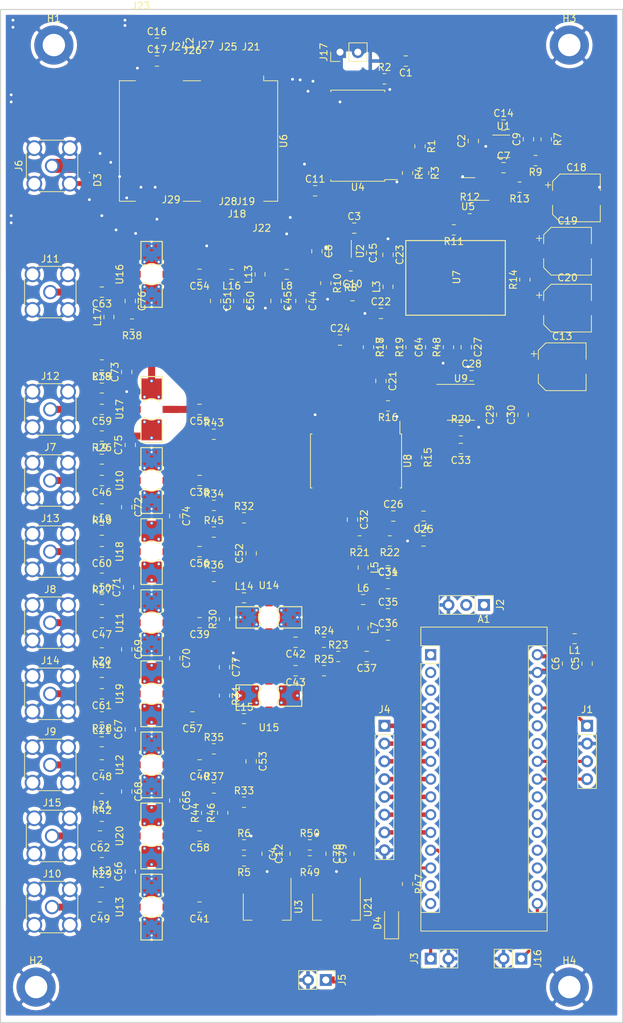
<source format=kicad_pcb>
(kicad_pcb (version 20171130) (host pcbnew "(5.1.7)-1")
  (layers (0 F.Cu signal) (31 B.Cu signal) (34 B.Paste user hide) (35 F.Paste user hide) (36 B.SilkS user) (37 F.SilkS user) (38 B.Mask user hide) (39 F.Mask user hide) (44 Edge.Cuts user))
  (net 0 "")
  (net 1 LED)
  (net 2 "Net-(A1-Pad30)")
  (net 3 A2G_TX)
  (net 4 GND)
  (net 5 A2G_RX)
  (net 6 VOLTMETER)
  (net 7 ARDUINO_5V)
  (net 8 ARDUINO_D8)
  (net 9 ARDUINO_D7)
  (net 10 ARDUINO_D6)
  (net 11 ARDUINO_SCL)
  (net 12 ARDUINO_D5)
  (net 13 ARDUINO_SDA)
  (net 14 ARDUINO_D4)
  (net 15 ARDUINO_D3)
  (net 16 ARDUINO_D2)
  (net 17 ARDUINO_UART_RX)
  (net 18 ARDUINO_UART_TX)
  (net 19 "Net-(C13-Pad1)")
  (net 20 GPS_ANTENNA)
  (net 21 "Net-(D4-Pad1)")
  (net 22 V_IN)
  (net 23 /A1_OUT)
  (net 24 /A3_OUT)
  (net 25 /A5_OUT)
  (net 26 /A7_OUT)
  (net 27 /B1_OUT)
  (net 28 /A2_OUT)
  (net 29 /A4_OUT)
  (net 30 /A6_OUT)
  (net 31 /A8_OUT)
  (net 32 TIMEPULSE)
  (net 33 "Net-(C21-Pad2)")
  (net 34 "Net-(C32-Pad1)")
  (net 35 V_MMIC)
  (net 36 "Net-(C17-Pad2)")
  (net 37 V_GPS)
  (net 38 V_VCXO)
  (net 39 "Net-(C26-Pad2)")
  (net 40 "Net-(C34-Pad1)")
  (net 41 10MHZ_FILTER)
  (net 42 "Net-(C35-Pad1)")
  (net 43 "Net-(C36-Pad1)")
  (net 44 "Net-(C45-Pad1)")
  (net 45 100MHZ_FILTER)
  (net 46 "Net-(C46-Pad1)")
  (net 47 "Net-(L9-Pad1)")
  (net 48 "Net-(C47-Pad1)")
  (net 49 "Net-(L10-Pad1)")
  (net 50 "Net-(C48-Pad1)")
  (net 51 "Net-(L11-Pad1)")
  (net 52 "Net-(C49-Pad1)")
  (net 53 "Net-(L12-Pad1)")
  (net 54 "Net-(C50-Pad1)")
  (net 55 "Net-(C52-Pad1)")
  (net 56 "Net-(L14-Pad1)")
  (net 57 "Net-(C53-Pad1)")
  (net 58 "Net-(L15-Pad1)")
  (net 59 "Net-(C51-Pad1)")
  (net 60 "Net-(C63-Pad1)")
  (net 61 "Net-(L17-Pad1)")
  (net 62 "Net-(C59-Pad1)")
  (net 63 "Net-(L18-Pad1)")
  (net 64 "Net-(C60-Pad1)")
  (net 65 "Net-(L19-Pad1)")
  (net 66 "Net-(C61-Pad1)")
  (net 67 "Net-(L20-Pad1)")
  (net 68 "Net-(C62-Pad1)")
  (net 69 "Net-(L21-Pad1)")
  (net 70 "Net-(C9-Pad1)")
  (net 71 "Net-(C7-Pad2)")
  (net 72 "Net-(C10-Pad1)")
  (net 73 "Net-(C8-Pad2)")
  (net 74 GPS_RX)
  (net 75 GPS_RF_IN)
  (net 76 "Net-(C1-Pad2)")
  (net 77 GPS_TPLS)
  (net 78 GPS_TX)
  (net 79 "Net-(R3-Pad1)")
  (net 80 DAC_SDA)
  (net 81 DAC_SCL)
  (net 82 "Net-(R13-Pad2)")
  (net 83 "Net-(C28-Pad2)")
  (net 84 10MHZ)
  (net 85 "Net-(C27-Pad2)")
  (net 86 "Net-(R17-Pad2)")
  (net 87 "Net-(C38-Pad2)")
  (net 88 "Net-(C39-Pad2)")
  (net 89 "Net-(C40-Pad2)")
  (net 90 "Net-(C41-Pad2)")
  (net 91 "Net-(C42-Pad2)")
  (net 92 "Net-(C43-Pad2)")
  (net 93 "Net-(C54-Pad2)")
  (net 94 "Net-(C55-Pad2)")
  (net 95 "Net-(C56-Pad2)")
  (net 96 "Net-(C57-Pad2)")
  (net 97 "Net-(C58-Pad2)")
  (net 98 "Net-(C32-Pad2)")
  (net 99 /A1_IN)
  (net 100 /A3_IN)
  (net 101 /A5_IN)
  (net 102 /A7_IN)
  (net 103 /A2_IN)
  (net 104 /A4_IN)
  (net 105 /A6_IN)
  (net 106 /A8_IN)
  (net 107 "Net-(C37-Pad2)")
  (net 108 "Net-(C42-Pad1)")
  (net 109 "Net-(C43-Pad1)")
  (net 110 "Net-(C52-Pad2)")
  (net 111 "Net-(C53-Pad2)")
  (net 112 "Net-(C24-Pad2)")
  (net 113 "Net-(C27-Pad1)")
  (net 114 "Net-(C64-Pad1)")
  (net 115 V_MMIC2)
  (net 116 "Net-(R5-Pad2)")
  (net 117 "Net-(R23-Pad1)")
  (net 118 "Net-(R32-Pad1)")
  (net 119 "Net-(R33-Pad1)")
  (net 120 "Net-(R17-Pad1)")
  (net 121 "Net-(R49-Pad2)")
  (net 122 "Net-(J18-Pad1)")
  (net 123 "Net-(J19-Pad1)")
  (net 124 "Net-(J20-Pad1)")
  (net 125 "Net-(J21-Pad1)")
  (net 126 "Net-(J22-Pad1)")
  (net 127 "Net-(J23-Pad1)")
  (net 128 "Net-(J24-Pad1)")
  (net 129 "Net-(J25-Pad1)")
  (net 130 "Net-(J26-Pad1)")
  (net 131 "Net-(J27-Pad1)")
  (net 132 "Net-(J28-Pad1)")
  (net 133 "Net-(J29-Pad1)")
  (net 134 "Net-(A1-Pad15)")
  (net 135 "Net-(A1-Pad28)")
  (net 136 "Net-(A1-Pad26)")
  (net 137 "Net-(A1-Pad25)")
  (net 138 "Net-(A1-Pad22)")
  (net 139 "Net-(A1-Pad21)")
  (net 140 "Net-(A1-Pad20)")
  (net 141 "Net-(A1-Pad19)")
  (net 142 "Net-(A1-Pad3)")
  (net 143 "Net-(A1-Pad18)")
  (net 144 "Net-(A1-Pad17)")
  (net 145 "Net-(U4-Pad14)")
  (net 146 "Net-(U4-Pad13)")
  (net 147 "Net-(U4-Pad12)")
  (net 148 "Net-(U4-Pad11)")
  (net 149 "Net-(U4-Pad9)")
  (net 150 "Net-(U4-Pad8)")
  (net 151 "Net-(U4-Pad7)")
  (net 152 "Net-(U4-Pad6)")
  (net 153 "Net-(U6-Pad20)")
  (net 154 "Net-(U8-Pad14)")
  (net 155 "Net-(U8-Pad13)")
  (net 156 "Net-(U8-Pad12)")
  (net 157 "Net-(U8-Pad11)")
  (net 158 "Net-(U8-Pad9)")
  (net 159 "Net-(U8-Pad8)")
  (net 160 "Net-(U8-Pad7)")
  (net 161 "Net-(U8-Pad6)")
  (net 162 "Net-(C18-Pad1)")
  (net 163 "Net-(C19-Pad1)")
  (net 164 "Net-(C20-Pad1)")
  (module RF_GPS:ublox_LEA (layer F.Cu) (at 41.148 31.496 270)
    (fp_text reference U6 (at 0 -12 90) (layer F.SilkS))
    (fp_text value LEA-M8F)
    (pad 28 smd roundrect (at 8.4 -8.5 270) (size 1.8 0.8) (layers F.Cu F.Paste F.Mask) (net 77 GPS_TPLS))
    (pad 27 smd roundrect (at 8.4 -7.4 270) (size 1.8 0.8) (layers F.Cu F.Paste F.Mask) (net 126 "Net-(J22-Pad1)"))
    (pad 26 smd roundrect (at 8.4 -6.3 270) (size 1.8 0.8) (layers F.Cu F.Paste F.Mask) (net 123 "Net-(J19-Pad1)"))
    (pad 25 smd roundrect (at 8.4 -5.2 270) (size 1.8 0.8) (layers F.Cu F.Paste F.Mask) (net 122 "Net-(J18-Pad1)"))
    (pad 24 smd roundrect (at 8.4 -4.1 270) (size 1.8 0.8) (layers F.Cu F.Paste F.Mask) (net 132 "Net-(J28-Pad1)"))
    (pad 23 smd roundrect (at 8.4 -3 270) (size 1.8 0.8) (layers F.Cu F.Paste F.Mask) (net 81 DAC_SCL))
    (pad 22 smd roundrect (at 8.4 -1.9 270) (size 1.8 0.8) (layers F.Cu F.Paste F.Mask) (net 80 DAC_SDA))
    (pad 21 smd roundrect (at 8.4 -0.8 270) (size 1.8 0.8) (layers F.Cu F.Paste F.Mask) (net 75 GPS_RF_IN))
    (pad 20 smd roundrect (at 8.4 3 270) (size 1.8 0.8) (layers F.Cu F.Paste F.Mask) (net 153 "Net-(U6-Pad20)"))
    (pad 19 smd roundrect (at 8.4 4.1 270) (size 1.8 0.8) (layers F.Cu F.Paste F.Mask) (net 133 "Net-(J29-Pad1)"))
    (pad 18 smd roundrect (at 8.4 5.2 270) (size 1.8 0.8) (layers F.Cu F.Paste F.Mask) (net 133 "Net-(J29-Pad1)"))
    (pad 17 smd roundrect (at 8.4 6.3 270) (size 1.8 0.8) (layers F.Cu F.Paste F.Mask) (net 4 GND))
    (pad 16 smd roundrect (at 8.4 7.4 270) (size 1.8 0.8) (layers F.Cu F.Paste F.Mask) (net 20 GPS_ANTENNA))
    (pad 15 smd roundrect (at 8.4 8.5 270) (size 1.8 0.8) (layers F.Cu F.Paste F.Mask) (net 4 GND))
    (pad 14 smd roundrect (at -8.4 8.5 270) (size 1.8 0.8) (layers F.Cu F.Paste F.Mask) (net 4 GND))
    (pad 13 smd roundrect (at -8.4 7.4 270) (size 1.8 0.8) (layers F.Cu F.Paste F.Mask) (net 4 GND))
    (pad 12 smd roundrect (at -8.4 6.3 270) (size 1.8 0.8) (layers F.Cu F.Paste F.Mask) (net 127 "Net-(J23-Pad1)"))
    (pad 11 smd roundrect (at -8.4 5.2 270) (size 1.8 0.8) (layers F.Cu F.Paste F.Mask) (net 36 "Net-(C17-Pad2)"))
    (pad 10 smd roundrect (at -8.4 4.1 270) (size 1.8 0.8) (layers F.Cu F.Paste F.Mask) (net 128 "Net-(J24-Pad1)"))
    (pad 9 smd roundrect (at -8.4 3 270) (size 1.8 0.8) (layers F.Cu F.Paste F.Mask) (net 130 "Net-(J26-Pad1)"))
    (pad 8 smd roundrect (at -8.4 -0.8 270) (size 1.8 0.8) (layers F.Cu F.Paste F.Mask) (net 131 "Net-(J27-Pad1)"))
    (pad 7 smd roundrect (at -8.4 -1.9 270) (size 1.8 0.8) (layers F.Cu F.Paste F.Mask) (net 4 GND))
    (pad 6 smd roundrect (at -8.4 -3 270) (size 1.8 0.8) (layers F.Cu F.Paste F.Mask) (net 36 "Net-(C17-Pad2)"))
    (pad 5 smd roundrect (at -8.4 -4.1 270) (size 1.8 0.8) (layers F.Cu F.Paste F.Mask) (net 129 "Net-(J25-Pad1)"))
    (pad 4 smd roundrect (at -8.4 -5.2 270) (size 1.8 0.8) (layers F.Cu F.Paste F.Mask) (net 74 GPS_RX))
    (pad 3 smd roundrect (at -8.4 -6.3 270) (size 1.8 0.8) (layers F.Cu F.Paste F.Mask) (net 78 GPS_TX))
    (pad 2 smd roundrect (at -8.4 -7.4 270) (size 1.8 0.8) (layers F.Cu F.Paste F.Mask) (net 125 "Net-(J21-Pad1)"))
    (pad 1 smd roundrect (at -8.4 -8.5 270) (size 1.8 0.8) (layers F.Cu F.Paste F.Mask) (net 124 "Net-(J20-Pad1)"))
  )
  (module yo6ssw:leaded_elec (layer F.Cu) (at 93.726 55.372)
    (fp_text reference C20 (at 0 -4.35) (layer F.SilkS))
    (fp_text value 22uF)
    (pad 2 smd roundrect (at 3.3 0) (size 4.5 1.6) (layers F.Cu F.Paste F.Mask) (roundrect_rratio 0.156) (net 4 GND))
    (pad 1 smd roundrect (at -3.3 0) (size 4.5 1.6) (layers F.Cu F.Paste F.Mask) (roundrect_rratio 0.156) (net 164 "Net-(C20-Pad1)"))
  )
  (module yo6ssw:leaded_elec (layer F.Cu) (at 93.726 47.244)
    (fp_text reference C19 (at 0 -4.35) (layer F.SilkS))
    (fp_text value 22uF)
    (pad 2 smd roundrect (at 3.3 0) (size 4.5 1.6) (layers F.Cu F.Paste F.Mask) (roundrect_rratio 0.156) (net 4 GND))
    (pad 1 smd roundrect (at -3.3 0) (size 4.5 1.6) (layers F.Cu F.Paste F.Mask) (roundrect_rratio 0.156) (net 163 "Net-(C19-Pad1)"))
  )
  (module yo6ssw:leaded_elec (layer F.Cu) (at 94.996 39.624)
    (fp_text reference C18 (at 0 -4.35) (layer F.SilkS))
    (fp_text value 47uF)
    (pad 2 smd roundrect (at 3.3 0) (size 4.5 1.6) (layers F.Cu F.Paste F.Mask) (roundrect_rratio 0.156) (net 4 GND))
    (pad 1 smd roundrect (at -3.3 0) (size 4.5 1.6) (layers F.Cu F.Paste F.Mask) (roundrect_rratio 0.156) (net 162 "Net-(C18-Pad1)"))
  )
  (module yo6ssw:leaded_elec (layer F.Cu) (at 92.964 63.754)
    (fp_text reference C13 (at 0 -4.35) (layer F.SilkS))
    (fp_text value 47uF/10V)
    (pad 2 smd roundrect (at 3.3 0) (size 4.5 1.6) (layers F.Cu F.Paste F.Mask) (roundrect_rratio 0.156) (net 4 GND))
    (pad 1 smd roundrect (at -3.3 0) (size 4.5 1.6) (layers F.Cu F.Paste F.Mask) (roundrect_rratio 0.156) (net 19 "Net-(C13-Pad1)"))
  )
  (module yo6ssw:Single_SMD_Pad (layer F.Cu) (at 37.084 42.418)
    (fp_text reference J29 (at 0 -2.54) (layer F.SilkS))
    (fp_text value V_ANT)
    (pad 1 smd circle (at 0 0) (size 1.524 1.524) (layers F.Cu F.Paste F.Mask) (net 133 "Net-(J29-Pad1)"))
  )
  (module yo6ssw:Single_SMD_Pad (layer F.Cu) (at 45.212 42.672)
    (fp_text reference J28 (at 0 -2.54) (layer F.SilkS))
    (fp_text value VDD_USB)
    (pad 1 smd circle (at 0 0) (size 1.524 1.524) (layers F.Cu F.Paste F.Mask) (net 132 "Net-(J28-Pad1)"))
  )
  (module yo6ssw:Single_SMD_Pad (layer F.Cu) (at 41.91 20.32)
    (fp_text reference J27 (at 0 -2.54) (layer F.SilkS))
    (fp_text value VCC_OUT)
    (pad 1 smd circle (at 0 0) (size 1.524 1.524) (layers F.Cu F.Paste F.Mask) (net 131 "Net-(J27-Pad1)"))
  )
  (module yo6ssw:Single_SMD_Pad (layer F.Cu) (at 40.132 21.082)
    (fp_text reference J26 (at 0 -2.54) (layer F.SilkS))
    (fp_text value "Freq Out")
    (pad 1 smd circle (at 0 0) (size 1.524 1.524) (layers F.Cu F.Paste F.Mask) (net 130 "Net-(J26-Pad1)"))
  )
  (module yo6ssw:Single_SMD_Pad (layer F.Cu) (at 45.212 20.574)
    (fp_text reference J25 (at 0 -2.54) (layer F.SilkS))
    (fp_text value D_SEL)
    (pad 1 smd circle (at 0 0) (size 1.524 1.524) (layers F.Cu F.Paste F.Mask) (net 129 "Net-(J25-Pad1)"))
  )
  (module yo6ssw:Single_SMD_Pad (layer F.Cu) (at 38.1 20.574)
    (fp_text reference J24 (at 0 -2.54) (layer F.SilkS))
    (fp_text value RESET)
    (pad 1 smd circle (at 0 0) (size 1.524 1.524) (layers F.Cu F.Paste F.Mask) (net 128 "Net-(J24-Pad1)"))
  )
  (module yo6ssw:Single_SMD_Pad (layer F.Cu) (at 32.766 14.732)
    (fp_text reference J23 (at 0 -2.54) (layer F.SilkS))
    (fp_text value BOOT)
    (pad 1 smd circle (at 0 0) (size 1.524 1.524) (layers F.Cu F.Paste F.Mask) (net 127 "Net-(J23-Pad1)"))
  )
  (module yo6ssw:Single_SMD_Pad (layer F.Cu) (at 49.784 42.672)
    (fp_text reference J22 (at 0.254 1.27) (layer F.SilkS))
    (fp_text value FREQ0)
    (pad 1 smd circle (at 0 0) (size 1.524 1.524) (layers F.Cu F.Paste F.Mask) (net 126 "Net-(J22-Pad1)"))
  )
  (module yo6ssw:Single_SMD_Pad (layer F.Cu) (at 48.514 20.574)
    (fp_text reference J21 (at 0 -2.54) (layer F.SilkS))
    (fp_text value SCL)
    (pad 1 smd circle (at 0 0) (size 1.524 1.524) (layers F.Cu F.Paste F.Mask) (net 125 "Net-(J21-Pad1)"))
  )
  (module yo6ssw:Single_SMD_Pad (layer F.Cu) (at 47.752 42.672)
    (fp_text reference J19 (at 0 -2.54) (layer F.SilkS))
    (fp_text value USB_DP)
    (pad 1 smd circle (at 0 0) (size 1.524 1.524) (layers F.Cu F.Paste F.Mask) (net 123 "Net-(J19-Pad1)"))
  )
  (module yo6ssw:Single_SMD_Pad (layer F.Cu) (at 46.482 44.45)
    (fp_text reference J18 (at 0 -2.54) (layer F.SilkS))
    (fp_text value USB_DM)
    (pad 1 smd circle (at 0 0) (size 1.524 1.524) (layers F.Cu F.Paste F.Mask) (net 122 "Net-(J18-Pad1)"))
  )
  (module Package_SO:SOIC-20W_7.5x12.8mm_P1.27mm (layer F.Cu) (at 63.754 30.734 180)
    (fp_text reference U4 (at 0 -7.35) (layer F.SilkS))
    (fp_text value SN74HC541DWR)
    (pad 20 smd roundrect (at 4.65 -5.715 180) (size 2.05 0.6) (layers F.Cu F.Paste F.Mask) (net 37 V_GPS))
    (pad 19 smd roundrect (at 4.65 -4.445 180) (size 2.05 0.6) (layers F.Cu F.Paste F.Mask) (net 4 GND))
    (pad 18 smd roundrect (at 4.65 -3.175 180) (size 2.05 0.6) (layers F.Cu F.Paste F.Mask) (net 74 GPS_RX))
    (pad 17 smd roundrect (at 4.65 -1.905 180) (size 2.05 0.6) (layers F.Cu F.Paste F.Mask) (net 21 "Net-(D4-Pad1)"))
    (pad 16 smd roundrect (at 4.65 -0.635 180) (size 2.05 0.6) (layers F.Cu F.Paste F.Mask) (net 32 TIMEPULSE))
    (pad 15 smd roundrect (at 4.65 0.635 180) (size 2.05 0.6) (layers F.Cu F.Paste F.Mask) (net 75 GPS_RF_IN))
    (pad 14 smd roundrect (at 4.65 1.905 180) (size 2.05 0.6) (layers F.Cu F.Paste F.Mask) (net 145 "Net-(U4-Pad14)"))
    (pad 13 smd roundrect (at 4.65 3.175 180) (size 2.05 0.6) (layers F.Cu F.Paste F.Mask) (net 146 "Net-(U4-Pad13)"))
    (pad 12 smd roundrect (at 4.65 4.445 180) (size 2.05 0.6) (layers F.Cu F.Paste F.Mask) (net 147 "Net-(U4-Pad12)"))
    (pad 11 smd roundrect (at 4.65 5.715 180) (size 2.05 0.6) (layers F.Cu F.Paste F.Mask) (net 148 "Net-(U4-Pad11)"))
    (pad 10 smd roundrect (at -4.65 5.715 180) (size 2.05 0.6) (layers F.Cu F.Paste F.Mask) (net 4 GND))
    (pad 9 smd roundrect (at -4.65 4.445 180) (size 2.05 0.6) (layers F.Cu F.Paste F.Mask) (net 149 "Net-(U4-Pad9)"))
    (pad 8 smd roundrect (at -4.65 3.175 180) (size 2.05 0.6) (layers F.Cu F.Paste F.Mask) (net 150 "Net-(U4-Pad8)"))
    (pad 7 smd roundrect (at -4.65 1.905 180) (size 2.05 0.6) (layers F.Cu F.Paste F.Mask) (net 151 "Net-(U4-Pad7)"))
    (pad 6 smd roundrect (at -4.65 0.635 180) (size 2.05 0.6) (layers F.Cu F.Paste F.Mask) (net 152 "Net-(U4-Pad6)"))
    (pad 5 smd roundrect (at -4.65 -0.635 180) (size 2.05 0.6) (layers F.Cu F.Paste F.Mask) (net 76 "Net-(C1-Pad2)"))
    (pad 4 smd roundrect (at -4.65 -1.905 180) (size 2.05 0.6) (layers F.Cu F.Paste F.Mask) (net 77 GPS_TPLS))
    (pad 3 smd roundrect (at -4.65 -3.175 180) (size 2.05 0.6) (layers F.Cu F.Paste F.Mask) (net 78 GPS_TX))
    (pad 2 smd roundrect (at -4.65 -4.445 180) (size 2.05 0.6) (layers F.Cu F.Paste F.Mask) (net 79 "Net-(R3-Pad1)"))
    (pad 1 smd roundrect (at -4.65 -5.715 180) (size 2.05 0.6) (layers F.Cu F.Paste F.Mask) (net 4 GND))
  )
  (module MountingHole:MountingHole_3.2mm_M3_DIN965_Pad (layer F.Cu) (at 93.98 152.4)
    (fp_text reference H4 (at 0 -3.8) (layer F.SilkS))
    (fp_text value MountingHole_Pad)
    (pad 1 thru_hole circle (at 0 0) (size 5.6 5.6) (drill 3.2) (layers *.Cu *.Mask) (net 4 GND))
  )
  (module MountingHole:MountingHole_3.2mm_M3_DIN965_Pad (layer F.Cu) (at 93.98 17.78)
    (fp_text reference H3 (at 0 -3.8) (layer F.SilkS))
    (fp_text value MountingHole_Pad)
    (pad 1 thru_hole circle (at 0 0) (size 5.6 5.6) (drill 3.2) (layers *.Cu *.Mask) (net 4 GND))
  )
  (module MountingHole:MountingHole_3.2mm_M3_DIN965_Pad (layer F.Cu) (at 17.78 152.4)
    (fp_text reference H2 (at 0 -3.8) (layer F.SilkS))
    (fp_text value MountingHole_Pad)
    (pad 1 thru_hole circle (at 0 0) (size 5.6 5.6) (drill 3.2) (layers *.Cu *.Mask) (net 4 GND))
  )
  (module MountingHole:MountingHole_3.2mm_M3_DIN965_Pad (layer F.Cu) (at 20.32 17.78)
    (fp_text reference H1 (at 0 -3.8) (layer F.SilkS))
    (fp_text value MountingHole_Pad)
    (pad 1 thru_hole circle (at 0 0) (size 5.6 5.6) (drill 3.2) (layers *.Cu *.Mask) (net 4 GND))
  )
  (module Package_SO:SOIC-20W_7.5x12.8mm_P1.27mm (layer F.Cu) (at 63.5 77.216 270)
    (fp_text reference U8 (at 0 -7.35 90) (layer F.SilkS))
    (fp_text value SN74HC541DWR)
    (pad 20 smd roundrect (at 4.65 -5.715 270) (size 2.05 0.6) (layers F.Cu F.Paste F.Mask) (net 39 "Net-(C26-Pad2)"))
    (pad 19 smd roundrect (at 4.65 -4.445 270) (size 2.05 0.6) (layers F.Cu F.Paste F.Mask) (net 4 GND))
    (pad 18 smd roundrect (at 4.65 -3.175 270) (size 2.05 0.6) (layers F.Cu F.Paste F.Mask) (net 34 "Net-(C32-Pad1)"))
    (pad 17 smd roundrect (at 4.65 -1.905 270) (size 2.05 0.6) (layers F.Cu F.Paste F.Mask) (net 34 "Net-(C32-Pad1)"))
    (pad 16 smd roundrect (at 4.65 -0.635 270) (size 2.05 0.6) (layers F.Cu F.Paste F.Mask) (net 34 "Net-(C32-Pad1)"))
    (pad 15 smd roundrect (at 4.65 0.635 270) (size 2.05 0.6) (layers F.Cu F.Paste F.Mask) (net 34 "Net-(C32-Pad1)"))
    (pad 14 smd roundrect (at 4.65 1.905 270) (size 2.05 0.6) (layers F.Cu F.Paste F.Mask) (net 154 "Net-(U8-Pad14)"))
    (pad 13 smd roundrect (at 4.65 3.175 270) (size 2.05 0.6) (layers F.Cu F.Paste F.Mask) (net 155 "Net-(U8-Pad13)"))
    (pad 12 smd roundrect (at 4.65 4.445 270) (size 2.05 0.6) (layers F.Cu F.Paste F.Mask) (net 156 "Net-(U8-Pad12)"))
    (pad 11 smd roundrect (at 4.65 5.715 270) (size 2.05 0.6) (layers F.Cu F.Paste F.Mask) (net 157 "Net-(U8-Pad11)"))
    (pad 10 smd roundrect (at -4.65 5.715 270) (size 2.05 0.6) (layers F.Cu F.Paste F.Mask) (net 4 GND))
    (pad 9 smd roundrect (at -4.65 4.445 270) (size 2.05 0.6) (layers F.Cu F.Paste F.Mask) (net 158 "Net-(U8-Pad9)"))
    (pad 8 smd roundrect (at -4.65 3.175 270) (size 2.05 0.6) (layers F.Cu F.Paste F.Mask) (net 159 "Net-(U8-Pad8)"))
    (pad 7 smd roundrect (at -4.65 1.905 270) (size 2.05 0.6) (layers F.Cu F.Paste F.Mask) (net 160 "Net-(U8-Pad7)"))
    (pad 6 smd roundrect (at -4.65 0.635 270) (size 2.05 0.6) (layers F.Cu F.Paste F.Mask) (net 161 "Net-(U8-Pad6)"))
    (pad 5 smd roundrect (at -4.65 -0.635 270) (size 2.05 0.6) (layers F.Cu F.Paste F.Mask) (net 33 "Net-(C21-Pad2)"))
    (pad 4 smd roundrect (at -4.65 -1.905 270) (size 2.05 0.6) (layers F.Cu F.Paste F.Mask) (net 33 "Net-(C21-Pad2)"))
    (pad 3 smd roundrect (at -4.65 -3.175 270) (size 2.05 0.6) (layers F.Cu F.Paste F.Mask) (net 33 "Net-(C21-Pad2)"))
    (pad 2 smd roundrect (at -4.65 -4.445 270) (size 2.05 0.6) (layers F.Cu F.Paste F.Mask) (net 33 "Net-(C21-Pad2)"))
    (pad 1 smd roundrect (at -4.65 -5.715 270) (size 2.05 0.6) (layers F.Cu F.Paste F.Mask) (net 4 GND))
  )
  (module Package_TO_SOT_SMD:SOT-223-6 (layer F.Cu) (at 60.706 140.97 270)
    (fp_text reference U21 (at -0.0375 -4.5 90) (layer F.SilkS))
    (fp_text value TPS7A4501DCQT)
    (pad 1 smd rect (at -3.1375 -2.54 270) (size 2.2 0.6) (layers F.Cu F.Paste F.Mask) (net 22 V_IN))
    (pad 5 smd rect (at -3.1375 2.54 270) (size 2.2 0.6) (layers F.Cu F.Paste F.Mask) (net 121 "Net-(R49-Pad2)"))
    (pad 3 smd rect (at -3.1375 0 270) (size 2.2 0.6) (layers F.Cu F.Paste F.Mask) (net 4 GND))
    (pad 6 smd rect (at 3.1625 0 270) (size 2.15 3.45) (layers F.Cu F.Paste F.Mask) (net 4 GND))
    (pad 2 smd rect (at -3.1375 -1.27 270) (size 2.2 0.6) (layers F.Cu F.Paste F.Mask) (net 22 V_IN))
    (pad 4 smd rect (at -3.1375 1.27 270) (size 2.2 0.6) (layers F.Cu F.Paste F.Mask) (net 115 V_MMIC2))
  )
  (module Resistor_SMD:R_0805_2012Metric_Pad1.20x1.40mm_HandSolder (layer F.Cu) (at 56.896 132.08)
    (fp_text reference R50 (at 0 -1.65) (layer F.SilkS))
    (fp_text value 1.8KΩ)
    (pad 2 smd roundrect (at 1 0) (size 1.2 1.4) (layers F.Cu F.Paste F.Mask) (roundrect_rratio 0.208333) (net 4 GND))
    (pad 1 smd roundrect (at -1 0) (size 1.2 1.4) (layers F.Cu F.Paste F.Mask) (roundrect_rratio 0.208333) (net 121 "Net-(R49-Pad2)"))
  )
  (module Resistor_SMD:R_0805_2012Metric_Pad1.20x1.40mm_HandSolder (layer F.Cu) (at 56.896 134.366 180)
    (fp_text reference R49 (at 0 -1.65) (layer F.SilkS))
    (fp_text value 14.7KΩ)
    (pad 2 smd roundrect (at 1 0 180) (size 1.2 1.4) (layers F.Cu F.Paste F.Mask) (roundrect_rratio 0.208333) (net 121 "Net-(R49-Pad2)"))
    (pad 1 smd roundrect (at -1 0 180) (size 1.2 1.4) (layers F.Cu F.Paste F.Mask) (roundrect_rratio 0.208333) (net 115 V_MMIC2))
  )
  (module Capacitor_SMD:C_0805_2012Metric_Pad1.18x1.45mm_HandSolder (layer F.Cu) (at 59.944 133.35 270)
    (fp_text reference C79 (at 0 -1.68 90) (layer F.SilkS))
    (fp_text value 10uF/16V,ESR<3)
    (pad 2 smd roundrect (at 1.0375 0 270) (size 1.175 1.45) (layers F.Cu F.Paste F.Mask) (roundrect_rratio 0.212766) (net 4 GND))
    (pad 1 smd roundrect (at -1.0375 0 270) (size 1.175 1.45) (layers F.Cu F.Paste F.Mask) (roundrect_rratio 0.212766) (net 115 V_MMIC2))
  )
  (module Capacitor_SMD:C_0805_2012Metric_Pad1.18x1.45mm_HandSolder (layer F.Cu) (at 62.484 133.35 90)
    (fp_text reference C78 (at 0 -1.68 90) (layer F.SilkS))
    (fp_text value NF)
    (pad 2 smd roundrect (at 1.0375 0 90) (size 1.175 1.45) (layers F.Cu F.Paste F.Mask) (roundrect_rratio 0.212766) (net 4 GND))
    (pad 1 smd roundrect (at -1.0375 0 90) (size 1.175 1.45) (layers F.Cu F.Paste F.Mask) (roundrect_rratio 0.212766) (net 22 V_IN))
  )
  (module Package_TO_SOT_SMD:SOT-223-6 (layer F.Cu) (at 50.8 140.97 270)
    (fp_text reference U3 (at -0.0375 -4.5 90) (layer F.SilkS))
    (fp_text value TPS7A4501DCQT)
    (pad 1 smd rect (at -3.1375 -2.54 270) (size 2.2 0.6) (layers F.Cu F.Paste F.Mask) (net 22 V_IN))
    (pad 5 smd rect (at -3.1375 2.54 270) (size 2.2 0.6) (layers F.Cu F.Paste F.Mask) (net 116 "Net-(R5-Pad2)"))
    (pad 3 smd rect (at -3.1375 0 270) (size 2.2 0.6) (layers F.Cu F.Paste F.Mask) (net 4 GND))
    (pad 6 smd rect (at 3.1625 0 270) (size 2.15 3.45) (layers F.Cu F.Paste F.Mask) (net 4 GND))
    (pad 2 smd rect (at -3.1375 -1.27 270) (size 2.2 0.6) (layers F.Cu F.Paste F.Mask) (net 22 V_IN))
    (pad 4 smd rect (at -3.1375 1.27 270) (size 2.2 0.6) (layers F.Cu F.Paste F.Mask) (net 35 V_MMIC))
  )
  (module Resistor_SMD:R_0805_2012Metric_Pad1.20x1.40mm_HandSolder (layer F.Cu) (at 31.496 57.658 180)
    (fp_text reference R38 (at 0 -1.65) (layer F.SilkS))
    (fp_text value 22Ω)
    (pad 2 smd roundrect (at 1 0 180) (size 1.2 1.4) (layers F.Cu F.Paste F.Mask) (roundrect_rratio 0.208333) (net 61 "Net-(L17-Pad1)"))
    (pad 1 smd roundrect (at -1 0 180) (size 1.2 1.4) (layers F.Cu F.Paste F.Mask) (roundrect_rratio 0.208333) (net 35 V_MMIC))
  )
  (module Resistor_SMD:R_0805_2012Metric_Pad1.20x1.40mm_HandSolder (layer F.Cu) (at 76.708 60.96 90)
    (fp_text reference R48 (at 0 -1.65 90) (layer F.SilkS))
    (fp_text value 47Ω)
    (pad 2 smd roundrect (at 1 0 90) (size 1.2 1.4) (layers F.Cu F.Paste F.Mask) (roundrect_rratio 0.208333) (net 113 "Net-(C27-Pad1)"))
    (pad 1 smd roundrect (at -1 0 90) (size 1.2 1.4) (layers F.Cu F.Paste F.Mask) (roundrect_rratio 0.208333) (net 4 GND))
  )
  (module Resistor_SMD:R_0805_2012Metric_Pad1.20x1.40mm_HandSolder (layer F.Cu) (at 78.486 72.898)
    (fp_text reference R20 (at 0 -1.65) (layer F.SilkS))
    (fp_text value 820Ω)
    (pad 2 smd roundrect (at 1 0) (size 1.2 1.4) (layers F.Cu F.Paste F.Mask) (roundrect_rratio 0.208333) (net 4 GND))
    (pad 1 smd roundrect (at -1 0) (size 1.2 1.4) (layers F.Cu F.Paste F.Mask) (roundrect_rratio 0.208333) (net 84 10MHZ))
  )
  (module Resistor_SMD:R_0805_2012Metric_Pad1.20x1.40mm_HandSolder (layer F.Cu) (at 71.374 60.96 90)
    (fp_text reference R19 (at 0 -1.65 90) (layer F.SilkS))
    (fp_text value 15Ω)
    (pad 2 smd roundrect (at 1 0 90) (size 1.2 1.4) (layers F.Cu F.Paste F.Mask) (roundrect_rratio 0.208333) (net 120 "Net-(R17-Pad1)"))
    (pad 1 smd roundrect (at -1 0 90) (size 1.2 1.4) (layers F.Cu F.Paste F.Mask) (roundrect_rratio 0.208333) (net 114 "Net-(C64-Pad1)"))
  )
  (module Resistor_SMD:R_0805_2012Metric_Pad1.20x1.40mm_HandSolder (layer F.Cu) (at 65.278 60.96 270)
    (fp_text reference R18 (at 0 -1.65 90) (layer F.SilkS))
    (fp_text value 15Ω)
    (pad 2 smd roundrect (at 1 0 270) (size 1.2 1.4) (layers F.Cu F.Paste F.Mask) (roundrect_rratio 0.208333) (net 120 "Net-(R17-Pad1)"))
    (pad 1 smd roundrect (at -1 0 270) (size 1.2 1.4) (layers F.Cu F.Paste F.Mask) (roundrect_rratio 0.208333) (net 112 "Net-(C24-Pad2)"))
  )
  (module Resistor_SMD:R_0805_2012Metric_Pad1.20x1.40mm_HandSolder (layer F.Cu) (at 68.58 60.96 90)
    (fp_text reference R17 (at 0 -1.65 90) (layer F.SilkS))
    (fp_text value 15Ω)
    (pad 2 smd roundrect (at 1 0 90) (size 1.2 1.4) (layers F.Cu F.Paste F.Mask) (roundrect_rratio 0.208333) (net 86 "Net-(R17-Pad2)"))
    (pad 1 smd roundrect (at -1 0 90) (size 1.2 1.4) (layers F.Cu F.Paste F.Mask) (roundrect_rratio 0.208333) (net 120 "Net-(R17-Pad1)"))
  )
  (module Resistor_SMD:R_0805_2012Metric_Pad1.20x1.40mm_HandSolder (layer F.Cu) (at 87.63 51.308 90)
    (fp_text reference R14 (at 0 -1.65 90) (layer F.SilkS))
    (fp_text value 1000K)
    (pad 2 smd roundrect (at 1 0 90) (size 1.2 1.4) (layers F.Cu F.Paste F.Mask) (roundrect_rratio 0.208333) (net 163 "Net-(C19-Pad1)"))
    (pad 1 smd roundrect (at -1 0 90) (size 1.2 1.4) (layers F.Cu F.Paste F.Mask) (roundrect_rratio 0.208333) (net 164 "Net-(C20-Pad1)"))
  )
  (module Resistor_SMD:R_0805_2012Metric_Pad1.20x1.40mm_HandSolder (layer F.Cu) (at 86.868 38.1 180)
    (fp_text reference R13 (at 0 -1.65) (layer F.SilkS))
    (fp_text value 100K)
    (pad 2 smd roundrect (at 1 0 180) (size 1.2 1.4) (layers F.Cu F.Paste F.Mask) (roundrect_rratio 0.208333) (net 82 "Net-(R13-Pad2)"))
    (pad 1 smd roundrect (at -1 0 180) (size 1.2 1.4) (layers F.Cu F.Paste F.Mask) (roundrect_rratio 0.208333) (net 163 "Net-(C19-Pad1)"))
  )
  (module Resistor_SMD:R_0805_2012Metric_Pad1.20x1.40mm_HandSolder (layer F.Cu) (at 79.756 41.148)
    (fp_text reference R12 (at 0 -1.65) (layer F.SilkS))
    (fp_text value NF)
    (pad 2 smd roundrect (at 1 0) (size 1.2 1.4) (layers F.Cu F.Paste F.Mask) (roundrect_rratio 0.208333) (net 162 "Net-(C18-Pad1)"))
    (pad 1 smd roundrect (at -1 0) (size 1.2 1.4) (layers F.Cu F.Paste F.Mask) (roundrect_rratio 0.208333) (net 4 GND))
  )
  (module Resistor_SMD:R_0805_2012Metric_Pad1.20x1.40mm_HandSolder (layer F.Cu) (at 77.47 44.196 180)
    (fp_text reference R11 (at 0 -1.65) (layer F.SilkS))
    (fp_text value 1k0)
    (pad 2 smd roundrect (at 1 0 180) (size 1.2 1.4) (layers F.Cu F.Paste F.Mask) (roundrect_rratio 0.208333) (net 38 V_VCXO))
    (pad 1 smd roundrect (at -1 0 180) (size 1.2 1.4) (layers F.Cu F.Paste F.Mask) (roundrect_rratio 0.208333) (net 162 "Net-(C18-Pad1)"))
  )
  (module Resistor_SMD:R_0805_2012Metric_Pad1.20x1.40mm_HandSolder (layer F.Cu) (at 70.866 137.668 270)
    (fp_text reference R47 (at 0 -1.65 90) (layer F.SilkS))
    (fp_text value 100KΩ)
    (pad 2 smd roundrect (at 1 0 270) (size 1.2 1.4) (layers F.Cu F.Paste F.Mask) (roundrect_rratio 0.208333) (net 7 ARDUINO_5V))
    (pad 1 smd roundrect (at -1 0 270) (size 1.2 1.4) (layers F.Cu F.Paste F.Mask) (roundrect_rratio 0.208333) (net 5 A2G_RX))
  )
  (module Resistor_SMD:R_0805_2012Metric_Pad1.20x1.40mm_HandSolder (layer F.Cu) (at 44.45 127.508 90)
    (fp_text reference R46 (at 0 -1.65 90) (layer F.SilkS))
    (fp_text value 30Ω)
    (pad 2 smd roundrect (at 1 0 90) (size 1.2 1.4) (layers F.Cu F.Paste F.Mask) (roundrect_rratio 0.208333) (net 119 "Net-(R33-Pad1)"))
    (pad 1 smd roundrect (at -1 0 90) (size 1.2 1.4) (layers F.Cu F.Paste F.Mask) (roundrect_rratio 0.208333) (net 102 /A7_IN))
  )
  (module Resistor_SMD:R_0805_2012Metric_Pad1.20x1.40mm_HandSolder (layer F.Cu) (at 43.18 87.376)
    (fp_text reference R45 (at 0 -1.65) (layer F.SilkS))
    (fp_text value 30Ω)
    (pad 2 smd roundrect (at 1 0) (size 1.2 1.4) (layers F.Cu F.Paste F.Mask) (roundrect_rratio 0.208333) (net 118 "Net-(R32-Pad1)"))
    (pad 1 smd roundrect (at -1 0) (size 1.2 1.4) (layers F.Cu F.Paste F.Mask) (roundrect_rratio 0.208333) (net 104 /A4_IN))
  )
  (module Resistor_SMD:R_0805_2012Metric_Pad1.20x1.40mm_HandSolder (layer F.Cu) (at 42.164 127.508 90)
    (fp_text reference R44 (at 0 -1.65 90) (layer F.SilkS))
    (fp_text value 30Ω)
    (pad 2 smd roundrect (at 1 0 90) (size 1.2 1.4) (layers F.Cu F.Paste F.Mask) (roundrect_rratio 0.208333) (net 119 "Net-(R33-Pad1)"))
    (pad 1 smd roundrect (at -1 0 90) (size 1.2 1.4) (layers F.Cu F.Paste F.Mask) (roundrect_rratio 0.208333) (net 106 /A8_IN))
  )
  (module Resistor_SMD:R_0805_2012Metric_Pad1.20x1.40mm_HandSolder (layer F.Cu) (at 43.18 73.406)
    (fp_text reference R43 (at 0 -1.65) (layer F.SilkS))
    (fp_text value 30Ω)
    (pad 2 smd roundrect (at 1 0) (size 1.2 1.4) (layers F.Cu F.Paste F.Mask) (roundrect_rratio 0.208333) (net 118 "Net-(R32-Pad1)"))
    (pad 1 smd roundrect (at -1 0) (size 1.2 1.4) (layers F.Cu F.Paste F.Mask) (roundrect_rratio 0.208333) (net 103 /A2_IN))
  )
  (module Resistor_SMD:R_0805_2012Metric_Pad1.20x1.40mm_HandSolder (layer F.Cu) (at 27.178 125.476 180)
    (fp_text reference R42 (at 0 -1.65) (layer F.SilkS))
    (fp_text value 22Ω)
    (pad 2 smd roundrect (at 1 0 180) (size 1.2 1.4) (layers F.Cu F.Paste F.Mask) (roundrect_rratio 0.208333) (net 69 "Net-(L21-Pad1)"))
    (pad 1 smd roundrect (at -1 0 180) (size 1.2 1.4) (layers F.Cu F.Paste F.Mask) (roundrect_rratio 0.208333) (net 115 V_MMIC2))
  )
  (module Resistor_SMD:R_0805_2012Metric_Pad1.20x1.40mm_HandSolder (layer F.Cu) (at 27.178 104.648 180)
    (fp_text reference R41 (at 0 -1.65) (layer F.SilkS))
    (fp_text value 22Ω)
    (pad 2 smd roundrect (at 1 0 180) (size 1.2 1.4) (layers F.Cu F.Paste F.Mask) (roundrect_rratio 0.208333) (net 67 "Net-(L20-Pad1)"))
    (pad 1 smd roundrect (at -1 0 180) (size 1.2 1.4) (layers F.Cu F.Paste F.Mask) (roundrect_rratio 0.208333) (net 115 V_MMIC2))
  )
  (module Resistor_SMD:R_0805_2012Metric_Pad1.20x1.40mm_HandSolder (layer F.Cu) (at 27.178 84.074 180)
    (fp_text reference R40 (at 0 -1.65) (layer F.SilkS))
    (fp_text value 22Ω)
    (pad 2 smd roundrect (at 1 0 180) (size 1.2 1.4) (layers F.Cu F.Paste F.Mask) (roundrect_rratio 0.208333) (net 65 "Net-(L19-Pad1)"))
    (pad 1 smd roundrect (at -1 0 180) (size 1.2 1.4) (layers F.Cu F.Paste F.Mask) (roundrect_rratio 0.208333) (net 115 V_MMIC2))
  )
  (module Resistor_SMD:R_0805_2012Metric_Pad1.20x1.40mm_HandSolder (layer F.Cu) (at 27.178 63.5 180)
    (fp_text reference R39 (at 0 -1.65) (layer F.SilkS))
    (fp_text value 22Ω)
    (pad 2 smd roundrect (at 1 0 180) (size 1.2 1.4) (layers F.Cu F.Paste F.Mask) (roundrect_rratio 0.208333) (net 63 "Net-(L18-Pad1)"))
    (pad 1 smd roundrect (at -1 0 180) (size 1.2 1.4) (layers F.Cu F.Paste F.Mask) (roundrect_rratio 0.208333) (net 115 V_MMIC2))
  )
  (module Resistor_SMD:R_0805_2012Metric_Pad1.20x1.40mm_HandSolder (layer F.Cu) (at 43.18 123.952)
    (fp_text reference R37 (at 0 -1.65) (layer F.SilkS))
    (fp_text value 30Ω)
    (pad 2 smd roundrect (at 1 0) (size 1.2 1.4) (layers F.Cu F.Paste F.Mask) (roundrect_rratio 0.208333) (net 119 "Net-(R33-Pad1)"))
    (pad 1 smd roundrect (at -1 0) (size 1.2 1.4) (layers F.Cu F.Paste F.Mask) (roundrect_rratio 0.208333) (net 101 /A5_IN))
  )
  (module Resistor_SMD:R_0805_2012Metric_Pad1.20x1.40mm_HandSolder (layer F.Cu) (at 43.18 93.726)
    (fp_text reference R36 (at 0 -1.65) (layer F.SilkS))
    (fp_text value 30Ω)
    (pad 2 smd roundrect (at 1 0) (size 1.2 1.4) (layers F.Cu F.Paste F.Mask) (roundrect_rratio 0.208333) (net 118 "Net-(R32-Pad1)"))
    (pad 1 smd roundrect (at -1 0) (size 1.2 1.4) (layers F.Cu F.Paste F.Mask) (roundrect_rratio 0.208333) (net 100 /A3_IN))
  )
  (module Resistor_SMD:R_0805_2012Metric_Pad1.20x1.40mm_HandSolder (layer F.Cu) (at 43.18 118.364)
    (fp_text reference R35 (at 0 -1.65) (layer F.SilkS))
    (fp_text value 30Ω)
    (pad 2 smd roundrect (at 1 0) (size 1.2 1.4) (layers F.Cu F.Paste F.Mask) (roundrect_rratio 0.208333) (net 119 "Net-(R33-Pad1)"))
    (pad 1 smd roundrect (at -1 0) (size 1.2 1.4) (layers F.Cu F.Paste F.Mask) (roundrect_rratio 0.208333) (net 105 /A6_IN))
  )
  (module Resistor_SMD:R_0805_2012Metric_Pad1.20x1.40mm_HandSolder (layer F.Cu) (at 43.18 83.566)
    (fp_text reference R34 (at 0 -1.65) (layer F.SilkS))
    (fp_text value 30Ω)
    (pad 2 smd roundrect (at 1 0) (size 1.2 1.4) (layers F.Cu F.Paste F.Mask) (roundrect_rratio 0.208333) (net 118 "Net-(R32-Pad1)"))
    (pad 1 smd roundrect (at -1 0) (size 1.2 1.4) (layers F.Cu F.Paste F.Mask) (roundrect_rratio 0.208333) (net 99 /A1_IN))
  )
  (module Resistor_SMD:R_0805_2012Metric_Pad1.20x1.40mm_HandSolder (layer F.Cu) (at 47.498 125.984)
    (fp_text reference R33 (at 0 -1.65) (layer F.SilkS))
    (fp_text value 30Ω)
    (pad 2 smd roundrect (at 1 0) (size 1.2 1.4) (layers F.Cu F.Paste F.Mask) (roundrect_rratio 0.208333) (net 111 "Net-(C53-Pad2)"))
    (pad 1 smd roundrect (at -1 0) (size 1.2 1.4) (layers F.Cu F.Paste F.Mask) (roundrect_rratio 0.208333) (net 119 "Net-(R33-Pad1)"))
  )
  (module Resistor_SMD:R_0805_2012Metric_Pad1.20x1.40mm_HandSolder (layer F.Cu) (at 47.498 85.344)
    (fp_text reference R32 (at 0 -1.65) (layer F.SilkS))
    (fp_text value 30Ω)
    (pad 2 smd roundrect (at 1 0) (size 1.2 1.4) (layers F.Cu F.Paste F.Mask) (roundrect_rratio 0.208333) (net 110 "Net-(C52-Pad2)"))
    (pad 1 smd roundrect (at -1 0) (size 1.2 1.4) (layers F.Cu F.Paste F.Mask) (roundrect_rratio 0.208333) (net 118 "Net-(R32-Pad1)"))
  )
  (module Resistor_SMD:R_0805_2012Metric_Pad1.20x1.40mm_HandSolder (layer F.Cu) (at 44.704 110.744 270)
    (fp_text reference R31 (at 0 -1.65 90) (layer F.SilkS))
    (fp_text value 22Ω)
    (pad 2 smd roundrect (at 1 0 270) (size 1.2 1.4) (layers F.Cu F.Paste F.Mask) (roundrect_rratio 0.208333) (net 58 "Net-(L15-Pad1)"))
    (pad 1 smd roundrect (at -1 0 270) (size 1.2 1.4) (layers F.Cu F.Paste F.Mask) (roundrect_rratio 0.208333) (net 115 V_MMIC2))
  )
  (module Resistor_SMD:R_0805_2012Metric_Pad1.20x1.40mm_HandSolder (layer F.Cu) (at 44.704 99.822 90)
    (fp_text reference R30 (at 0 -1.65 90) (layer F.SilkS))
    (fp_text value 22Ω)
    (pad 2 smd roundrect (at 1 0 90) (size 1.2 1.4) (layers F.Cu F.Paste F.Mask) (roundrect_rratio 0.208333) (net 56 "Net-(L14-Pad1)"))
    (pad 1 smd roundrect (at -1 0 90) (size 1.2 1.4) (layers F.Cu F.Paste F.Mask) (roundrect_rratio 0.208333) (net 35 V_MMIC))
  )
  (module Resistor_SMD:R_0805_2012Metric_Pad1.20x1.40mm_HandSolder (layer F.Cu) (at 27.178 134.62 180)
    (fp_text reference R29 (at 0 -1.65) (layer F.SilkS))
    (fp_text value 22Ω)
    (pad 2 smd roundrect (at 1 0 180) (size 1.2 1.4) (layers F.Cu F.Paste F.Mask) (roundrect_rratio 0.208333) (net 53 "Net-(L12-Pad1)"))
    (pad 1 smd roundrect (at -1 0 180) (size 1.2 1.4) (layers F.Cu F.Paste F.Mask) (roundrect_rratio 0.208333) (net 35 V_MMIC))
  )
  (module Resistor_SMD:R_0805_2012Metric_Pad1.20x1.40mm_HandSolder (layer F.Cu) (at 27.178 113.792 180)
    (fp_text reference R28 (at 0 -1.65) (layer F.SilkS))
    (fp_text value 22Ω)
    (pad 2 smd roundrect (at 1 0 180) (size 1.2 1.4) (layers F.Cu F.Paste F.Mask) (roundrect_rratio 0.208333) (net 51 "Net-(L11-Pad1)"))
    (pad 1 smd roundrect (at -1 0 180) (size 1.2 1.4) (layers F.Cu F.Paste F.Mask) (roundrect_rratio 0.208333) (net 35 V_MMIC))
  )
  (module Resistor_SMD:R_0805_2012Metric_Pad1.20x1.40mm_HandSolder (layer F.Cu) (at 27.178 93.98 180)
    (fp_text reference R27 (at 0 -1.65) (layer F.SilkS))
    (fp_text value 22Ω)
    (pad 2 smd roundrect (at 1 0 180) (size 1.2 1.4) (layers F.Cu F.Paste F.Mask) (roundrect_rratio 0.208333) (net 49 "Net-(L10-Pad1)"))
    (pad 1 smd roundrect (at -1 0 180) (size 1.2 1.4) (layers F.Cu F.Paste F.Mask) (roundrect_rratio 0.208333) (net 35 V_MMIC))
  )
  (module Resistor_SMD:R_0805_2012Metric_Pad1.20x1.40mm_HandSolder (layer F.Cu) (at 27.178 73.66 180)
    (fp_text reference R26 (at 0 -1.65) (layer F.SilkS))
    (fp_text value 22Ω)
    (pad 2 smd roundrect (at 1 0 180) (size 1.2 1.4) (layers F.Cu F.Paste F.Mask) (roundrect_rratio 0.208333) (net 47 "Net-(L9-Pad1)"))
    (pad 1 smd roundrect (at -1 0 180) (size 1.2 1.4) (layers F.Cu F.Paste F.Mask) (roundrect_rratio 0.208333) (net 35 V_MMIC))
  )
  (module Resistor_SMD:R_0805_2012Metric_Pad1.20x1.40mm_HandSolder (layer F.Cu) (at 58.928 107.188)
    (fp_text reference R25 (at 0 -1.65) (layer F.SilkS))
    (fp_text value "16.7Ω 1%")
    (pad 2 smd roundrect (at 1 0) (size 1.2 1.4) (layers F.Cu F.Paste F.Mask) (roundrect_rratio 0.208333) (net 117 "Net-(R23-Pad1)"))
    (pad 1 smd roundrect (at -1 0) (size 1.2 1.4) (layers F.Cu F.Paste F.Mask) (roundrect_rratio 0.208333) (net 109 "Net-(C43-Pad1)"))
  )
  (module Resistor_SMD:R_0805_2012Metric_Pad1.20x1.40mm_HandSolder (layer F.Cu) (at 58.928 103.124)
    (fp_text reference R24 (at 0 -1.65) (layer F.SilkS))
    (fp_text value "16.7Ω 1%")
    (pad 2 smd roundrect (at 1 0) (size 1.2 1.4) (layers F.Cu F.Paste F.Mask) (roundrect_rratio 0.208333) (net 117 "Net-(R23-Pad1)"))
    (pad 1 smd roundrect (at -1 0) (size 1.2 1.4) (layers F.Cu F.Paste F.Mask) (roundrect_rratio 0.208333) (net 108 "Net-(C42-Pad1)"))
  )
  (module Resistor_SMD:R_0805_2012Metric_Pad1.20x1.40mm_HandSolder (layer F.Cu) (at 60.96 105.156)
    (fp_text reference R23 (at 0 -1.65) (layer F.SilkS))
    (fp_text value 16.7Ω)
    (pad 2 smd roundrect (at 1 0) (size 1.2 1.4) (layers F.Cu F.Paste F.Mask) (roundrect_rratio 0.208333) (net 107 "Net-(C37-Pad2)"))
    (pad 1 smd roundrect (at -1 0) (size 1.2 1.4) (layers F.Cu F.Paste F.Mask) (roundrect_rratio 0.208333) (net 117 "Net-(R23-Pad1)"))
  )
  (module Resistor_SMD:R_0805_2012Metric_Pad1.20x1.40mm_HandSolder (layer F.Cu) (at 68.326 88.646 180)
    (fp_text reference R22 (at 0 -1.65) (layer F.SilkS))
    (fp_text value 68Ω)
    (pad 2 smd roundrect (at 1 0 180) (size 1.2 1.4) (layers F.Cu F.Paste F.Mask) (roundrect_rratio 0.208333) (net 41 10MHZ_FILTER))
    (pad 1 smd roundrect (at -1 0 180) (size 1.2 1.4) (layers F.Cu F.Paste F.Mask) (roundrect_rratio 0.208333) (net 4 GND))
  )
  (module Resistor_SMD:R_0805_2012Metric_Pad1.20x1.40mm_HandSolder (layer F.Cu) (at 64.008 88.646 180)
    (fp_text reference R21 (at 0 -1.65) (layer F.SilkS))
    (fp_text value 220Ω)
    (pad 2 smd roundrect (at 1 0 180) (size 1.2 1.4) (layers F.Cu F.Paste F.Mask) (roundrect_rratio 0.208333) (net 98 "Net-(C32-Pad2)"))
    (pad 1 smd roundrect (at -1 0 180) (size 1.2 1.4) (layers F.Cu F.Paste F.Mask) (roundrect_rratio 0.208333) (net 41 10MHZ_FILTER))
  )
  (module Resistor_SMD:R_0805_2012Metric_Pad1.20x1.40mm_HandSolder (layer F.Cu) (at 68.072 69.342 180)
    (fp_text reference R16 (at 0 -1.65) (layer F.SilkS))
    (fp_text value 100KΩ)
    (pad 2 smd roundrect (at 1 0 180) (size 1.2 1.4) (layers F.Cu F.Paste F.Mask) (roundrect_rratio 0.208333) (net 33 "Net-(C21-Pad2)"))
    (pad 1 smd roundrect (at -1 0 180) (size 1.2 1.4) (layers F.Cu F.Paste F.Mask) (roundrect_rratio 0.208333) (net 4 GND))
  )
  (module Resistor_SMD:R_0805_2012Metric_Pad1.20x1.40mm_HandSolder (layer F.Cu) (at 72.136 76.708 270)
    (fp_text reference R15 (at 0 -1.65 90) (layer F.SilkS))
    (fp_text value 100KΩ)
    (pad 2 smd roundrect (at 1 0 270) (size 1.2 1.4) (layers F.Cu F.Paste F.Mask) (roundrect_rratio 0.208333) (net 39 "Net-(C26-Pad2)"))
    (pad 1 smd roundrect (at -1 0 270) (size 1.2 1.4) (layers F.Cu F.Paste F.Mask) (roundrect_rratio 0.208333) (net 33 "Net-(C21-Pad2)"))
  )
  (module Resistor_SMD:R_0805_2012Metric_Pad1.20x1.40mm_HandSolder (layer F.Cu) (at 59.182 51.816 270)
    (fp_text reference R10 (at 0 -1.65 90) (layer F.SilkS))
    (fp_text value 30KΩ)
    (pad 2 smd roundrect (at 1 0 270) (size 1.2 1.4) (layers F.Cu F.Paste F.Mask) (roundrect_rratio 0.208333) (net 4 GND))
    (pad 1 smd roundrect (at -1 0 270) (size 1.2 1.4) (layers F.Cu F.Paste F.Mask) (roundrect_rratio 0.208333) (net 72 "Net-(C10-Pad1)"))
  )
  (module Resistor_SMD:R_0805_2012Metric_Pad1.20x1.40mm_HandSolder (layer F.Cu) (at 89.154 34.29 180)
    (fp_text reference R9 (at 0 -1.65) (layer F.SilkS))
    (fp_text value 30KΩ)
    (pad 2 smd roundrect (at 1 0 180) (size 1.2 1.4) (layers F.Cu F.Paste F.Mask) (roundrect_rratio 0.208333) (net 4 GND))
    (pad 1 smd roundrect (at -1 0 180) (size 1.2 1.4) (layers F.Cu F.Paste F.Mask) (roundrect_rratio 0.208333) (net 70 "Net-(C9-Pad1)"))
  )
  (module Resistor_SMD:R_0805_2012Metric_Pad1.20x1.40mm_HandSolder (layer F.Cu) (at 62.738 50.8 180)
    (fp_text reference R8 (at 0 -1.65) (layer F.SilkS))
    (fp_text value 93KΩ)
    (pad 2 smd roundrect (at 1 0 180) (size 1.2 1.4) (layers F.Cu F.Paste F.Mask) (roundrect_rratio 0.208333) (net 72 "Net-(C10-Pad1)"))
    (pad 1 smd roundrect (at -1 0 180) (size 1.2 1.4) (layers F.Cu F.Paste F.Mask) (roundrect_rratio 0.208333) (net 38 V_VCXO))
  )
  (module Resistor_SMD:R_0805_2012Metric_Pad1.20x1.40mm_HandSolder (layer F.Cu) (at 90.678 31.242 270)
    (fp_text reference R7 (at 0 -1.65 90) (layer F.SilkS))
    (fp_text value 56KΩ)
    (pad 2 smd roundrect (at 1 0 270) (size 1.2 1.4) (layers F.Cu F.Paste F.Mask) (roundrect_rratio 0.208333) (net 70 "Net-(C9-Pad1)"))
    (pad 1 smd roundrect (at -1 0 270) (size 1.2 1.4) (layers F.Cu F.Paste F.Mask) (roundrect_rratio 0.208333) (net 37 V_GPS))
  )
  (module Resistor_SMD:R_0805_2012Metric_Pad1.20x1.40mm_HandSolder (layer F.Cu) (at 47.498 132.08)
    (fp_text reference R6 (at 0 -1.65) (layer F.SilkS))
    (fp_text value 4.3KΩ)
    (pad 2 smd roundrect (at 1 0) (size 1.2 1.4) (layers F.Cu F.Paste F.Mask) (roundrect_rratio 0.208333) (net 4 GND))
    (pad 1 smd roundrect (at -1 0) (size 1.2 1.4) (layers F.Cu F.Paste F.Mask) (roundrect_rratio 0.208333) (net 116 "Net-(R5-Pad2)"))
  )
  (module Resistor_SMD:R_0805_2012Metric_Pad1.20x1.40mm_HandSolder (layer F.Cu) (at 47.498 134.366 180)
    (fp_text reference R5 (at 0 -1.65) (layer F.SilkS))
    (fp_text value 15KΩ)
    (pad 2 smd roundrect (at 1 0 180) (size 1.2 1.4) (layers F.Cu F.Paste F.Mask) (roundrect_rratio 0.208333) (net 116 "Net-(R5-Pad2)"))
    (pad 1 smd roundrect (at -1 0 180) (size 1.2 1.4) (layers F.Cu F.Paste F.Mask) (roundrect_rratio 0.208333) (net 35 V_MMIC))
  )
  (module Resistor_SMD:R_0805_2012Metric_Pad1.20x1.40mm_HandSolder (layer F.Cu) (at 70.866 36.068 270)
    (fp_text reference R4 (at 0 -1.65 90) (layer F.SilkS))
    (fp_text value 33KΩ)
    (pad 2 smd roundrect (at 1 0 270) (size 1.2 1.4) (layers F.Cu F.Paste F.Mask) (roundrect_rratio 0.208333) (net 4 GND))
    (pad 1 smd roundrect (at -1 0 270) (size 1.2 1.4) (layers F.Cu F.Paste F.Mask) (roundrect_rratio 0.208333) (net 79 "Net-(R3-Pad1)"))
  )
  (module Resistor_SMD:R_0805_2012Metric_Pad1.20x1.40mm_HandSolder (layer F.Cu) (at 73.152 36.068 270)
    (fp_text reference R3 (at 0 -1.65 90) (layer F.SilkS))
    (fp_text value 18KΩ)
    (pad 2 smd roundrect (at 1 0 270) (size 1.2 1.4) (layers F.Cu F.Paste F.Mask) (roundrect_rratio 0.208333) (net 3 A2G_TX))
    (pad 1 smd roundrect (at -1 0 270) (size 1.2 1.4) (layers F.Cu F.Paste F.Mask) (roundrect_rratio 0.208333) (net 79 "Net-(R3-Pad1)"))
  )
  (module Resistor_SMD:R_0805_2012Metric_Pad1.20x1.40mm_HandSolder (layer F.Cu) (at 67.564 22.606)
    (fp_text reference R2 (at 0 -1.65) (layer F.SilkS))
    (fp_text value 100KΩ)
    (pad 2 smd roundrect (at 1 0) (size 1.2 1.4) (layers F.Cu F.Paste F.Mask) (roundrect_rratio 0.208333) (net 4 GND))
    (pad 1 smd roundrect (at -1 0) (size 1.2 1.4) (layers F.Cu F.Paste F.Mask) (roundrect_rratio 0.208333) (net 76 "Net-(C1-Pad2)"))
  )
  (module Resistor_SMD:R_0805_2012Metric_Pad1.20x1.40mm_HandSolder (layer F.Cu) (at 72.644 32.258 270)
    (fp_text reference R1 (at 0 -1.65 90) (layer F.SilkS))
    (fp_text value 100KΩ)
    (pad 2 smd roundrect (at 1 0 270) (size 1.2 1.4) (layers F.Cu F.Paste F.Mask) (roundrect_rratio 0.208333) (net 37 V_GPS))
    (pad 1 smd roundrect (at -1 0 270) (size 1.2 1.4) (layers F.Cu F.Paste F.Mask) (roundrect_rratio 0.208333) (net 76 "Net-(C1-Pad2)"))
  )
  (module Capacitor_SMD:C_0805_2012Metric_Pad1.18x1.45mm_HandSolder (layer F.Cu) (at 50.8 133.35 270)
    (fp_text reference C12 (at 0 -1.68 90) (layer F.SilkS))
    (fp_text value 10uF/16V,ESR<3)
    (pad 2 smd roundrect (at 1.0375 0 270) (size 1.175 1.45) (layers F.Cu F.Paste F.Mask) (roundrect_rratio 0.212766) (net 4 GND))
    (pad 1 smd roundrect (at -1.0375 0 270) (size 1.175 1.45) (layers F.Cu F.Paste F.Mask) (roundrect_rratio 0.212766) (net 35 V_MMIC))
  )
  (module Capacitor_SMD:C_0805_2012Metric_Pad1.18x1.45mm_HandSolder (layer F.Cu) (at 53.34 133.35 90)
    (fp_text reference C4 (at 0 -1.68 90) (layer F.SilkS))
    (fp_text value 10uF/16V,ESR<3)
    (pad 2 smd roundrect (at 1.0375 0 90) (size 1.175 1.45) (layers F.Cu F.Paste F.Mask) (roundrect_rratio 0.212766) (net 4 GND))
    (pad 1 smd roundrect (at -1.0375 0 90) (size 1.175 1.45) (layers F.Cu F.Paste F.Mask) (roundrect_rratio 0.212766) (net 22 V_IN))
  )
  (module Capacitor_SMD:C_0805_2012Metric_Pad1.18x1.45mm_HandSolder (layer F.Cu) (at 44.704 106.68 270)
    (fp_text reference C77 (at 0 -1.68 90) (layer F.SilkS))
    (fp_text value 0.1uF)
    (pad 2 smd roundrect (at 1.0375 0 270) (size 1.175 1.45) (layers F.Cu F.Paste F.Mask) (roundrect_rratio 0.212766) (net 115 V_MMIC2))
    (pad 1 smd roundrect (at -1.0375 0 270) (size 1.175 1.45) (layers F.Cu F.Paste F.Mask) (roundrect_rratio 0.212766) (net 4 GND))
  )
  (module Capacitor_SMD:C_0805_2012Metric_Pad1.18x1.45mm_HandSolder (layer F.Cu) (at 31.242 54.356 270)
    (fp_text reference C76 (at 0 -1.68 90) (layer F.SilkS))
    (fp_text value 0.1uF)
    (pad 2 smd roundrect (at 1.0375 0 270) (size 1.175 1.45) (layers F.Cu F.Paste F.Mask) (roundrect_rratio 0.212766) (net 35 V_MMIC))
    (pad 1 smd roundrect (at -1.0375 0 270) (size 1.175 1.45) (layers F.Cu F.Paste F.Mask) (roundrect_rratio 0.212766) (net 4 GND))
  )
  (module Capacitor_SMD:C_0805_2012Metric_Pad1.18x1.45mm_HandSolder (layer F.Cu) (at 31.242 74.93 90)
    (fp_text reference C75 (at 0 -1.68 90) (layer F.SilkS))
    (fp_text value 0.1uF)
    (pad 2 smd roundrect (at 1.0375 0 90) (size 1.175 1.45) (layers F.Cu F.Paste F.Mask) (roundrect_rratio 0.212766) (net 35 V_MMIC))
    (pad 1 smd roundrect (at -1.0375 0 90) (size 1.175 1.45) (layers F.Cu F.Paste F.Mask) (roundrect_rratio 0.212766) (net 4 GND))
  )
  (module Capacitor_SMD:C_0805_2012Metric_Pad1.18x1.45mm_HandSolder (layer F.Cu) (at 37.592 85.09 270)
    (fp_text reference C74 (at 0 -1.68 90) (layer F.SilkS))
    (fp_text value 0.1uF)
    (pad 2 smd roundrect (at 1.0375 0 270) (size 1.175 1.45) (layers F.Cu F.Paste F.Mask) (roundrect_rratio 0.212766) (net 35 V_MMIC))
    (pad 1 smd roundrect (at -1.0375 0 270) (size 1.175 1.45) (layers F.Cu F.Paste F.Mask) (roundrect_rratio 0.212766) (net 4 GND))
  )
  (module Capacitor_SMD:C_0805_2012Metric_Pad1.18x1.45mm_HandSolder (layer F.Cu) (at 30.734 64.516 90)
    (fp_text reference C73 (at 0 -1.68 90) (layer F.SilkS))
    (fp_text value 0.1uF)
    (pad 2 smd roundrect (at 1.0375 0 90) (size 1.175 1.45) (layers F.Cu F.Paste F.Mask) (roundrect_rratio 0.212766) (net 115 V_MMIC2))
    (pad 1 smd roundrect (at -1.0375 0 90) (size 1.175 1.45) (layers F.Cu F.Paste F.Mask) (roundrect_rratio 0.212766) (net 4 GND))
  )
  (module Capacitor_SMD:C_0805_2012Metric_Pad1.18x1.45mm_HandSolder (layer F.Cu) (at 30.734 83.82 270)
    (fp_text reference C72 (at 0 -1.68 90) (layer F.SilkS))
    (fp_text value 0.1uF)
    (pad 2 smd roundrect (at 1.0375 0 270) (size 1.175 1.45) (layers F.Cu F.Paste F.Mask) (roundrect_rratio 0.212766) (net 115 V_MMIC2))
    (pad 1 smd roundrect (at -1.0375 0 270) (size 1.175 1.45) (layers F.Cu F.Paste F.Mask) (roundrect_rratio 0.212766) (net 4 GND))
  )
  (module Capacitor_SMD:C_0805_2012Metric_Pad1.18x1.45mm_HandSolder (layer F.Cu) (at 30.988 95.25 90)
    (fp_text reference C71 (at 0 -1.68 90) (layer F.SilkS))
    (fp_text value 0.1uF)
    (pad 2 smd roundrect (at 1.0375 0 90) (size 1.175 1.45) (layers F.Cu F.Paste F.Mask) (roundrect_rratio 0.212766) (net 35 V_MMIC))
    (pad 1 smd roundrect (at -1.0375 0 90) (size 1.175 1.45) (layers F.Cu F.Paste F.Mask) (roundrect_rratio 0.212766) (net 4 GND))
  )
  (module Capacitor_SMD:C_0805_2012Metric_Pad1.18x1.45mm_HandSolder (layer F.Cu) (at 37.592 105.41 270)
    (fp_text reference C70 (at 0 -1.68 90) (layer F.SilkS))
    (fp_text value 0.1uF)
    (pad 2 smd roundrect (at 1.0375 0 270) (size 1.175 1.45) (layers F.Cu F.Paste F.Mask) (roundrect_rratio 0.212766) (net 35 V_MMIC))
    (pad 1 smd roundrect (at -1.0375 0 270) (size 1.175 1.45) (layers F.Cu F.Paste F.Mask) (roundrect_rratio 0.212766) (net 4 GND))
  )
  (module Capacitor_SMD:C_0805_2012Metric_Pad1.18x1.45mm_HandSolder (layer F.Cu) (at 30.734 104.14 270)
    (fp_text reference C69 (at 0 -1.68 90) (layer F.SilkS))
    (fp_text value 0.1uF)
    (pad 2 smd roundrect (at 1.0375 0 270) (size 1.175 1.45) (layers F.Cu F.Paste F.Mask) (roundrect_rratio 0.212766) (net 115 V_MMIC2))
    (pad 1 smd roundrect (at -1.0375 0 270) (size 1.175 1.45) (layers F.Cu F.Paste F.Mask) (roundrect_rratio 0.212766) (net 4 GND))
  )
  (module Capacitor_SMD:C_0805_2012Metric_Pad1.18x1.45mm_HandSolder (layer F.Cu) (at 30.734 124.46 270)
    (fp_text reference C68 (at 0 -1.68 90) (layer F.SilkS))
    (fp_text value 0.1uF)
    (pad 2 smd roundrect (at 1.0375 0 270) (size 1.175 1.45) (layers F.Cu F.Paste F.Mask) (roundrect_rratio 0.212766) (net 115 V_MMIC2))
    (pad 1 smd roundrect (at -1.0375 0 270) (size 1.175 1.45) (layers F.Cu F.Paste F.Mask) (roundrect_rratio 0.212766) (net 4 GND))
  )
  (module Capacitor_SMD:C_0805_2012Metric_Pad1.18x1.45mm_HandSolder (layer F.Cu) (at 31.242 115.57 90)
    (fp_text reference C67 (at 0 -1.68 90) (layer F.SilkS))
    (fp_text value 0.1uF)
    (pad 2 smd roundrect (at 1.0375 0 90) (size 1.175 1.45) (layers F.Cu F.Paste F.Mask) (roundrect_rratio 0.212766) (net 35 V_MMIC))
    (pad 1 smd roundrect (at -1.0375 0 90) (size 1.175 1.45) (layers F.Cu F.Paste F.Mask) (roundrect_rratio 0.212766) (net 4 GND))
  )
  (module Capacitor_SMD:C_0805_2012Metric_Pad1.18x1.45mm_HandSolder (layer F.Cu) (at 31.242 135.89 90)
    (fp_text reference C66 (at 0 -1.68 90) (layer F.SilkS))
    (fp_text value 0.1uF)
    (pad 2 smd roundrect (at 1.0375 0 90) (size 1.175 1.45) (layers F.Cu F.Paste F.Mask) (roundrect_rratio 0.212766) (net 35 V_MMIC))
    (pad 1 smd roundrect (at -1.0375 0 90) (size 1.175 1.45) (layers F.Cu F.Paste F.Mask) (roundrect_rratio 0.212766) (net 4 GND))
  )
  (module Capacitor_SMD:C_0805_2012Metric_Pad1.18x1.45mm_HandSolder (layer F.Cu) (at 64.262 47.498 270)
    (fp_text reference C15 (at 0 -1.68 90) (layer F.SilkS))
    (fp_text value 2.2uF/10V)
    (pad 2 smd roundrect (at 1.0375 0 270) (size 1.175 1.45) (layers F.Cu F.Paste F.Mask) (roundrect_rratio 0.212766) (net 38 V_VCXO))
    (pad 1 smd roundrect (at -1.0375 0 270) (size 1.175 1.45) (layers F.Cu F.Paste F.Mask) (roundrect_rratio 0.212766) (net 4 GND))
  )
  (module Capacitor_SMD:C_0805_2012Metric_Pad1.18x1.45mm_HandSolder (layer F.Cu) (at 84.582 29.21)
    (fp_text reference C14 (at 0 -1.68) (layer F.SilkS))
    (fp_text value 2.2uF/6.3V)
    (pad 2 smd roundrect (at 1.0375 0) (size 1.175 1.45) (layers F.Cu F.Paste F.Mask) (roundrect_rratio 0.212766) (net 37 V_GPS))
    (pad 1 smd roundrect (at -1.0375 0) (size 1.175 1.45) (layers F.Cu F.Paste F.Mask) (roundrect_rratio 0.212766) (net 4 GND))
  )
  (module Capacitor_SMD:C_0805_2012Metric_Pad1.18x1.45mm_HandSolder (layer F.Cu) (at 57.658 38.608)
    (fp_text reference C11 (at 0 -1.68) (layer F.SilkS))
    (fp_text value 0.1uF)
    (pad 2 smd roundrect (at 1.0375 0) (size 1.175 1.45) (layers F.Cu F.Paste F.Mask) (roundrect_rratio 0.212766) (net 37 V_GPS))
    (pad 1 smd roundrect (at -1.0375 0) (size 1.175 1.45) (layers F.Cu F.Paste F.Mask) (roundrect_rratio 0.212766) (net 4 GND))
  )
  (module Capacitor_SMD:C_0805_2012Metric_Pad1.18x1.45mm_HandSolder (layer F.Cu) (at 62.992 53.594)
    (fp_text reference C10 (at 0 -1.68) (layer F.SilkS))
    (fp_text value 15pF)
    (pad 2 smd roundrect (at 1.0375 0) (size 1.175 1.45) (layers F.Cu F.Paste F.Mask) (roundrect_rratio 0.212766) (net 38 V_VCXO))
    (pad 1 smd roundrect (at -1.0375 0) (size 1.175 1.45) (layers F.Cu F.Paste F.Mask) (roundrect_rratio 0.212766) (net 72 "Net-(C10-Pad1)"))
  )
  (module Capacitor_SMD:C_0805_2012Metric_Pad1.18x1.45mm_HandSolder (layer F.Cu) (at 88.138 31.242 90)
    (fp_text reference C9 (at 0 -1.68 90) (layer F.SilkS))
    (fp_text value 15pF)
    (pad 2 smd roundrect (at 1.0375 0 90) (size 1.175 1.45) (layers F.Cu F.Paste F.Mask) (roundrect_rratio 0.212766) (net 37 V_GPS))
    (pad 1 smd roundrect (at -1.0375 0 90) (size 1.175 1.45) (layers F.Cu F.Paste F.Mask) (roundrect_rratio 0.212766) (net 70 "Net-(C9-Pad1)"))
  )
  (module Capacitor_SMD:C_0805_2012Metric_Pad1.18x1.45mm_HandSolder (layer F.Cu) (at 57.912 47.244 270)
    (fp_text reference C8 (at 0 -1.68 90) (layer F.SilkS))
    (fp_text value 0.01uF)
    (pad 2 smd roundrect (at 1.0375 0 270) (size 1.175 1.45) (layers F.Cu F.Paste F.Mask) (roundrect_rratio 0.212766) (net 73 "Net-(C8-Pad2)"))
    (pad 1 smd roundrect (at -1.0375 0 270) (size 1.175 1.45) (layers F.Cu F.Paste F.Mask) (roundrect_rratio 0.212766) (net 4 GND))
  )
  (module Capacitor_SMD:C_0805_2012Metric_Pad1.18x1.45mm_HandSolder (layer F.Cu) (at 84.582 35.306)
    (fp_text reference C7 (at 0 -1.68) (layer F.SilkS))
    (fp_text value 0.01uF)
    (pad 2 smd roundrect (at 1.0375 0) (size 1.175 1.45) (layers F.Cu F.Paste F.Mask) (roundrect_rratio 0.212766) (net 71 "Net-(C7-Pad2)"))
    (pad 1 smd roundrect (at -1.0375 0) (size 1.175 1.45) (layers F.Cu F.Paste F.Mask) (roundrect_rratio 0.212766) (net 4 GND))
  )
  (module Capacitor_SMD:C_0805_2012Metric_Pad1.18x1.45mm_HandSolder (layer F.Cu) (at 63.246 43.942)
    (fp_text reference C3 (at 0 -1.68) (layer F.SilkS))
    (fp_text value 1uF)
    (pad 2 smd roundrect (at 1.0375 0) (size 1.175 1.45) (layers F.Cu F.Paste F.Mask) (roundrect_rratio 0.212766) (net 35 V_MMIC))
    (pad 1 smd roundrect (at -1.0375 0) (size 1.175 1.45) (layers F.Cu F.Paste F.Mask) (roundrect_rratio 0.212766) (net 4 GND))
  )
  (module Capacitor_SMD:C_0805_2012Metric_Pad1.18x1.45mm_HandSolder (layer F.Cu) (at 80.264 31.496 90)
    (fp_text reference C2 (at 0 -1.68 90) (layer F.SilkS))
    (fp_text value 1uF)
    (pad 2 smd roundrect (at 1.0375 0 90) (size 1.175 1.45) (layers F.Cu F.Paste F.Mask) (roundrect_rratio 0.212766) (net 35 V_MMIC))
    (pad 1 smd roundrect (at -1.0375 0 90) (size 1.175 1.45) (layers F.Cu F.Paste F.Mask) (roundrect_rratio 0.212766) (net 4 GND))
  )
  (module Capacitor_SMD:C_0805_2012Metric_Pad1.18x1.45mm_HandSolder (layer F.Cu) (at 70.612 20.066 180)
    (fp_text reference C1 (at 0 -1.68) (layer F.SilkS))
    (fp_text value 0.1uF)
    (pad 2 smd roundrect (at 1.0375 0 180) (size 1.175 1.45) (layers F.Cu F.Paste F.Mask) (roundrect_rratio 0.212766) (net 76 "Net-(C1-Pad2)"))
    (pad 1 smd roundrect (at -1.0375 0 180) (size 1.175 1.45) (layers F.Cu F.Paste F.Mask) (roundrect_rratio 0.212766) (net 84 10MHZ))
  )
  (module Capacitor_SMD:C_0805_2012Metric_Pad1.18x1.45mm_HandSolder (layer F.Cu) (at 74.168 60.96 90)
    (fp_text reference C64 (at 0 -1.68 90) (layer F.SilkS))
    (fp_text value 1nF)
    (pad 2 smd roundrect (at 1.0375 0 90) (size 1.175 1.45) (layers F.Cu F.Paste F.Mask) (roundrect_rratio 0.212766) (net 113 "Net-(C27-Pad1)"))
    (pad 1 smd roundrect (at -1.0375 0 90) (size 1.175 1.45) (layers F.Cu F.Paste F.Mask) (roundrect_rratio 0.212766) (net 114 "Net-(C64-Pad1)"))
  )
  (module Capacitor_SMD:C_0805_2012Metric_Pad1.18x1.45mm_HandSolder (layer F.Cu) (at 78.486 75.438 180)
    (fp_text reference C33 (at 0 -1.68) (layer F.SilkS))
    (fp_text value CL)
    (pad 2 smd roundrect (at 1.0375 0 180) (size 1.175 1.45) (layers F.Cu F.Paste F.Mask) (roundrect_rratio 0.212766) (net 84 10MHZ))
    (pad 1 smd roundrect (at -1.0375 0 180) (size 1.175 1.45) (layers F.Cu F.Paste F.Mask) (roundrect_rratio 0.212766) (net 4 GND))
  )
  (module Capacitor_SMD:C_0805_2012Metric_Pad1.18x1.45mm_HandSolder (layer F.Cu) (at 87.376 70.612 90)
    (fp_text reference C30 (at 0 -1.68 90) (layer F.SilkS))
    (fp_text value 0.1uF)
    (pad 2 smd roundrect (at 1.0375 0 90) (size 1.175 1.45) (layers F.Cu F.Paste F.Mask) (roundrect_rratio 0.212766) (net 38 V_VCXO))
    (pad 1 smd roundrect (at -1.0375 0 90) (size 1.175 1.45) (layers F.Cu F.Paste F.Mask) (roundrect_rratio 0.212766) (net 4 GND))
  )
  (module Capacitor_SMD:C_0805_2012Metric_Pad1.18x1.45mm_HandSolder (layer F.Cu) (at 84.328 70.612 90)
    (fp_text reference C29 (at 0 -1.68 90) (layer F.SilkS))
    (fp_text value 100pF)
    (pad 2 smd roundrect (at 1.0375 0 90) (size 1.175 1.45) (layers F.Cu F.Paste F.Mask) (roundrect_rratio 0.212766) (net 38 V_VCXO))
    (pad 1 smd roundrect (at -1.0375 0 90) (size 1.175 1.45) (layers F.Cu F.Paste F.Mask) (roundrect_rratio 0.212766) (net 4 GND))
  )
  (module Capacitor_SMD:C_0805_2012Metric_Pad1.18x1.45mm_HandSolder (layer F.Cu) (at 80.01 65.024)
    (fp_text reference C28 (at 0 -1.68) (layer F.SilkS))
    (fp_text value 1nF)
    (pad 2 smd roundrect (at 1.0375 0) (size 1.175 1.45) (layers F.Cu F.Paste F.Mask) (roundrect_rratio 0.212766) (net 83 "Net-(C28-Pad2)"))
    (pad 1 smd roundrect (at -1.0375 0) (size 1.175 1.45) (layers F.Cu F.Paste F.Mask) (roundrect_rratio 0.212766) (net 4 GND))
  )
  (module Capacitor_SMD:C_0805_2012Metric_Pad1.18x1.45mm_HandSolder (layer F.Cu) (at 79.248 60.96 270)
    (fp_text reference C27 (at 0 -1.68 90) (layer F.SilkS))
    (fp_text value 1nF)
    (pad 2 smd roundrect (at 1.0375 0 270) (size 1.175 1.45) (layers F.Cu F.Paste F.Mask) (roundrect_rratio 0.212766) (net 85 "Net-(C27-Pad2)"))
    (pad 1 smd roundrect (at -1.0375 0 270) (size 1.175 1.45) (layers F.Cu F.Paste F.Mask) (roundrect_rratio 0.212766) (net 113 "Net-(C27-Pad1)"))
  )
  (module Capacitor_SMD:C_0805_2012Metric_Pad1.18x1.45mm_HandSolder (layer F.Cu) (at 61.214 59.944)
    (fp_text reference C24 (at 0 -1.68) (layer F.SilkS))
    (fp_text value 0.1uF)
    (pad 2 smd roundrect (at 1.0375 0) (size 1.175 1.45) (layers F.Cu F.Paste F.Mask) (roundrect_rratio 0.212766) (net 112 "Net-(C24-Pad2)"))
    (pad 1 smd roundrect (at -1.0375 0) (size 1.175 1.45) (layers F.Cu F.Paste F.Mask) (roundrect_rratio 0.212766) (net 45 100MHZ_FILTER))
  )
  (module Capacitor_SMD:C_0805_2012Metric_Pad1.18x1.45mm_HandSolder (layer F.Cu) (at 68.072 47.752 270)
    (fp_text reference C23 (at 0 -1.68 90) (layer F.SilkS))
    (fp_text value 0.1uF)
    (pad 2 smd roundrect (at 1.0375 0 270) (size 1.175 1.45) (layers F.Cu F.Paste F.Mask) (roundrect_rratio 0.212766) (net 19 "Net-(C13-Pad1)"))
    (pad 1 smd roundrect (at -1.0375 0 270) (size 1.175 1.45) (layers F.Cu F.Paste F.Mask) (roundrect_rratio 0.212766) (net 4 GND))
  )
  (module Capacitor_SMD:C_0805_2012Metric_Pad1.18x1.45mm_HandSolder (layer F.Cu) (at 67.056 56.134)
    (fp_text reference C22 (at 0 -1.68) (layer F.SilkS))
    (fp_text value 0.1uF)
    (pad 2 smd roundrect (at 1.0375 0) (size 1.175 1.45) (layers F.Cu F.Paste F.Mask) (roundrect_rratio 0.212766) (net 38 V_VCXO))
    (pad 1 smd roundrect (at -1.0375 0) (size 1.175 1.45) (layers F.Cu F.Paste F.Mask) (roundrect_rratio 0.212766) (net 4 GND))
  )
  (module Capacitor_SMD:C_0805_2012Metric_Pad1.18x1.45mm_HandSolder (layer F.Cu) (at 27.178 53.086 180)
    (fp_text reference C63 (at 0 -1.68) (layer F.SilkS))
    (fp_text value 0.1uF)
    (pad 2 smd roundrect (at 1.0375 0 180) (size 1.175 1.45) (layers F.Cu F.Paste F.Mask) (roundrect_rratio 0.212766) (net 27 /B1_OUT))
    (pad 1 smd roundrect (at -1.0375 0 180) (size 1.175 1.45) (layers F.Cu F.Paste F.Mask) (roundrect_rratio 0.212766) (net 60 "Net-(C63-Pad1)"))
  )
  (module Capacitor_SMD:C_0805_2012Metric_Pad1.18x1.45mm_HandSolder (layer F.Cu) (at 48.514 120.142 270)
    (fp_text reference C53 (at 0 -1.68 90) (layer F.SilkS))
    (fp_text value 0.1uF)
    (pad 2 smd roundrect (at 1.0375 0 270) (size 1.175 1.45) (layers F.Cu F.Paste F.Mask) (roundrect_rratio 0.212766) (net 111 "Net-(C53-Pad2)"))
    (pad 1 smd roundrect (at -1.0375 0 270) (size 1.175 1.45) (layers F.Cu F.Paste F.Mask) (roundrect_rratio 0.212766) (net 57 "Net-(C53-Pad1)"))
  )
  (module Capacitor_SMD:C_0805_2012Metric_Pad1.18x1.45mm_HandSolder (layer F.Cu) (at 48.514 90.424 90)
    (fp_text reference C52 (at 0 -1.68 90) (layer F.SilkS))
    (fp_text value 0.1uF)
    (pad 2 smd roundrect (at 1.0375 0 90) (size 1.175 1.45) (layers F.Cu F.Paste F.Mask) (roundrect_rratio 0.212766) (net 110 "Net-(C52-Pad2)"))
    (pad 1 smd roundrect (at -1.0375 0 90) (size 1.175 1.45) (layers F.Cu F.Paste F.Mask) (roundrect_rratio 0.212766) (net 55 "Net-(C52-Pad1)"))
  )
  (module Capacitor_SMD:C_0805_2012Metric_Pad1.18x1.45mm_HandSolder (layer F.Cu) (at 43.434 54.356 270)
    (fp_text reference C51 (at 0 -1.68 90) (layer F.SilkS))
    (fp_text value 44.32pF)
    (pad 2 smd roundrect (at 1.0375 0 270) (size 1.175 1.45) (layers F.Cu F.Paste F.Mask) (roundrect_rratio 0.212766) (net 4 GND))
    (pad 1 smd roundrect (at -1.0375 0 270) (size 1.175 1.45) (layers F.Cu F.Paste F.Mask) (roundrect_rratio 0.212766) (net 59 "Net-(C51-Pad1)"))
  )
  (module Capacitor_SMD:C_0805_2012Metric_Pad1.18x1.45mm_HandSolder (layer F.Cu) (at 46.736 54.356 270)
    (fp_text reference C50 (at 0 -1.68 90) (layer F.SilkS))
    (fp_text value 44.32pF)
    (pad 2 smd roundrect (at 1.0375 0 270) (size 1.175 1.45) (layers F.Cu F.Paste F.Mask) (roundrect_rratio 0.212766) (net 4 GND))
    (pad 1 smd roundrect (at -1.0375 0 270) (size 1.175 1.45) (layers F.Cu F.Paste F.Mask) (roundrect_rratio 0.212766) (net 54 "Net-(C50-Pad1)"))
  )
  (module Capacitor_SMD:C_0805_2012Metric_Pad1.18x1.45mm_HandSolder (layer F.Cu) (at 52.07 54.356 270)
    (fp_text reference C45 (at 0 -1.68 90) (layer F.SilkS))
    (fp_text value 51.98pF)
    (pad 2 smd roundrect (at 1.0375 0 270) (size 1.175 1.45) (layers F.Cu F.Paste F.Mask) (roundrect_rratio 0.212766) (net 4 GND))
    (pad 1 smd roundrect (at -1.0375 0 270) (size 1.175 1.45) (layers F.Cu F.Paste F.Mask) (roundrect_rratio 0.212766) (net 44 "Net-(C45-Pad1)"))
  )
  (module Capacitor_SMD:C_0805_2012Metric_Pad1.18x1.45mm_HandSolder (layer F.Cu) (at 55.626 54.356 270)
    (fp_text reference C44 (at 0 -1.68 90) (layer F.SilkS))
    (fp_text value 44.32pF)
    (pad 2 smd roundrect (at 1.0375 0 270) (size 1.175 1.45) (layers F.Cu F.Paste F.Mask) (roundrect_rratio 0.212766) (net 4 GND))
    (pad 1 smd roundrect (at -1.0375 0 270) (size 1.175 1.45) (layers F.Cu F.Paste F.Mask) (roundrect_rratio 0.212766) (net 45 100MHZ_FILTER))
  )
  (module Capacitor_SMD:C_0805_2012Metric_Pad1.18x1.45mm_HandSolder (layer F.Cu) (at 54.864 107.188 180)
    (fp_text reference C43 (at 0 -1.68) (layer F.SilkS))
    (fp_text value 0.1uF)
    (pad 2 smd roundrect (at 1.0375 0 180) (size 1.175 1.45) (layers F.Cu F.Paste F.Mask) (roundrect_rratio 0.212766) (net 92 "Net-(C43-Pad2)"))
    (pad 1 smd roundrect (at -1.0375 0 180) (size 1.175 1.45) (layers F.Cu F.Paste F.Mask) (roundrect_rratio 0.212766) (net 109 "Net-(C43-Pad1)"))
  )
  (module Capacitor_SMD:C_0805_2012Metric_Pad1.18x1.45mm_HandSolder (layer F.Cu) (at 54.864 103.124 180)
    (fp_text reference C42 (at 0 -1.68) (layer F.SilkS))
    (fp_text value 0.1uF)
    (pad 2 smd roundrect (at 1.0375 0 180) (size 1.175 1.45) (layers F.Cu F.Paste F.Mask) (roundrect_rratio 0.212766) (net 91 "Net-(C42-Pad2)"))
    (pad 1 smd roundrect (at -1.0375 0 180) (size 1.175 1.45) (layers F.Cu F.Paste F.Mask) (roundrect_rratio 0.212766) (net 108 "Net-(C42-Pad1)"))
  )
  (module Capacitor_SMD:C_0805_2012Metric_Pad1.18x1.45mm_HandSolder (layer F.Cu) (at 65.024 105.156 180)
    (fp_text reference C37 (at 0 -1.68) (layer F.SilkS))
    (fp_text value 0.1uF)
    (pad 2 smd roundrect (at 1.0375 0 180) (size 1.175 1.45) (layers F.Cu F.Paste F.Mask) (roundrect_rratio 0.212766) (net 107 "Net-(C37-Pad2)"))
    (pad 1 smd roundrect (at -1.0375 0 180) (size 1.175 1.45) (layers F.Cu F.Paste F.Mask) (roundrect_rratio 0.212766) (net 43 "Net-(C36-Pad1)"))
  )
  (module Capacitor_SMD:C_0805_2012Metric_Pad1.18x1.45mm_HandSolder (layer F.Cu) (at 68.072 102.108)
    (fp_text reference C36 (at 0 -1.68) (layer F.SilkS))
    (fp_text value 443.2pF)
    (pad 2 smd roundrect (at 1.0375 0) (size 1.175 1.45) (layers F.Cu F.Paste F.Mask) (roundrect_rratio 0.212766) (net 4 GND))
    (pad 1 smd roundrect (at -1.0375 0) (size 1.175 1.45) (layers F.Cu F.Paste F.Mask) (roundrect_rratio 0.212766) (net 43 "Net-(C36-Pad1)"))
  )
  (module Capacitor_SMD:C_0805_2012Metric_Pad1.18x1.45mm_HandSolder (layer F.Cu) (at 68.072 99.06)
    (fp_text reference C35 (at 0 -1.68) (layer F.SilkS))
    (fp_text value 443.2pF)
    (pad 2 smd roundrect (at 1.0375 0) (size 1.175 1.45) (layers F.Cu F.Paste F.Mask) (roundrect_rratio 0.212766) (net 4 GND))
    (pad 1 smd roundrect (at -1.0375 0) (size 1.175 1.45) (layers F.Cu F.Paste F.Mask) (roundrect_rratio 0.212766) (net 42 "Net-(C35-Pad1)"))
  )
  (module Capacitor_SMD:C_0805_2012Metric_Pad1.18x1.45mm_HandSolder (layer F.Cu) (at 68.072 94.742)
    (fp_text reference C34 (at 0 -1.68) (layer F.SilkS))
    (fp_text value 519.8pF)
    (pad 2 smd roundrect (at 1.0375 0) (size 1.175 1.45) (layers F.Cu F.Paste F.Mask) (roundrect_rratio 0.212766) (net 4 GND))
    (pad 1 smd roundrect (at -1.0375 0) (size 1.175 1.45) (layers F.Cu F.Paste F.Mask) (roundrect_rratio 0.212766) (net 40 "Net-(C34-Pad1)"))
  )
  (module Capacitor_SMD:C_0805_2012Metric_Pad1.18x1.45mm_HandSolder (layer F.Cu) (at 68.072 91.44 180)
    (fp_text reference C31 (at 0 -1.68) (layer F.SilkS))
    (fp_text value 443.2pF)
    (pad 2 smd roundrect (at 1.0375 0 180) (size 1.175 1.45) (layers F.Cu F.Paste F.Mask) (roundrect_rratio 0.212766) (net 41 10MHZ_FILTER))
    (pad 1 smd roundrect (at -1.0375 0 180) (size 1.175 1.45) (layers F.Cu F.Paste F.Mask) (roundrect_rratio 0.212766) (net 4 GND))
  )
  (module Capacitor_SMD:C_0805_2012Metric_Pad1.18x1.45mm_HandSolder (layer F.Cu) (at 67.056 65.786 270)
    (fp_text reference C21 (at 0 -1.68 90) (layer F.SilkS))
    (fp_text value 0.1uF)
    (pad 2 smd roundrect (at 1.0375 0 270) (size 1.175 1.45) (layers F.Cu F.Paste F.Mask) (roundrect_rratio 0.212766) (net 33 "Net-(C21-Pad2)"))
    (pad 1 smd roundrect (at -1.0375 0 270) (size 1.175 1.45) (layers F.Cu F.Paste F.Mask) (roundrect_rratio 0.212766) (net 84 10MHZ))
  )
  (module Capacitor_SMD:C_0805_2012Metric_Pad1.18x1.45mm_HandSolder (layer F.Cu) (at 26.924 130.81 180)
    (fp_text reference C62 (at 0 -1.68) (layer F.SilkS))
    (fp_text value 0.1uF)
    (pad 2 smd roundrect (at 1.0375 0 180) (size 1.175 1.45) (layers F.Cu F.Paste F.Mask) (roundrect_rratio 0.212766) (net 31 /A8_OUT))
    (pad 1 smd roundrect (at -1.0375 0 180) (size 1.175 1.45) (layers F.Cu F.Paste F.Mask) (roundrect_rratio 0.212766) (net 68 "Net-(C62-Pad1)"))
  )
  (module Capacitor_SMD:C_0805_2012Metric_Pad1.18x1.45mm_HandSolder (layer F.Cu) (at 27.178 110.49 180)
    (fp_text reference C61 (at 0 -1.68) (layer F.SilkS))
    (fp_text value 0.1uF)
    (pad 2 smd roundrect (at 1.0375 0 180) (size 1.175 1.45) (layers F.Cu F.Paste F.Mask) (roundrect_rratio 0.212766) (net 30 /A6_OUT))
    (pad 1 smd roundrect (at -1.0375 0 180) (size 1.175 1.45) (layers F.Cu F.Paste F.Mask) (roundrect_rratio 0.212766) (net 66 "Net-(C61-Pad1)"))
  )
  (module Capacitor_SMD:C_0805_2012Metric_Pad1.18x1.45mm_HandSolder (layer F.Cu) (at 27.178 90.17 180)
    (fp_text reference C60 (at 0 -1.68) (layer F.SilkS))
    (fp_text value 0.1uF)
    (pad 2 smd roundrect (at 1.0375 0 180) (size 1.175 1.45) (layers F.Cu F.Paste F.Mask) (roundrect_rratio 0.212766) (net 29 /A4_OUT))
    (pad 1 smd roundrect (at -1.0375 0 180) (size 1.175 1.45) (layers F.Cu F.Paste F.Mask) (roundrect_rratio 0.212766) (net 64 "Net-(C60-Pad1)"))
  )
  (module Capacitor_SMD:C_0805_2012Metric_Pad1.18x1.45mm_HandSolder (layer F.Cu) (at 27.178 69.85 180)
    (fp_text reference C59 (at 0 -1.68) (layer F.SilkS))
    (fp_text value 0.1uF)
    (pad 2 smd roundrect (at 1.0375 0 180) (size 1.175 1.45) (layers F.Cu F.Paste F.Mask) (roundrect_rratio 0.212766) (net 28 /A2_OUT))
    (pad 1 smd roundrect (at -1.0375 0 180) (size 1.175 1.45) (layers F.Cu F.Paste F.Mask) (roundrect_rratio 0.212766) (net 62 "Net-(C59-Pad1)"))
  )
  (module Capacitor_SMD:C_0805_2012Metric_Pad1.18x1.45mm_HandSolder (layer F.Cu) (at 41.148 130.81 180)
    (fp_text reference C58 (at 0 -1.68) (layer F.SilkS))
    (fp_text value 0.1uF)
    (pad 2 smd roundrect (at 1.0375 0 180) (size 1.175 1.45) (layers F.Cu F.Paste F.Mask) (roundrect_rratio 0.212766) (net 97 "Net-(C58-Pad2)"))
    (pad 1 smd roundrect (at -1.0375 0 180) (size 1.175 1.45) (layers F.Cu F.Paste F.Mask) (roundrect_rratio 0.212766) (net 106 /A8_IN))
  )
  (module Capacitor_SMD:C_0805_2012Metric_Pad1.18x1.45mm_HandSolder (layer F.Cu) (at 40.132 113.792 180)
    (fp_text reference C57 (at 0 -1.68) (layer F.SilkS))
    (fp_text value 0.1uF)
    (pad 2 smd roundrect (at 1.0375 0 180) (size 1.175 1.45) (layers F.Cu F.Paste F.Mask) (roundrect_rratio 0.212766) (net 96 "Net-(C57-Pad2)"))
    (pad 1 smd roundrect (at -1.0375 0 180) (size 1.175 1.45) (layers F.Cu F.Paste F.Mask) (roundrect_rratio 0.212766) (net 105 /A6_IN))
  )
  (module Capacitor_SMD:C_0805_2012Metric_Pad1.18x1.45mm_HandSolder (layer F.Cu) (at 41.148 90.17 180)
    (fp_text reference C56 (at 0 -1.68) (layer F.SilkS))
    (fp_text value 0.1uF)
    (pad 2 smd roundrect (at 1.0375 0 180) (size 1.175 1.45) (layers F.Cu F.Paste F.Mask) (roundrect_rratio 0.212766) (net 95 "Net-(C56-Pad2)"))
    (pad 1 smd roundrect (at -1.0375 0 180) (size 1.175 1.45) (layers F.Cu F.Paste F.Mask) (roundrect_rratio 0.212766) (net 104 /A4_IN))
  )
  (module Capacitor_SMD:C_0805_2012Metric_Pad1.18x1.45mm_HandSolder (layer F.Cu) (at 41.148 69.85 180)
    (fp_text reference C55 (at 0 -1.68) (layer F.SilkS))
    (fp_text value 0.1uF)
    (pad 2 smd roundrect (at 1.0375 0 180) (size 1.175 1.45) (layers F.Cu F.Paste F.Mask) (roundrect_rratio 0.212766) (net 94 "Net-(C55-Pad2)"))
    (pad 1 smd roundrect (at -1.0375 0 180) (size 1.175 1.45) (layers F.Cu F.Paste F.Mask) (roundrect_rratio 0.212766) (net 103 /A2_IN))
  )
  (module Capacitor_SMD:C_0805_2012Metric_Pad1.18x1.45mm_HandSolder (layer F.Cu) (at 26.924 140.97 180)
    (fp_text reference C49 (at 0 -1.68) (layer F.SilkS))
    (fp_text value 0.1uF)
    (pad 2 smd roundrect (at 1.0375 0 180) (size 1.175 1.45) (layers F.Cu F.Paste F.Mask) (roundrect_rratio 0.212766) (net 26 /A7_OUT))
    (pad 1 smd roundrect (at -1.0375 0 180) (size 1.175 1.45) (layers F.Cu F.Paste F.Mask) (roundrect_rratio 0.212766) (net 52 "Net-(C49-Pad1)"))
  )
  (module Capacitor_SMD:C_0805_2012Metric_Pad1.18x1.45mm_HandSolder (layer F.Cu) (at 27.178 120.65 180)
    (fp_text reference C48 (at 0 -1.68) (layer F.SilkS))
    (fp_text value 0.1uF)
    (pad 2 smd roundrect (at 1.0375 0 180) (size 1.175 1.45) (layers F.Cu F.Paste F.Mask) (roundrect_rratio 0.212766) (net 25 /A5_OUT))
    (pad 1 smd roundrect (at -1.0375 0 180) (size 1.175 1.45) (layers F.Cu F.Paste F.Mask) (roundrect_rratio 0.212766) (net 50 "Net-(C48-Pad1)"))
  )
  (module Capacitor_SMD:C_0805_2012Metric_Pad1.18x1.45mm_HandSolder (layer F.Cu) (at 27.178 100.33 180)
    (fp_text reference C47 (at 0 -1.68) (layer F.SilkS))
    (fp_text value 0.1uF)
    (pad 2 smd roundrect (at 1.0375 0 180) (size 1.175 1.45) (layers F.Cu F.Paste F.Mask) (roundrect_rratio 0.212766) (net 24 /A3_OUT))
    (pad 1 smd roundrect (at -1.0375 0 180) (size 1.175 1.45) (layers F.Cu F.Paste F.Mask) (roundrect_rratio 0.212766) (net 48 "Net-(C47-Pad1)"))
  )
  (module Capacitor_SMD:C_0805_2012Metric_Pad1.18x1.45mm_HandSolder (layer F.Cu) (at 27.178 80.01 180)
    (fp_text reference C46 (at 0 -1.68) (layer F.SilkS))
    (fp_text value 0.1uF)
    (pad 2 smd roundrect (at 1.0375 0 180) (size 1.175 1.45) (layers F.Cu F.Paste F.Mask) (roundrect_rratio 0.212766) (net 23 /A1_OUT))
    (pad 1 smd roundrect (at -1.0375 0 180) (size 1.175 1.45) (layers F.Cu F.Paste F.Mask) (roundrect_rratio 0.212766) (net 46 "Net-(C46-Pad1)"))
  )
  (module Capacitor_SMD:C_0805_2012Metric_Pad1.18x1.45mm_HandSolder (layer F.Cu) (at 41.148 140.97 180)
    (fp_text reference C41 (at 0 -1.68) (layer F.SilkS))
    (fp_text value 0.1uF)
    (pad 2 smd roundrect (at 1.0375 0 180) (size 1.175 1.45) (layers F.Cu F.Paste F.Mask) (roundrect_rratio 0.212766) (net 90 "Net-(C41-Pad2)"))
    (pad 1 smd roundrect (at -1.0375 0 180) (size 1.175 1.45) (layers F.Cu F.Paste F.Mask) (roundrect_rratio 0.212766) (net 102 /A7_IN))
  )
  (module Capacitor_SMD:C_0805_2012Metric_Pad1.18x1.45mm_HandSolder (layer F.Cu) (at 41.148 120.65 180)
    (fp_text reference C40 (at 0 -1.68) (layer F.SilkS))
    (fp_text value 0.1uF)
    (pad 2 smd roundrect (at 1.0375 0 180) (size 1.175 1.45) (layers F.Cu F.Paste F.Mask) (roundrect_rratio 0.212766) (net 89 "Net-(C40-Pad2)"))
    (pad 1 smd roundrect (at -1.0375 0 180) (size 1.175 1.45) (layers F.Cu F.Paste F.Mask) (roundrect_rratio 0.212766) (net 101 /A5_IN))
  )
  (module Capacitor_SMD:C_0805_2012Metric_Pad1.18x1.45mm_HandSolder (layer F.Cu) (at 41.148 100.33 180)
    (fp_text reference C39 (at 0 -1.68) (layer F.SilkS))
    (fp_text value 0.1uF)
    (pad 2 smd roundrect (at 1.0375 0 180) (size 1.175 1.45) (layers F.Cu F.Paste F.Mask) (roundrect_rratio 0.212766) (net 88 "Net-(C39-Pad2)"))
    (pad 1 smd roundrect (at -1.0375 0 180) (size 1.175 1.45) (layers F.Cu F.Paste F.Mask) (roundrect_rratio 0.212766) (net 100 /A3_IN))
  )
  (module Capacitor_SMD:C_0805_2012Metric_Pad1.18x1.45mm_HandSolder (layer F.Cu) (at 41.148 80.01 180)
    (fp_text reference C38 (at 0 -1.68) (layer F.SilkS))
    (fp_text value 0.1uF)
    (pad 2 smd roundrect (at 1.0375 0 180) (size 1.175 1.45) (layers F.Cu F.Paste F.Mask) (roundrect_rratio 0.212766) (net 87 "Net-(C38-Pad2)"))
    (pad 1 smd roundrect (at -1.0375 0 180) (size 1.175 1.45) (layers F.Cu F.Paste F.Mask) (roundrect_rratio 0.212766) (net 99 /A1_IN))
  )
  (module Capacitor_SMD:C_0805_2012Metric_Pad1.18x1.45mm_HandSolder (layer F.Cu) (at 62.992 85.598 270)
    (fp_text reference C32 (at 0 -1.68 90) (layer F.SilkS))
    (fp_text value 0.1uF)
    (pad 2 smd roundrect (at 1.0375 0 270) (size 1.175 1.45) (layers F.Cu F.Paste F.Mask) (roundrect_rratio 0.212766) (net 98 "Net-(C32-Pad2)"))
    (pad 1 smd roundrect (at -1.0375 0 270) (size 1.175 1.45) (layers F.Cu F.Paste F.Mask) (roundrect_rratio 0.212766) (net 34 "Net-(C32-Pad1)"))
  )
  (module Capacitor_SMD:C_0805_2012Metric_Pad1.18x1.45mm_HandSolder (layer F.Cu) (at 68.834 85.09)
    (fp_text reference C26 (at 0 -1.68) (layer F.SilkS))
    (fp_text value 0.1uF)
    (pad 2 smd roundrect (at 1.0375 0) (size 1.175 1.45) (layers F.Cu F.Paste F.Mask) (roundrect_rratio 0.212766) (net 39 "Net-(C26-Pad2)"))
    (pad 1 smd roundrect (at -1.0375 0) (size 1.175 1.45) (layers F.Cu F.Paste F.Mask) (roundrect_rratio 0.212766) (net 4 GND))
  )
  (module Capacitor_SMD:C_0805_2012Metric_Pad1.18x1.45mm_HandSolder (layer F.Cu) (at 73.152 88.646)
    (fp_text reference C25 (at 0 -1.68) (layer F.SilkS))
    (fp_text value 0.1uF)
    (pad 2 smd roundrect (at 1.0375 0) (size 1.175 1.45) (layers F.Cu F.Paste F.Mask) (roundrect_rratio 0.212766) (net 38 V_VCXO))
    (pad 1 smd roundrect (at -1.0375 0) (size 1.175 1.45) (layers F.Cu F.Paste F.Mask) (roundrect_rratio 0.212766) (net 4 GND))
  )
  (module Capacitor_SMD:C_0805_2012Metric_Pad1.18x1.45mm_HandSolder (layer F.Cu) (at 37.592 125.73 270)
    (fp_text reference C65 (at 0 -1.68 90) (layer F.SilkS))
    (fp_text value 0.1uF)
    (pad 2 smd roundrect (at 1.0375 0 270) (size 1.175 1.45) (layers F.Cu F.Paste F.Mask) (roundrect_rratio 0.212766) (net 35 V_MMIC))
    (pad 1 smd roundrect (at -1.0375 0 270) (size 1.175 1.45) (layers F.Cu F.Paste F.Mask) (roundrect_rratio 0.212766) (net 4 GND))
  )
  (module Capacitor_SMD:C_0805_2012Metric_Pad1.18x1.45mm_HandSolder (layer F.Cu) (at 41.148 50.546 180)
    (fp_text reference C54 (at 0 -1.68) (layer F.SilkS))
    (fp_text value 0.1uF)
    (pad 2 smd roundrect (at 1.0375 0 180) (size 1.175 1.45) (layers F.Cu F.Paste F.Mask) (roundrect_rratio 0.212766) (net 93 "Net-(C54-Pad2)"))
    (pad 1 smd roundrect (at -1.0375 0 180) (size 1.175 1.45) (layers F.Cu F.Paste F.Mask) (roundrect_rratio 0.212766) (net 59 "Net-(C51-Pad1)"))
  )
  (module Capacitor_SMD:C_0805_2012Metric_Pad1.18x1.45mm_HandSolder (layer F.Cu) (at 35.052 20.066)
    (fp_text reference C17 (at 0 -1.68) (layer F.SilkS))
    (fp_text value 0.1uF)
    (pad 2 smd roundrect (at 1.0375 0) (size 1.175 1.45) (layers F.Cu F.Paste F.Mask) (roundrect_rratio 0.212766) (net 36 "Net-(C17-Pad2)"))
    (pad 1 smd roundrect (at -1.0375 0) (size 1.175 1.45) (layers F.Cu F.Paste F.Mask) (roundrect_rratio 0.212766) (net 4 GND))
  )
  (module Capacitor_SMD:C_0805_2012Metric_Pad1.18x1.45mm_HandSolder (layer F.Cu) (at 35.052 17.526)
    (fp_text reference C16 (at 0 -1.68) (layer F.SilkS))
    (fp_text value 0.1uF)
    (pad 2 smd roundrect (at 1.0375 0) (size 1.175 1.45) (layers F.Cu F.Paste F.Mask) (roundrect_rratio 0.212766) (net 37 V_GPS))
    (pad 1 smd roundrect (at -1.0375 0) (size 1.175 1.45) (layers F.Cu F.Paste F.Mask) (roundrect_rratio 0.212766) (net 4 GND))
  )
  (module Capacitor_SMD:C_0805_2012Metric_Pad1.18x1.45mm_HandSolder (layer F.Cu) (at 93.726 106.172 90)
    (fp_text reference C6 (at 0 -1.68 90) (layer F.SilkS))
    (fp_text value 0.1uF)
    (pad 2 smd roundrect (at 1.0375 0 90) (size 1.175 1.45) (layers F.Cu F.Paste F.Mask) (roundrect_rratio 0.212766) (net 2 "Net-(A1-Pad30)"))
    (pad 1 smd roundrect (at -1.0375 0 90) (size 1.175 1.45) (layers F.Cu F.Paste F.Mask) (roundrect_rratio 0.212766) (net 4 GND))
  )
  (module Capacitor_SMD:C_0805_2012Metric_Pad1.18x1.45mm_HandSolder (layer F.Cu) (at 96.52 106.172 90)
    (fp_text reference C5 (at 0 -1.68 90) (layer F.SilkS))
    (fp_text value 0.1uF)
    (pad 2 smd roundrect (at 1.0375 0 90) (size 1.175 1.45) (layers F.Cu F.Paste F.Mask) (roundrect_rratio 0.212766) (net 115 V_MMIC2))
    (pad 1 smd roundrect (at -1.0375 0 90) (size 1.175 1.45) (layers F.Cu F.Paste F.Mask) (roundrect_rratio 0.212766) (net 4 GND))
  )
  (module yo6ssw:PL262 (layer F.Cu) (at 34.29 130.81 90)
    (fp_text reference U20 (at 0 -4.572 90) (layer F.SilkS))
    (fp_text value MSA-0385)
    (pad 2 thru_hole circle (at 1.778 1.016 270) (size 0.508 0.508) (drill 0.308) (layers *.Cu *.Mask) (net 35 V_MMIC))
    (pad 2 thru_hole circle (at 4.064 0 270) (size 0.508 0.508) (drill 0.308) (layers *.Cu *.Mask) (net 35 V_MMIC))
    (pad 2 thru_hole circle (at 1.778 -1.016 270) (size 0.508 0.508) (drill 0.308) (layers *.Cu *.Mask) (net 35 V_MMIC))
    (pad 4 thru_hole circle (at -1.778 1.016 90) (size 0.508 0.508) (drill 0.308) (layers *.Cu *.Mask) (net 35 V_MMIC))
    (pad 4 thru_hole circle (at -4.064 0 90) (size 0.508 0.508) (drill 0.308) (layers *.Cu *.Mask) (net 35 V_MMIC))
    (pad 4 thru_hole circle (at -1.778 -1.016 90) (size 0.508 0.508) (drill 0.308) (layers *.Cu *.Mask) (net 35 V_MMIC))
    (pad "" np_thru_hole circle (at 0 0 90) (size 2.54 2.54) (drill 2.54) (layers *.Cu *.Mask))
    (pad 3 smd rect (at 0 -2.667 270) (size 1.016 2.2) (layers F.Cu F.Paste F.Mask) (net 68 "Net-(C62-Pad1)"))
    (pad 2 smd rect (at 2.921 0) (size 3 3) (layers F.Cu F.Paste F.Mask) (net 35 V_MMIC))
    (pad 4 smd rect (at -2.921 0 180) (size 3 3) (layers F.Cu F.Paste F.Mask) (net 35 V_MMIC))
    (pad 1 smd rect (at 0 2.667 90) (size 1.016 2.2) (layers F.Cu F.Paste F.Mask) (net 97 "Net-(C58-Pad2)"))
  )
  (module yo6ssw:PL262 (layer F.Cu) (at 34.29 110.49 90)
    (fp_text reference U19 (at 0 -4.572 90) (layer F.SilkS))
    (fp_text value MSA-0385)
    (pad 2 thru_hole circle (at 1.778 1.016 270) (size 0.508 0.508) (drill 0.308) (layers *.Cu *.Mask) (net 35 V_MMIC))
    (pad 2 thru_hole circle (at 4.064 0 270) (size 0.508 0.508) (drill 0.308) (layers *.Cu *.Mask) (net 35 V_MMIC))
    (pad 2 thru_hole circle (at 1.778 -1.016 270) (size 0.508 0.508) (drill 0.308) (layers *.Cu *.Mask) (net 35 V_MMIC))
    (pad 4 thru_hole circle (at -1.778 1.016 90) (size 0.508 0.508) (drill 0.308) (layers *.Cu *.Mask) (net 35 V_MMIC))
    (pad 4 thru_hole circle (at -4.064 0 90) (size 0.508 0.508) (drill 0.308) (layers *.Cu *.Mask) (net 35 V_MMIC))
    (pad 4 thru_hole circle (at -1.778 -1.016 90) (size 0.508 0.508) (drill 0.308) (layers *.Cu *.Mask) (net 35 V_MMIC))
    (pad "" np_thru_hole circle (at 0 0 90) (size 2.54 2.54) (drill 2.54) (layers *.Cu *.Mask))
    (pad 3 smd rect (at 0 -2.667 270) (size 1.016 2.2) (layers F.Cu F.Paste F.Mask) (net 66 "Net-(C61-Pad1)"))
    (pad 2 smd rect (at 2.921 0) (size 3 3) (layers F.Cu F.Paste F.Mask) (net 35 V_MMIC))
    (pad 4 smd rect (at -2.921 0 180) (size 3 3) (layers F.Cu F.Paste F.Mask) (net 35 V_MMIC))
    (pad 1 smd rect (at 0 2.667 90) (size 1.016 2.2) (layers F.Cu F.Paste F.Mask) (net 96 "Net-(C57-Pad2)"))
  )
  (module yo6ssw:PL262 (layer F.Cu) (at 34.29 90.17 90)
    (fp_text reference U18 (at 0 -4.572 90) (layer F.SilkS))
    (fp_text value MSA-0385)
    (pad 2 thru_hole circle (at 1.778 1.016 270) (size 0.508 0.508) (drill 0.308) (layers *.Cu *.Mask) (net 35 V_MMIC))
    (pad 2 thru_hole circle (at 4.064 0 270) (size 0.508 0.508) (drill 0.308) (layers *.Cu *.Mask) (net 35 V_MMIC))
    (pad 2 thru_hole circle (at 1.778 -1.016 270) (size 0.508 0.508) (drill 0.308) (layers *.Cu *.Mask) (net 35 V_MMIC))
    (pad 4 thru_hole circle (at -1.778 1.016 90) (size 0.508 0.508) (drill 0.308) (layers *.Cu *.Mask) (net 35 V_MMIC))
    (pad 4 thru_hole circle (at -4.064 0 90) (size 0.508 0.508) (drill 0.308) (layers *.Cu *.Mask) (net 35 V_MMIC))
    (pad 4 thru_hole circle (at -1.778 -1.016 90) (size 0.508 0.508) (drill 0.308) (layers *.Cu *.Mask) (net 35 V_MMIC))
    (pad "" np_thru_hole circle (at 0 0 90) (size 2.54 2.54) (drill 2.54) (layers *.Cu *.Mask))
    (pad 3 smd rect (at 0 -2.667 270) (size 1.016 2.2) (layers F.Cu F.Paste F.Mask) (net 64 "Net-(C60-Pad1)"))
    (pad 2 smd rect (at 2.921 0) (size 3 3) (layers F.Cu F.Paste F.Mask) (net 35 V_MMIC))
    (pad 4 smd rect (at -2.921 0 180) (size 3 3) (layers F.Cu F.Paste F.Mask) (net 35 V_MMIC))
    (pad 1 smd rect (at 0 2.667 90) (size 1.016 2.2) (layers F.Cu F.Paste F.Mask) (net 95 "Net-(C56-Pad2)"))
  )
  (module yo6ssw:PL262 (layer F.Cu) (at 34.29 69.85 90)
    (fp_text reference U17 (at 0 -4.572 90) (layer F.SilkS))
    (fp_text value MSA-0385)
    (pad 2 thru_hole circle (at 1.778 1.016 270) (size 0.508 0.508) (drill 0.308) (layers *.Cu *.Mask) (net 35 V_MMIC))
    (pad 2 thru_hole circle (at 4.064 0 270) (size 0.508 0.508) (drill 0.308) (layers *.Cu *.Mask) (net 35 V_MMIC))
    (pad 2 thru_hole circle (at 1.778 -1.016 270) (size 0.508 0.508) (drill 0.308) (layers *.Cu *.Mask) (net 35 V_MMIC))
    (pad 4 thru_hole circle (at -1.778 1.016 90) (size 0.508 0.508) (drill 0.308) (layers *.Cu *.Mask) (net 35 V_MMIC))
    (pad 4 thru_hole circle (at -4.064 0 90) (size 0.508 0.508) (drill 0.308) (layers *.Cu *.Mask) (net 35 V_MMIC))
    (pad 4 thru_hole circle (at -1.778 -1.016 90) (size 0.508 0.508) (drill 0.308) (layers *.Cu *.Mask) (net 35 V_MMIC))
    (pad "" np_thru_hole circle (at 0 0 90) (size 2.54 2.54) (drill 2.54) (layers *.Cu *.Mask))
    (pad 3 smd rect (at 0 -2.667 270) (size 1.016 2.2) (layers F.Cu F.Paste F.Mask) (net 62 "Net-(C59-Pad1)"))
    (pad 2 smd rect (at 2.921 0) (size 3 3) (layers F.Cu F.Paste F.Mask) (net 35 V_MMIC))
    (pad 4 smd rect (at -2.921 0 180) (size 3 3) (layers F.Cu F.Paste F.Mask) (net 35 V_MMIC))
    (pad 1 smd rect (at 0 2.667 90) (size 1.016 2.2) (layers F.Cu F.Paste F.Mask) (net 94 "Net-(C55-Pad2)"))
  )
  (module yo6ssw:PL262 (layer F.Cu) (at 34.29 50.546 90)
    (fp_text reference U16 (at 0 -4.572 90) (layer F.SilkS))
    (fp_text value MSA-0385)
    (pad 2 thru_hole circle (at 1.778 1.016 270) (size 0.508 0.508) (drill 0.308) (layers *.Cu *.Mask) (net 4 GND))
    (pad 2 thru_hole circle (at 4.064 0 270) (size 0.508 0.508) (drill 0.308) (layers *.Cu *.Mask) (net 4 GND))
    (pad 2 thru_hole circle (at 1.778 -1.016 270) (size 0.508 0.508) (drill 0.308) (layers *.Cu *.Mask) (net 4 GND))
    (pad 4 thru_hole circle (at -1.778 1.016 90) (size 0.508 0.508) (drill 0.308) (layers *.Cu *.Mask) (net 4 GND))
    (pad 4 thru_hole circle (at -4.064 0 90) (size 0.508 0.508) (drill 0.308) (layers *.Cu *.Mask) (net 4 GND))
    (pad 4 thru_hole circle (at -1.778 -1.016 90) (size 0.508 0.508) (drill 0.308) (layers *.Cu *.Mask) (net 4 GND))
    (pad "" np_thru_hole circle (at 0 0 90) (size 2.54 2.54) (drill 2.54) (layers *.Cu *.Mask))
    (pad 3 smd rect (at 0 -2.667 270) (size 1.016 2.2) (layers F.Cu F.Paste F.Mask) (net 60 "Net-(C63-Pad1)"))
    (pad 2 smd rect (at 2.921 0) (size 3 3) (layers F.Cu F.Paste F.Mask) (net 4 GND))
    (pad 4 smd rect (at -2.921 0 180) (size 3 3) (layers F.Cu F.Paste F.Mask) (net 4 GND))
    (pad 1 smd rect (at 0 2.667 90) (size 1.016 2.2) (layers F.Cu F.Paste F.Mask) (net 93 "Net-(C54-Pad2)"))
  )
  (module yo6ssw:PL262 (layer F.Cu) (at 51.054 110.744 180)
    (fp_text reference U15 (at 0 -4.572) (layer F.SilkS))
    (fp_text value MSA-0385)
    (pad 2 thru_hole circle (at 1.778 1.016) (size 0.508 0.508) (drill 0.308) (layers *.Cu *.Mask) (net 35 V_MMIC))
    (pad 2 thru_hole circle (at 4.064 0) (size 0.508 0.508) (drill 0.308) (layers *.Cu *.Mask) (net 35 V_MMIC))
    (pad 2 thru_hole circle (at 1.778 -1.016) (size 0.508 0.508) (drill 0.308) (layers *.Cu *.Mask) (net 35 V_MMIC))
    (pad 4 thru_hole circle (at -1.778 1.016 180) (size 0.508 0.508) (drill 0.308) (layers *.Cu *.Mask) (net 35 V_MMIC))
    (pad 4 thru_hole circle (at -4.064 0 180) (size 0.508 0.508) (drill 0.308) (layers *.Cu *.Mask) (net 35 V_MMIC))
    (pad 4 thru_hole circle (at -1.778 -1.016 180) (size 0.508 0.508) (drill 0.308) (layers *.Cu *.Mask) (net 35 V_MMIC))
    (pad "" np_thru_hole circle (at 0 0 180) (size 2.54 2.54) (drill 2.54) (layers *.Cu *.Mask))
    (pad 3 smd rect (at 0 -2.667) (size 1.016 2.2) (layers F.Cu F.Paste F.Mask) (net 57 "Net-(C53-Pad1)"))
    (pad 2 smd rect (at 2.921 0 90) (size 3 3) (layers F.Cu F.Paste F.Mask) (net 35 V_MMIC))
    (pad 4 smd rect (at -2.921 0 270) (size 3 3) (layers F.Cu F.Paste F.Mask) (net 35 V_MMIC))
    (pad 1 smd rect (at 0 2.667 180) (size 1.016 2.2) (layers F.Cu F.Paste F.Mask) (net 92 "Net-(C43-Pad2)"))
  )
  (module yo6ssw:PL262 (layer F.Cu) (at 51.054 99.568)
    (fp_text reference U14 (at 0 -4.572) (layer F.SilkS))
    (fp_text value MSA-0385)
    (pad 2 thru_hole circle (at 1.778 1.016 180) (size 0.508 0.508) (drill 0.308) (layers *.Cu *.Mask) (net 4 GND))
    (pad 2 thru_hole circle (at 4.064 0 180) (size 0.508 0.508) (drill 0.308) (layers *.Cu *.Mask) (net 4 GND))
    (pad 2 thru_hole circle (at 1.778 -1.016 180) (size 0.508 0.508) (drill 0.308) (layers *.Cu *.Mask) (net 4 GND))
    (pad 4 thru_hole circle (at -1.778 1.016) (size 0.508 0.508) (drill 0.308) (layers *.Cu *.Mask) (net 4 GND))
    (pad 4 thru_hole circle (at -4.064 0) (size 0.508 0.508) (drill 0.308) (layers *.Cu *.Mask) (net 4 GND))
    (pad 4 thru_hole circle (at -1.778 -1.016) (size 0.508 0.508) (drill 0.308) (layers *.Cu *.Mask) (net 4 GND))
    (pad "" np_thru_hole circle (at 0 0) (size 2.54 2.54) (drill 2.54) (layers *.Cu *.Mask))
    (pad 3 smd rect (at 0 -2.667 180) (size 1.016 2.2) (layers F.Cu F.Paste F.Mask) (net 55 "Net-(C52-Pad1)"))
    (pad 2 smd rect (at 2.921 0 270) (size 3 3) (layers F.Cu F.Paste F.Mask) (net 4 GND))
    (pad 4 smd rect (at -2.921 0 90) (size 3 3) (layers F.Cu F.Paste F.Mask) (net 4 GND))
    (pad 1 smd rect (at 0 2.667) (size 1.016 2.2) (layers F.Cu F.Paste F.Mask) (net 91 "Net-(C42-Pad2)"))
  )
  (module yo6ssw:PL262 (layer F.Cu) (at 34.29 140.97 90)
    (fp_text reference U13 (at 0 -4.572 90) (layer F.SilkS))
    (fp_text value MSA-0385)
    (pad 2 thru_hole circle (at 1.778 1.016 270) (size 0.508 0.508) (drill 0.308) (layers *.Cu *.Mask) (net 4 GND))
    (pad 2 thru_hole circle (at 4.064 0 270) (size 0.508 0.508) (drill 0.308) (layers *.Cu *.Mask) (net 4 GND))
    (pad 2 thru_hole circle (at 1.778 -1.016 270) (size 0.508 0.508) (drill 0.308) (layers *.Cu *.Mask) (net 4 GND))
    (pad 4 thru_hole circle (at -1.778 1.016 90) (size 0.508 0.508) (drill 0.308) (layers *.Cu *.Mask) (net 4 GND))
    (pad 4 thru_hole circle (at -4.064 0 90) (size 0.508 0.508) (drill 0.308) (layers *.Cu *.Mask) (net 4 GND))
    (pad 4 thru_hole circle (at -1.778 -1.016 90) (size 0.508 0.508) (drill 0.308) (layers *.Cu *.Mask) (net 4 GND))
    (pad "" np_thru_hole circle (at 0 0 90) (size 2.54 2.54) (drill 2.54) (layers *.Cu *.Mask))
    (pad 3 smd rect (at 0 -2.667 270) (size 1.016 2.2) (layers F.Cu F.Paste F.Mask) (net 52 "Net-(C49-Pad1)"))
    (pad 2 smd rect (at 2.921 0) (size 3 3) (layers F.Cu F.Paste F.Mask) (net 4 GND))
    (pad 4 smd rect (at -2.921 0 180) (size 3 3) (layers F.Cu F.Paste F.Mask) (net 4 GND))
    (pad 1 smd rect (at 0 2.667 90) (size 1.016 2.2) (layers F.Cu F.Paste F.Mask) (net 90 "Net-(C41-Pad2)"))
  )
  (module yo6ssw:PL262 (layer F.Cu) (at 34.29 120.65 90)
    (fp_text reference U12 (at 0 -4.572 90) (layer F.SilkS))
    (fp_text value MSA-0385)
    (pad 2 thru_hole circle (at 1.778 1.016 270) (size 0.508 0.508) (drill 0.308) (layers *.Cu *.Mask) (net 4 GND))
    (pad 2 thru_hole circle (at 4.064 0 270) (size 0.508 0.508) (drill 0.308) (layers *.Cu *.Mask) (net 4 GND))
    (pad 2 thru_hole circle (at 1.778 -1.016 270) (size 0.508 0.508) (drill 0.308) (layers *.Cu *.Mask) (net 4 GND))
    (pad 4 thru_hole circle (at -1.778 1.016 90) (size 0.508 0.508) (drill 0.308) (layers *.Cu *.Mask) (net 4 GND))
    (pad 4 thru_hole circle (at -4.064 0 90) (size 0.508 0.508) (drill 0.308) (layers *.Cu *.Mask) (net 4 GND))
    (pad 4 thru_hole circle (at -1.778 -1.016 90) (size 0.508 0.508) (drill 0.308) (layers *.Cu *.Mask) (net 4 GND))
    (pad "" np_thru_hole circle (at 0 0 90) (size 2.54 2.54) (drill 2.54) (layers *.Cu *.Mask))
    (pad 3 smd rect (at 0 -2.667 270) (size 1.016 2.2) (layers F.Cu F.Paste F.Mask) (net 50 "Net-(C48-Pad1)"))
    (pad 2 smd rect (at 2.921 0) (size 3 3) (layers F.Cu F.Paste F.Mask) (net 4 GND))
    (pad 4 smd rect (at -2.921 0 180) (size 3 3) (layers F.Cu F.Paste F.Mask) (net 4 GND))
    (pad 1 smd rect (at 0 2.667 90) (size 1.016 2.2) (layers F.Cu F.Paste F.Mask) (net 89 "Net-(C40-Pad2)"))
  )
  (module yo6ssw:PL262 (layer F.Cu) (at 34.29 100.33 90)
    (fp_text reference U11 (at 0 -4.572 90) (layer F.SilkS))
    (fp_text value MSA-0385)
    (pad 2 thru_hole circle (at 1.778 1.016 270) (size 0.508 0.508) (drill 0.308) (layers *.Cu *.Mask) (net 4 GND))
    (pad 2 thru_hole circle (at 4.064 0 270) (size 0.508 0.508) (drill 0.308) (layers *.Cu *.Mask) (net 4 GND))
    (pad 2 thru_hole circle (at 1.778 -1.016 270) (size 0.508 0.508) (drill 0.308) (layers *.Cu *.Mask) (net 4 GND))
    (pad 4 thru_hole circle (at -1.778 1.016 90) (size 0.508 0.508) (drill 0.308) (layers *.Cu *.Mask) (net 4 GND))
    (pad 4 thru_hole circle (at -4.064 0 90) (size 0.508 0.508) (drill 0.308) (layers *.Cu *.Mask) (net 4 GND))
    (pad 4 thru_hole circle (at -1.778 -1.016 90) (size 0.508 0.508) (drill 0.308) (layers *.Cu *.Mask) (net 4 GND))
    (pad "" np_thru_hole circle (at 0 0 90) (size 2.54 2.54) (drill 2.54) (layers *.Cu *.Mask))
    (pad 3 smd rect (at 0 -2.667 270) (size 1.016 2.2) (layers F.Cu F.Paste F.Mask) (net 48 "Net-(C47-Pad1)"))
    (pad 2 smd rect (at 2.921 0) (size 3 3) (layers F.Cu F.Paste F.Mask) (net 4 GND))
    (pad 4 smd rect (at -2.921 0 180) (size 3 3) (layers F.Cu F.Paste F.Mask) (net 4 GND))
    (pad 1 smd rect (at 0 2.667 90) (size 1.016 2.2) (layers F.Cu F.Paste F.Mask) (net 88 "Net-(C39-Pad2)"))
  )
  (module yo6ssw:PL262 (layer F.Cu) (at 34.29 80.01 90)
    (fp_text reference U10 (at 0 -4.572 90) (layer F.SilkS))
    (fp_text value MSA-0385)
    (pad 2 thru_hole circle (at 1.778 1.016 270) (size 0.508 0.508) (drill 0.308) (layers *.Cu *.Mask) (net 4 GND))
    (pad 2 thru_hole circle (at 4.064 0 270) (size 0.508 0.508) (drill 0.308) (layers *.Cu *.Mask) (net 4 GND))
    (pad 2 thru_hole circle (at 1.778 -1.016 270) (size 0.508 0.508) (drill 0.308) (layers *.Cu *.Mask) (net 4 GND))
    (pad 4 thru_hole circle (at -1.778 1.016 90) (size 0.508 0.508) (drill 0.308) (layers *.Cu *.Mask) (net 4 GND))
    (pad 4 thru_hole circle (at -4.064 0 90) (size 0.508 0.508) (drill 0.308) (layers *.Cu *.Mask) (net 4 GND))
    (pad 4 thru_hole circle (at -1.778 -1.016 90) (size 0.508 0.508) (drill 0.308) (layers *.Cu *.Mask) (net 4 GND))
    (pad "" np_thru_hole circle (at 0 0 90) (size 2.54 2.54) (drill 2.54) (layers *.Cu *.Mask))
    (pad 3 smd rect (at 0 -2.667 270) (size 1.016 2.2) (layers F.Cu F.Paste F.Mask) (net 46 "Net-(C46-Pad1)"))
    (pad 2 smd rect (at 2.921 0) (size 3 3) (layers F.Cu F.Paste F.Mask) (net 4 GND))
    (pad 4 smd rect (at -2.921 0 180) (size 3 3) (layers F.Cu F.Paste F.Mask) (net 4 GND))
    (pad 1 smd rect (at 0 2.667 90) (size 1.016 2.2) (layers F.Cu F.Paste F.Mask) (net 87 "Net-(C38-Pad2)"))
  )
  (module yo6ssw:CVSS-945 (layer F.Cu) (at 76.454 44.958 180)
    (fp_text reference U7 (at -1.422 -6.002 270) (layer F.SilkS))
    (fp_text value CVSS-945)
    (pad 3 smd rect (at 1.27 -9.652 180) (size 2.28 3) (layers F.Cu F.Paste F.Mask) (net 86 "Net-(R17-Pad2)"))
    (pad 4 smd rect (at -3.81 -9.652 180) (size 2.28 3) (layers F.Cu F.Paste F.Mask) (net 19 "Net-(C13-Pad1)"))
    (pad 2 smd rect (at 1.27 -2.54 180) (size 2.28 3) (layers F.Cu F.Paste F.Mask) (net 4 GND))
    (pad 1 smd rect (at -3.81 -2.54 180) (size 2.28 3) (layers F.Cu F.Paste F.Mask) (net 164 "Net-(C20-Pad1)"))
  )
  (module Package_SO:SOIC-8_3.9x4.9mm_P1.27mm (layer F.Cu) (at 78.486 68.834)
    (fp_text reference U9 (at 0 -3.4) (layer F.SilkS))
    (fp_text value MC12080)
    (pad 8 smd roundrect (at 2.475 -1.905) (size 1.95 0.6) (layers F.Cu F.Paste F.Mask) (net 83 "Net-(C28-Pad2)"))
    (pad 7 smd roundrect (at 2.475 -0.635) (size 1.95 0.6) (layers F.Cu F.Paste F.Mask) (net 38 V_VCXO))
    (pad 6 smd roundrect (at 2.475 0.635) (size 1.95 0.6) (layers F.Cu F.Paste F.Mask) (net 38 V_VCXO))
    (pad 5 smd roundrect (at 2.475 1.905) (size 1.95 0.6) (layers F.Cu F.Paste F.Mask) (net 4 GND))
    (pad 4 smd roundrect (at -2.475 1.905) (size 1.95 0.6) (layers F.Cu F.Paste F.Mask) (net 84 10MHZ))
    (pad 3 smd roundrect (at -2.475 0.635) (size 1.95 0.6) (layers F.Cu F.Paste F.Mask) (net 38 V_VCXO))
    (pad 2 smd roundrect (at -2.475 -0.635) (size 1.95 0.6) (layers F.Cu F.Paste F.Mask) (net 38 V_VCXO))
    (pad 1 smd roundrect (at -2.475 -1.905) (size 1.95 0.6) (layers F.Cu F.Paste F.Mask) (net 85 "Net-(C27-Pad2)"))
  )
  (module Package_SO:VSSOP-8_3.0x3.0mm_P0.65mm (layer F.Cu) (at 79.502 38.354 180)
    (fp_text reference U5 (at 0 -2.5) (layer F.SilkS))
    (fp_text value DAC8571IDGKR)
    (pad 8 smd rect (at 2.2 -0.975 90) (size 0.45 1.45) (layers F.Cu F.Paste F.Mask) (net 4 GND))
    (pad 7 smd rect (at 2.2 -0.325 90) (size 0.45 1.45) (layers F.Cu F.Paste F.Mask) (net 80 DAC_SDA))
    (pad 6 smd rect (at 2.2 0.325 90) (size 0.45 1.45) (layers F.Cu F.Paste F.Mask) (net 81 DAC_SCL))
    (pad 5 smd rect (at 2.2 0.975 90) (size 0.45 1.45) (layers F.Cu F.Paste F.Mask) (net 4 GND))
    (pad 4 smd rect (at -2.2 0.975 90) (size 0.45 1.45) (layers F.Cu F.Paste F.Mask) (net 82 "Net-(R13-Pad2)"))
    (pad 3 smd rect (at -2.2 0.325 90) (size 0.45 1.45) (layers F.Cu F.Paste F.Mask) (net 82 "Net-(R13-Pad2)"))
    (pad 2 smd rect (at -2.2 -0.325 90) (size 0.45 1.45) (layers F.Cu F.Paste F.Mask) (net 162 "Net-(C18-Pad1)"))
    (pad 1 smd rect (at -2.2 -0.975 90) (size 0.45 1.45) (layers F.Cu F.Paste F.Mask) (net 162 "Net-(C18-Pad1)"))
  )
  (module Package_TO_SOT_SMD:SOT-23-6 (layer F.Cu) (at 61.214 47.244 270)
    (fp_text reference U2 (at 0 -2.9 90) (layer F.SilkS))
    (fp_text value TPS79301-EP)
    (pad 5 smd rect (at 1.1 0 270) (size 1.06 0.65) (layers F.Cu F.Paste F.Mask) (net 72 "Net-(C10-Pad1)"))
    (pad 6 smd rect (at 1.1 -0.95 270) (size 1.06 0.65) (layers F.Cu F.Paste F.Mask) (net 38 V_VCXO))
    (pad 4 smd rect (at 1.1 0.95 270) (size 1.06 0.65) (layers F.Cu F.Paste F.Mask) (net 73 "Net-(C8-Pad2)"))
    (pad 3 smd rect (at -1.1 0.95 270) (size 1.06 0.65) (layers F.Cu F.Paste F.Mask) (net 35 V_MMIC))
    (pad 2 smd rect (at -1.1 0 270) (size 1.06 0.65) (layers F.Cu F.Paste F.Mask) (net 4 GND))
    (pad 1 smd rect (at -1.1 -0.95 270) (size 1.06 0.65) (layers F.Cu F.Paste F.Mask) (net 35 V_MMIC))
  )
  (module Package_TO_SOT_SMD:SOT-23-6 (layer F.Cu) (at 84.582 32.258)
    (fp_text reference U1 (at 0 -2.9) (layer F.SilkS))
    (fp_text value TPS79301-EP)
    (pad 5 smd rect (at 1.1 0) (size 1.06 0.65) (layers F.Cu F.Paste F.Mask) (net 70 "Net-(C9-Pad1)"))
    (pad 6 smd rect (at 1.1 -0.95) (size 1.06 0.65) (layers F.Cu F.Paste F.Mask) (net 37 V_GPS))
    (pad 4 smd rect (at 1.1 0.95) (size 1.06 0.65) (layers F.Cu F.Paste F.Mask) (net 71 "Net-(C7-Pad2)"))
    (pad 3 smd rect (at -1.1 0.95) (size 1.06 0.65) (layers F.Cu F.Paste F.Mask) (net 35 V_MMIC))
    (pad 2 smd rect (at -1.1 0) (size 1.06 0.65) (layers F.Cu F.Paste F.Mask) (net 4 GND))
    (pad 1 smd rect (at -1.1 -0.95) (size 1.06 0.65) (layers F.Cu F.Paste F.Mask) (net 35 V_MMIC))
  )
  (module Inductor_SMD:L_0805_2012Metric_Pad1.15x1.40mm_HandSolder (layer F.Cu) (at 27.178 128.016)
    (fp_text reference L21 (at 0 -1.65) (layer F.SilkS))
    (fp_text value 1uH)
    (pad 2 smd roundrect (at 1.025 0) (size 1.15 1.4) (layers F.Cu F.Paste F.Mask) (roundrect_rratio 0.217391) (net 68 "Net-(C62-Pad1)"))
    (pad 1 smd roundrect (at -1.025 0) (size 1.15 1.4) (layers F.Cu F.Paste F.Mask) (roundrect_rratio 0.217391) (net 69 "Net-(L21-Pad1)"))
  )
  (module Inductor_SMD:L_0805_2012Metric_Pad1.15x1.40mm_HandSolder (layer F.Cu) (at 27.178 107.442)
    (fp_text reference L20 (at 0 -1.65) (layer F.SilkS))
    (fp_text value 1uH)
    (pad 2 smd roundrect (at 1.025 0) (size 1.15 1.4) (layers F.Cu F.Paste F.Mask) (roundrect_rratio 0.217391) (net 66 "Net-(C61-Pad1)"))
    (pad 1 smd roundrect (at -1.025 0) (size 1.15 1.4) (layers F.Cu F.Paste F.Mask) (roundrect_rratio 0.217391) (net 67 "Net-(L20-Pad1)"))
  )
  (module Inductor_SMD:L_0805_2012Metric_Pad1.15x1.40mm_HandSolder (layer F.Cu) (at 27.178 87.122)
    (fp_text reference L19 (at 0 -1.65) (layer F.SilkS))
    (fp_text value 1uH)
    (pad 2 smd roundrect (at 1.025 0) (size 1.15 1.4) (layers F.Cu F.Paste F.Mask) (roundrect_rratio 0.217391) (net 64 "Net-(C60-Pad1)"))
    (pad 1 smd roundrect (at -1.025 0) (size 1.15 1.4) (layers F.Cu F.Paste F.Mask) (roundrect_rratio 0.217391) (net 65 "Net-(L19-Pad1)"))
  )
  (module Inductor_SMD:L_0805_2012Metric_Pad1.15x1.40mm_HandSolder (layer F.Cu) (at 27.178 66.802)
    (fp_text reference L18 (at 0 -1.65) (layer F.SilkS))
    (fp_text value 1uH)
    (pad 2 smd roundrect (at 1.025 0) (size 1.15 1.4) (layers F.Cu F.Paste F.Mask) (roundrect_rratio 0.217391) (net 62 "Net-(C59-Pad1)"))
    (pad 1 smd roundrect (at -1.025 0) (size 1.15 1.4) (layers F.Cu F.Paste F.Mask) (roundrect_rratio 0.217391) (net 63 "Net-(L18-Pad1)"))
  )
  (module Inductor_SMD:L_0805_2012Metric_Pad1.15x1.40mm_HandSolder (layer F.Cu) (at 28.194 56.642 90)
    (fp_text reference L17 (at 0 -1.65 90) (layer F.SilkS))
    (fp_text value 1uH)
    (pad 2 smd roundrect (at 1.025 0 90) (size 1.15 1.4) (layers F.Cu F.Paste F.Mask) (roundrect_rratio 0.217391) (net 60 "Net-(C63-Pad1)"))
    (pad 1 smd roundrect (at -1.025 0 90) (size 1.15 1.4) (layers F.Cu F.Paste F.Mask) (roundrect_rratio 0.217391) (net 61 "Net-(L17-Pad1)"))
  )
  (module Inductor_SMD:L_0805_2012Metric_Pad1.15x1.40mm_HandSolder (layer F.Cu) (at 45.72 50.546 180)
    (fp_text reference L16 (at 0 -1.65) (layer F.SilkS))
    (fp_text value 63.42nH)
    (pad 2 smd roundrect (at 1.025 0 180) (size 1.15 1.4) (layers F.Cu F.Paste F.Mask) (roundrect_rratio 0.217391) (net 59 "Net-(C51-Pad1)"))
    (pad 1 smd roundrect (at -1.025 0 180) (size 1.15 1.4) (layers F.Cu F.Paste F.Mask) (roundrect_rratio 0.217391) (net 54 "Net-(C50-Pad1)"))
  )
  (module Inductor_SMD:L_0805_2012Metric_Pad1.15x1.40mm_HandSolder (layer F.Cu) (at 47.498 114.046)
    (fp_text reference L15 (at 0 -1.65) (layer F.SilkS))
    (fp_text value 1uH)
    (pad 2 smd roundrect (at 1.025 0) (size 1.15 1.4) (layers F.Cu F.Paste F.Mask) (roundrect_rratio 0.217391) (net 57 "Net-(C53-Pad1)"))
    (pad 1 smd roundrect (at -1.025 0) (size 1.15 1.4) (layers F.Cu F.Paste F.Mask) (roundrect_rratio 0.217391) (net 58 "Net-(L15-Pad1)"))
  )
  (module Inductor_SMD:L_0805_2012Metric_Pad1.15x1.40mm_HandSolder (layer F.Cu) (at 47.498 96.774)
    (fp_text reference L14 (at 0 -1.65) (layer F.SilkS))
    (fp_text value 1uH)
    (pad 2 smd roundrect (at 1.025 0) (size 1.15 1.4) (layers F.Cu F.Paste F.Mask) (roundrect_rratio 0.217391) (net 55 "Net-(C52-Pad1)"))
    (pad 1 smd roundrect (at -1.025 0) (size 1.15 1.4) (layers F.Cu F.Paste F.Mask) (roundrect_rratio 0.217391) (net 56 "Net-(L14-Pad1)"))
  )
  (module Inductor_SMD:L_0805_2012Metric_Pad1.15x1.40mm_HandSolder (layer F.Cu) (at 49.784 50.546 90)
    (fp_text reference L13 (at 0 -1.65 90) (layer F.SilkS))
    (fp_text value 139.1nH)
    (pad 2 smd roundrect (at 1.025 0 90) (size 1.15 1.4) (layers F.Cu F.Paste F.Mask) (roundrect_rratio 0.217391) (net 54 "Net-(C50-Pad1)"))
    (pad 1 smd roundrect (at -1.025 0 90) (size 1.15 1.4) (layers F.Cu F.Paste F.Mask) (roundrect_rratio 0.217391) (net 44 "Net-(C45-Pad1)"))
  )
  (module Inductor_SMD:L_0805_2012Metric_Pad1.15x1.40mm_HandSolder (layer F.Cu) (at 27.178 137.414)
    (fp_text reference L12 (at 0 -1.65) (layer F.SilkS))
    (fp_text value 1uH)
    (pad 2 smd roundrect (at 1.025 0) (size 1.15 1.4) (layers F.Cu F.Paste F.Mask) (roundrect_rratio 0.217391) (net 52 "Net-(C49-Pad1)"))
    (pad 1 smd roundrect (at -1.025 0) (size 1.15 1.4) (layers F.Cu F.Paste F.Mask) (roundrect_rratio 0.217391) (net 53 "Net-(L12-Pad1)"))
  )
  (module Inductor_SMD:L_0805_2012Metric_Pad1.15x1.40mm_HandSolder (layer F.Cu) (at 27.178 117.348)
    (fp_text reference L11 (at 0 -1.65) (layer F.SilkS))
    (fp_text value 1uH)
    (pad 2 smd roundrect (at 1.025 0) (size 1.15 1.4) (layers F.Cu F.Paste F.Mask) (roundrect_rratio 0.217391) (net 50 "Net-(C48-Pad1)"))
    (pad 1 smd roundrect (at -1.025 0) (size 1.15 1.4) (layers F.Cu F.Paste F.Mask) (roundrect_rratio 0.217391) (net 51 "Net-(L11-Pad1)"))
  )
  (module Inductor_SMD:L_0805_2012Metric_Pad1.15x1.40mm_HandSolder (layer F.Cu) (at 27.178 97.028)
    (fp_text reference L10 (at 0 -1.65) (layer F.SilkS))
    (fp_text value 1uH)
    (pad 2 smd roundrect (at 1.025 0) (size 1.15 1.4) (layers F.Cu F.Paste F.Mask) (roundrect_rratio 0.217391) (net 48 "Net-(C47-Pad1)"))
    (pad 1 smd roundrect (at -1.025 0) (size 1.15 1.4) (layers F.Cu F.Paste F.Mask) (roundrect_rratio 0.217391) (net 49 "Net-(L10-Pad1)"))
  )
  (module Inductor_SMD:L_0805_2012Metric_Pad1.15x1.40mm_HandSolder (layer F.Cu) (at 27.178 76.962)
    (fp_text reference L9 (at 0 -1.65) (layer F.SilkS))
    (fp_text value 1uH)
    (pad 2 smd roundrect (at 1.025 0) (size 1.15 1.4) (layers F.Cu F.Paste F.Mask) (roundrect_rratio 0.217391) (net 46 "Net-(C46-Pad1)"))
    (pad 1 smd roundrect (at -1.025 0) (size 1.15 1.4) (layers F.Cu F.Paste F.Mask) (roundrect_rratio 0.217391) (net 47 "Net-(L9-Pad1)"))
  )
  (module Inductor_SMD:L_0805_2012Metric_Pad1.15x1.40mm_HandSolder (layer F.Cu) (at 53.594 50.546 180)
    (fp_text reference L8 (at 0 -1.65) (layer F.SilkS))
    (fp_text value 139.1nH)
    (pad 2 smd roundrect (at 1.025 0 180) (size 1.15 1.4) (layers F.Cu F.Paste F.Mask) (roundrect_rratio 0.217391) (net 44 "Net-(C45-Pad1)"))
    (pad 1 smd roundrect (at -1.025 0 180) (size 1.15 1.4) (layers F.Cu F.Paste F.Mask) (roundrect_rratio 0.217391) (net 45 100MHZ_FILTER))
  )
  (module Inductor_SMD:L_0805_2012Metric_Pad1.15x1.40mm_HandSolder (layer F.Cu) (at 64.516 101.092 270)
    (fp_text reference L7 (at 0 -1.65 90) (layer F.SilkS))
    (fp_text value 0.634uH)
    (pad 2 smd roundrect (at 1.025 0 270) (size 1.15 1.4) (layers F.Cu F.Paste F.Mask) (roundrect_rratio 0.217391) (net 43 "Net-(C36-Pad1)"))
    (pad 1 smd roundrect (at -1.025 0 270) (size 1.15 1.4) (layers F.Cu F.Paste F.Mask) (roundrect_rratio 0.217391) (net 42 "Net-(C35-Pad1)"))
  )
  (module Inductor_SMD:L_0805_2012Metric_Pad1.15x1.40mm_HandSolder (layer F.Cu) (at 64.516 97.028)
    (fp_text reference L6 (at 0 -1.65) (layer F.SilkS))
    (fp_text value 1.391uH)
    (pad 2 smd roundrect (at 1.025 0) (size 1.15 1.4) (layers F.Cu F.Paste F.Mask) (roundrect_rratio 0.217391) (net 42 "Net-(C35-Pad1)"))
    (pad 1 smd roundrect (at -1.025 0) (size 1.15 1.4) (layers F.Cu F.Paste F.Mask) (roundrect_rratio 0.217391) (net 40 "Net-(C34-Pad1)"))
  )
  (module Inductor_SMD:L_0805_2012Metric_Pad1.15x1.40mm_HandSolder (layer F.Cu) (at 64.516 92.456 270)
    (fp_text reference L5 (at 0 -1.65 90) (layer F.SilkS))
    (fp_text value 1.391uH)
    (pad 2 smd roundrect (at 1.025 0 270) (size 1.15 1.4) (layers F.Cu F.Paste F.Mask) (roundrect_rratio 0.217391) (net 40 "Net-(C34-Pad1)"))
    (pad 1 smd roundrect (at -1.025 0 270) (size 1.15 1.4) (layers F.Cu F.Paste F.Mask) (roundrect_rratio 0.217391) (net 41 10MHZ_FILTER))
  )
  (module Inductor_SMD:L_0805_2012Metric_Pad1.15x1.40mm_HandSolder (layer F.Cu) (at 73.152 85.09 180)
    (fp_text reference L4 (at 0 -1.65) (layer F.SilkS))
    (fp_text value 10uH)
    (pad 2 smd roundrect (at 1.025 0 180) (size 1.15 1.4) (layers F.Cu F.Paste F.Mask) (roundrect_rratio 0.217391) (net 39 "Net-(C26-Pad2)"))
    (pad 1 smd roundrect (at -1.025 0 180) (size 1.15 1.4) (layers F.Cu F.Paste F.Mask) (roundrect_rratio 0.217391) (net 38 V_VCXO))
  )
  (module Inductor_SMD:L_0805_2012Metric_Pad1.15x1.40mm_HandSolder (layer F.Cu) (at 68.072 52.324 90)
    (fp_text reference L3 (at 0 -1.65 90) (layer F.SilkS))
    (fp_text value 10uH)
    (pad 2 smd roundrect (at 1.025 0 90) (size 1.15 1.4) (layers F.Cu F.Paste F.Mask) (roundrect_rratio 0.217391) (net 19 "Net-(C13-Pad1)"))
    (pad 1 smd roundrect (at -1.025 0 90) (size 1.15 1.4) (layers F.Cu F.Paste F.Mask) (roundrect_rratio 0.217391) (net 38 V_VCXO))
  )
  (module Inductor_SMD:L_0805_2012Metric_Pad1.15x1.40mm_HandSolder (layer F.Cu) (at 38.1 17.526 270)
    (fp_text reference L2 (at 0 -1.65 90) (layer F.SilkS))
    (fp_text value 10uH)
    (pad 2 smd roundrect (at 1.025 0 270) (size 1.15 1.4) (layers F.Cu F.Paste F.Mask) (roundrect_rratio 0.217391) (net 36 "Net-(C17-Pad2)"))
    (pad 1 smd roundrect (at -1.025 0 270) (size 1.15 1.4) (layers F.Cu F.Paste F.Mask) (roundrect_rratio 0.217391) (net 37 V_GPS))
  )
  (module Inductor_SMD:L_0805_2012Metric_Pad1.15x1.40mm_HandSolder (layer F.Cu) (at 94.742 102.616 180)
    (fp_text reference L1 (at 0 -1.65) (layer F.SilkS))
    (fp_text value 10uH)
    (pad 2 smd roundrect (at 1.025 0 180) (size 1.15 1.4) (layers F.Cu F.Paste F.Mask) (roundrect_rratio 0.217391) (net 2 "Net-(A1-Pad30)"))
    (pad 1 smd roundrect (at -1.025 0 180) (size 1.15 1.4) (layers F.Cu F.Paste F.Mask) (roundrect_rratio 0.217391) (net 115 V_MMIC2))
  )
  (module Connector_PinHeader_2.54mm:PinHeader_1x02_P2.54mm_Vertical (layer F.Cu) (at 61.214 18.796 90)
    (fp_text reference J17 (at 0 -2.33 90) (layer F.SilkS))
    (fp_text value TIMEPULSE)
    (pad 2 thru_hole oval (at 0 2.54 90) (size 1.7 1.7) (drill 1) (layers *.Cu *.Mask) (net 4 GND))
    (pad 1 thru_hole rect (at 0 0 90) (size 1.7 1.7) (drill 1) (layers *.Cu *.Mask) (net 32 TIMEPULSE))
  )
  (module Connector_PinHeader_2.54mm:PinHeader_1x02_P2.54mm_Vertical (layer F.Cu) (at 87.122 148.336 270)
    (fp_text reference J16 (at 0 -2.33 90) (layer F.SilkS))
    (fp_text value LED)
    (pad 2 thru_hole oval (at 0 2.54 270) (size 1.7 1.7) (drill 1) (layers *.Cu *.Mask) (net 4 GND))
    (pad 1 thru_hole rect (at 0 0 270) (size 1.7 1.7) (drill 1) (layers *.Cu *.Mask) (net 1 LED))
  )
  (module Connector_Coaxial:SMA_Amphenol_132134_Vertical (layer F.Cu) (at 20.066 130.81)
    (fp_text reference J15 (at 0 -4.75) (layer F.SilkS))
    (fp_text value 10MHZ_OUT)
    (pad 2 thru_hole circle (at -2.54 2.54) (size 2.25 2.25) (drill 1.7) (layers *.Cu *.Mask) (net 4 GND))
    (pad 2 thru_hole circle (at -2.54 -2.54) (size 2.25 2.25) (drill 1.7) (layers *.Cu *.Mask) (net 4 GND))
    (pad 2 thru_hole circle (at 2.54 -2.54) (size 2.25 2.25) (drill 1.7) (layers *.Cu *.Mask) (net 4 GND))
    (pad 2 thru_hole circle (at 2.54 2.54) (size 2.25 2.25) (drill 1.7) (layers *.Cu *.Mask) (net 4 GND))
    (pad 1 thru_hole circle (at 0 0) (size 2.05 2.05) (drill 1.5) (layers *.Cu *.Mask) (net 31 /A8_OUT))
  )
  (module Connector_Coaxial:SMA_Amphenol_132134_Vertical (layer F.Cu) (at 19.812 110.49)
    (fp_text reference J14 (at 0 -4.75) (layer F.SilkS))
    (fp_text value 10MHZ_OUT)
    (pad 2 thru_hole circle (at -2.54 2.54) (size 2.25 2.25) (drill 1.7) (layers *.Cu *.Mask) (net 4 GND))
    (pad 2 thru_hole circle (at -2.54 -2.54) (size 2.25 2.25) (drill 1.7) (layers *.Cu *.Mask) (net 4 GND))
    (pad 2 thru_hole circle (at 2.54 -2.54) (size 2.25 2.25) (drill 1.7) (layers *.Cu *.Mask) (net 4 GND))
    (pad 2 thru_hole circle (at 2.54 2.54) (size 2.25 2.25) (drill 1.7) (layers *.Cu *.Mask) (net 4 GND))
    (pad 1 thru_hole circle (at 0 0) (size 2.05 2.05) (drill 1.5) (layers *.Cu *.Mask) (net 30 /A6_OUT))
  )
  (module Connector_Coaxial:SMA_Amphenol_132134_Vertical (layer F.Cu) (at 19.812 90.17)
    (fp_text reference J13 (at 0 -4.75) (layer F.SilkS))
    (fp_text value 10MHZ_OUT)
    (pad 2 thru_hole circle (at -2.54 2.54) (size 2.25 2.25) (drill 1.7) (layers *.Cu *.Mask) (net 4 GND))
    (pad 2 thru_hole circle (at -2.54 -2.54) (size 2.25 2.25) (drill 1.7) (layers *.Cu *.Mask) (net 4 GND))
    (pad 2 thru_hole circle (at 2.54 -2.54) (size 2.25 2.25) (drill 1.7) (layers *.Cu *.Mask) (net 4 GND))
    (pad 2 thru_hole circle (at 2.54 2.54) (size 2.25 2.25) (drill 1.7) (layers *.Cu *.Mask) (net 4 GND))
    (pad 1 thru_hole circle (at 0 0) (size 2.05 2.05) (drill 1.5) (layers *.Cu *.Mask) (net 29 /A4_OUT))
  )
  (module Connector_Coaxial:SMA_Amphenol_132134_Vertical (layer F.Cu) (at 19.812 69.85)
    (fp_text reference J12 (at 0 -4.75) (layer F.SilkS))
    (fp_text value 10MHZ_OUT)
    (pad 2 thru_hole circle (at -2.54 2.54) (size 2.25 2.25) (drill 1.7) (layers *.Cu *.Mask) (net 4 GND))
    (pad 2 thru_hole circle (at -2.54 -2.54) (size 2.25 2.25) (drill 1.7) (layers *.Cu *.Mask) (net 4 GND))
    (pad 2 thru_hole circle (at 2.54 -2.54) (size 2.25 2.25) (drill 1.7) (layers *.Cu *.Mask) (net 4 GND))
    (pad 2 thru_hole circle (at 2.54 2.54) (size 2.25 2.25) (drill 1.7) (layers *.Cu *.Mask) (net 4 GND))
    (pad 1 thru_hole circle (at 0 0) (size 2.05 2.05) (drill 1.5) (layers *.Cu *.Mask) (net 28 /A2_OUT))
  )
  (module Connector_Coaxial:SMA_Amphenol_132134_Vertical (layer F.Cu) (at 19.812 53.086)
    (fp_text reference J11 (at 0 -4.75) (layer F.SilkS))
    (fp_text value 100MHZ_OUT)
    (pad 2 thru_hole circle (at -2.54 2.54) (size 2.25 2.25) (drill 1.7) (layers *.Cu *.Mask) (net 4 GND))
    (pad 2 thru_hole circle (at -2.54 -2.54) (size 2.25 2.25) (drill 1.7) (layers *.Cu *.Mask) (net 4 GND))
    (pad 2 thru_hole circle (at 2.54 -2.54) (size 2.25 2.25) (drill 1.7) (layers *.Cu *.Mask) (net 4 GND))
    (pad 2 thru_hole circle (at 2.54 2.54) (size 2.25 2.25) (drill 1.7) (layers *.Cu *.Mask) (net 4 GND))
    (pad 1 thru_hole circle (at 0 0) (size 2.05 2.05) (drill 1.5) (layers *.Cu *.Mask) (net 27 /B1_OUT))
  )
  (module Connector_Coaxial:SMA_Amphenol_132134_Vertical (layer F.Cu) (at 20.066 140.97)
    (fp_text reference J10 (at 0 -4.75) (layer F.SilkS))
    (fp_text value 10MHZ_OUT)
    (pad 2 thru_hole circle (at -2.54 2.54) (size 2.25 2.25) (drill 1.7) (layers *.Cu *.Mask) (net 4 GND))
    (pad 2 thru_hole circle (at -2.54 -2.54) (size 2.25 2.25) (drill 1.7) (layers *.Cu *.Mask) (net 4 GND))
    (pad 2 thru_hole circle (at 2.54 -2.54) (size 2.25 2.25) (drill 1.7) (layers *.Cu *.Mask) (net 4 GND))
    (pad 2 thru_hole circle (at 2.54 2.54) (size 2.25 2.25) (drill 1.7) (layers *.Cu *.Mask) (net 4 GND))
    (pad 1 thru_hole circle (at 0 0) (size 2.05 2.05) (drill 1.5) (layers *.Cu *.Mask) (net 26 /A7_OUT))
  )
  (module Connector_Coaxial:SMA_Amphenol_132134_Vertical (layer F.Cu) (at 19.812 120.65)
    (fp_text reference J9 (at 0 -4.75) (layer F.SilkS))
    (fp_text value 10MHZ_OUT)
    (pad 2 thru_hole circle (at -2.54 2.54) (size 2.25 2.25) (drill 1.7) (layers *.Cu *.Mask) (net 4 GND))
    (pad 2 thru_hole circle (at -2.54 -2.54) (size 2.25 2.25) (drill 1.7) (layers *.Cu *.Mask) (net 4 GND))
    (pad 2 thru_hole circle (at 2.54 -2.54) (size 2.25 2.25) (drill 1.7) (layers *.Cu *.Mask) (net 4 GND))
    (pad 2 thru_hole circle (at 2.54 2.54) (size 2.25 2.25) (drill 1.7) (layers *.Cu *.Mask) (net 4 GND))
    (pad 1 thru_hole circle (at 0 0) (size 2.05 2.05) (drill 1.5) (layers *.Cu *.Mask) (net 25 /A5_OUT))
  )
  (module Connector_Coaxial:SMA_Amphenol_132134_Vertical (layer F.Cu) (at 19.812 100.33)
    (fp_text reference J8 (at 0 -4.75) (layer F.SilkS))
    (fp_text value 10MHZ_OUT)
    (pad 2 thru_hole circle (at -2.54 2.54) (size 2.25 2.25) (drill 1.7) (layers *.Cu *.Mask) (net 4 GND))
    (pad 2 thru_hole circle (at -2.54 -2.54) (size 2.25 2.25) (drill 1.7) (layers *.Cu *.Mask) (net 4 GND))
    (pad 2 thru_hole circle (at 2.54 -2.54) (size 2.25 2.25) (drill 1.7) (layers *.Cu *.Mask) (net 4 GND))
    (pad 2 thru_hole circle (at 2.54 2.54) (size 2.25 2.25) (drill 1.7) (layers *.Cu *.Mask) (net 4 GND))
    (pad 1 thru_hole circle (at 0 0) (size 2.05 2.05) (drill 1.5) (layers *.Cu *.Mask) (net 24 /A3_OUT))
  )
  (module Connector_Coaxial:SMA_Amphenol_132134_Vertical (layer F.Cu) (at 19.812 80.01)
    (fp_text reference J7 (at 0 -4.75) (layer F.SilkS))
    (fp_text value 10MHZ_OUT)
    (pad 2 thru_hole circle (at -2.54 2.54) (size 2.25 2.25) (drill 1.7) (layers *.Cu *.Mask) (net 4 GND))
    (pad 2 thru_hole circle (at -2.54 -2.54) (size 2.25 2.25) (drill 1.7) (layers *.Cu *.Mask) (net 4 GND))
    (pad 2 thru_hole circle (at 2.54 -2.54) (size 2.25 2.25) (drill 1.7) (layers *.Cu *.Mask) (net 4 GND))
    (pad 2 thru_hole circle (at 2.54 2.54) (size 2.25 2.25) (drill 1.7) (layers *.Cu *.Mask) (net 4 GND))
    (pad 1 thru_hole circle (at 0 0) (size 2.05 2.05) (drill 1.5) (layers *.Cu *.Mask) (net 23 /A1_OUT))
  )
  (module Connector_Coaxial:SMA_Amphenol_132134_Vertical (layer F.Cu) (at 20.066 35.052 90)
    (fp_text reference J6 (at 0 -4.75 90) (layer F.SilkS))
    (fp_text value GPS_ANT)
    (pad 2 thru_hole circle (at -2.54 2.54 90) (size 2.25 2.25) (drill 1.7) (layers *.Cu *.Mask) (net 4 GND))
    (pad 2 thru_hole circle (at -2.54 -2.54 90) (size 2.25 2.25) (drill 1.7) (layers *.Cu *.Mask) (net 4 GND))
    (pad 2 thru_hole circle (at 2.54 -2.54 90) (size 2.25 2.25) (drill 1.7) (layers *.Cu *.Mask) (net 4 GND))
    (pad 2 thru_hole circle (at 2.54 2.54 90) (size 2.25 2.25) (drill 1.7) (layers *.Cu *.Mask) (net 4 GND))
    (pad 1 thru_hole circle (at 0 0 90) (size 2.05 2.05) (drill 1.5) (layers *.Cu *.Mask) (net 20 GPS_ANTENNA))
  )
  (module Connector_PinHeader_2.54mm:PinHeader_1x02_P2.54mm_Vertical (layer F.Cu) (at 59.182 151.384 270)
    (fp_text reference J5 (at 0 -2.33 90) (layer F.SilkS))
    (fp_text value POWER_IN)
    (pad 2 thru_hole oval (at 0 2.54 270) (size 1.7 1.7) (drill 1) (layers *.Cu *.Mask) (net 4 GND))
    (pad 1 thru_hole rect (at 0 0 270) (size 1.7 1.7) (drill 1) (layers *.Cu *.Mask) (net 22 V_IN))
  )
  (module Connector_PinHeader_2.54mm:PinHeader_1x08_P2.54mm_Vertical (layer F.Cu) (at 67.564 115.062)
    (fp_text reference J4 (at 0 -2.33) (layer F.SilkS))
    (fp_text value ARDUINO_EXTRA_PINS)
    (pad 8 thru_hole oval (at 0 17.78) (size 1.7 1.7) (drill 1) (layers *.Cu *.Mask) (net 4 GND))
    (pad 7 thru_hole oval (at 0 15.24) (size 1.7 1.7) (drill 1) (layers *.Cu *.Mask) (net 8 ARDUINO_D8))
    (pad 6 thru_hole oval (at 0 12.7) (size 1.7 1.7) (drill 1) (layers *.Cu *.Mask) (net 9 ARDUINO_D7))
    (pad 5 thru_hole oval (at 0 10.16) (size 1.7 1.7) (drill 1) (layers *.Cu *.Mask) (net 10 ARDUINO_D6))
    (pad 4 thru_hole oval (at 0 7.62) (size 1.7 1.7) (drill 1) (layers *.Cu *.Mask) (net 12 ARDUINO_D5))
    (pad 3 thru_hole oval (at 0 5.08) (size 1.7 1.7) (drill 1) (layers *.Cu *.Mask) (net 14 ARDUINO_D4))
    (pad 2 thru_hole oval (at 0 2.54) (size 1.7 1.7) (drill 1) (layers *.Cu *.Mask) (net 15 ARDUINO_D3))
    (pad 1 thru_hole rect (at 0 0) (size 1.7 1.7) (drill 1) (layers *.Cu *.Mask) (net 16 ARDUINO_D2))
  )
  (module Connector_PinHeader_2.54mm:PinHeader_1x02_P2.54mm_Vertical (layer F.Cu) (at 74.168 148.336 90)
    (fp_text reference J3 (at 0 -2.33 90) (layer F.SilkS))
    (fp_text value VOLTMETER)
    (pad 2 thru_hole oval (at 0 2.54 90) (size 1.7 1.7) (drill 1) (layers *.Cu *.Mask) (net 4 GND))
    (pad 1 thru_hole rect (at 0 0 90) (size 1.7 1.7) (drill 1) (layers *.Cu *.Mask) (net 6 VOLTMETER))
  )
  (module Connector_PinHeader_2.54mm:PinHeader_1x03_P2.54mm_Vertical (layer F.Cu) (at 81.788 97.79 270)
    (fp_text reference J2 (at 0 -2.33 90) (layer F.SilkS))
    (fp_text value ARDUINO_UART)
    (pad 3 thru_hole oval (at 0 5.08 270) (size 1.7 1.7) (drill 1) (layers *.Cu *.Mask) (net 4 GND))
    (pad 2 thru_hole oval (at 0 2.54 270) (size 1.7 1.7) (drill 1) (layers *.Cu *.Mask) (net 18 ARDUINO_UART_TX))
    (pad 1 thru_hole rect (at 0 0 270) (size 1.7 1.7) (drill 1) (layers *.Cu *.Mask) (net 17 ARDUINO_UART_RX))
  )
  (module Connector_PinHeader_2.54mm:PinHeader_1x04_P2.54mm_Vertical (layer F.Cu) (at 96.52 115.062)
    (fp_text reference J1 (at 0 -2.33) (layer F.SilkS))
    (fp_text value OLED)
    (pad 4 thru_hole oval (at 0 7.62) (size 1.7 1.7) (drill 1) (layers *.Cu *.Mask) (net 13 ARDUINO_SDA))
    (pad 3 thru_hole oval (at 0 5.08) (size 1.7 1.7) (drill 1) (layers *.Cu *.Mask) (net 11 ARDUINO_SCL))
    (pad 2 thru_hole oval (at 0 2.54) (size 1.7 1.7) (drill 1) (layers *.Cu *.Mask) (net 4 GND))
    (pad 1 thru_hole rect (at 0 0) (size 1.7 1.7) (drill 1) (layers *.Cu *.Mask) (net 7 ARDUINO_5V))
  )
  (module Diode_SMD:D_SOD-123 (layer F.Cu) (at 68.58 143.256 90)
    (fp_text reference D4 (at 0 -2 90) (layer F.SilkS))
    (fp_text value 1N4148W)
    (pad 2 smd rect (at 1.65 0 90) (size 0.9 1.2) (layers F.Cu F.Paste F.Mask) (net 5 A2G_RX))
    (pad 1 smd rect (at -1.65 0 90) (size 0.9 1.2) (layers F.Cu F.Paste F.Mask) (net 21 "Net-(D4-Pad1)"))
  )
  (module Diode_SMD:D_0402_1005Metric (layer F.Cu) (at 25.4 37.084 270)
    (fp_text reference D3 (at 0 -1.17 90) (layer F.SilkS))
    (fp_text value ESD9R3.3ST5G)
    (pad 2 smd roundrect (at 0.485 0 270) (size 0.59 0.64) (layers F.Cu F.Paste F.Mask) (net 4 GND))
    (pad 1 smd roundrect (at -0.485 0 270) (size 0.59 0.64) (layers F.Cu F.Paste F.Mask) (net 20 GPS_ANTENNA))
  )
  (module Module:Arduino_Nano (layer F.Cu) (at 74.168 104.902)
    (fp_text reference A1 (at 7.62 -5.08) (layer F.SilkS))
    (fp_text value Arduino_Nano_v3.x)
    (pad 16 thru_hole oval (at 15.24 35.56) (size 1.6 1.6) (drill 1) (layers *.Cu *.Mask) (net 1 LED))
    (pad 15 thru_hole oval (at 0 35.56) (size 1.6 1.6) (drill 1) (layers *.Cu *.Mask) (net 134 "Net-(A1-Pad15)"))
    (pad 30 thru_hole oval (at 15.24 0) (size 1.6 1.6) (drill 1) (layers *.Cu *.Mask) (net 2 "Net-(A1-Pad30)"))
    (pad 14 thru_hole oval (at 0 33.02) (size 1.6 1.6) (drill 1) (layers *.Cu *.Mask) (net 3 A2G_TX))
    (pad 29 thru_hole oval (at 15.24 2.54) (size 1.6 1.6) (drill 1) (layers *.Cu *.Mask) (net 4 GND))
    (pad 13 thru_hole oval (at 0 30.48) (size 1.6 1.6) (drill 1) (layers *.Cu *.Mask) (net 5 A2G_RX))
    (pad 28 thru_hole oval (at 15.24 5.08) (size 1.6 1.6) (drill 1) (layers *.Cu *.Mask) (net 135 "Net-(A1-Pad28)"))
    (pad 12 thru_hole oval (at 0 27.94) (size 1.6 1.6) (drill 1) (layers *.Cu *.Mask) (net 6 VOLTMETER))
    (pad 27 thru_hole oval (at 15.24 7.62) (size 1.6 1.6) (drill 1) (layers *.Cu *.Mask) (net 7 ARDUINO_5V))
    (pad 11 thru_hole oval (at 0 25.4) (size 1.6 1.6) (drill 1) (layers *.Cu *.Mask) (net 8 ARDUINO_D8))
    (pad 26 thru_hole oval (at 15.24 10.16) (size 1.6 1.6) (drill 1) (layers *.Cu *.Mask) (net 136 "Net-(A1-Pad26)"))
    (pad 10 thru_hole oval (at 0 22.86) (size 1.6 1.6) (drill 1) (layers *.Cu *.Mask) (net 9 ARDUINO_D7))
    (pad 25 thru_hole oval (at 15.24 12.7) (size 1.6 1.6) (drill 1) (layers *.Cu *.Mask) (net 137 "Net-(A1-Pad25)"))
    (pad 9 thru_hole oval (at 0 20.32) (size 1.6 1.6) (drill 1) (layers *.Cu *.Mask) (net 10 ARDUINO_D6))
    (pad 24 thru_hole oval (at 15.24 15.24) (size 1.6 1.6) (drill 1) (layers *.Cu *.Mask) (net 11 ARDUINO_SCL))
    (pad 8 thru_hole oval (at 0 17.78) (size 1.6 1.6) (drill 1) (layers *.Cu *.Mask) (net 12 ARDUINO_D5))
    (pad 23 thru_hole oval (at 15.24 17.78) (size 1.6 1.6) (drill 1) (layers *.Cu *.Mask) (net 13 ARDUINO_SDA))
    (pad 7 thru_hole oval (at 0 15.24) (size 1.6 1.6) (drill 1) (layers *.Cu *.Mask) (net 14 ARDUINO_D4))
    (pad 22 thru_hole oval (at 15.24 20.32) (size 1.6 1.6) (drill 1) (layers *.Cu *.Mask) (net 138 "Net-(A1-Pad22)"))
    (pad 6 thru_hole oval (at 0 12.7) (size 1.6 1.6) (drill 1) (layers *.Cu *.Mask) (net 15 ARDUINO_D3))
    (pad 21 thru_hole oval (at 15.24 22.86) (size 1.6 1.6) (drill 1) (layers *.Cu *.Mask) (net 139 "Net-(A1-Pad21)"))
    (pad 5 thru_hole oval (at 0 10.16) (size 1.6 1.6) (drill 1) (layers *.Cu *.Mask) (net 16 ARDUINO_D2))
    (pad 20 thru_hole oval (at 15.24 25.4) (size 1.6 1.6) (drill 1) (layers *.Cu *.Mask) (net 140 "Net-(A1-Pad20)"))
    (pad 4 thru_hole oval (at 0 7.62) (size 1.6 1.6) (drill 1) (layers *.Cu *.Mask) (net 4 GND))
    (pad 19 thru_hole oval (at 15.24 27.94) (size 1.6 1.6) (drill 1) (layers *.Cu *.Mask) (net 141 "Net-(A1-Pad19)"))
    (pad 3 thru_hole oval (at 0 5.08) (size 1.6 1.6) (drill 1) (layers *.Cu *.Mask) (net 142 "Net-(A1-Pad3)"))
    (pad 18 thru_hole oval (at 15.24 30.48) (size 1.6 1.6) (drill 1) (layers *.Cu *.Mask) (net 143 "Net-(A1-Pad18)"))
    (pad 2 thru_hole oval (at 0 2.54) (size 1.6 1.6) (drill 1) (layers *.Cu *.Mask) (net 17 ARDUINO_UART_RX))
    (pad 17 thru_hole oval (at 15.24 33.02) (size 1.6 1.6) (drill 1) (layers *.Cu *.Mask) (net 144 "Net-(A1-Pad17)"))
    (pad 1 thru_hole rect (at 0 0) (size 1.6 1.6) (drill 1) (layers *.Cu *.Mask) (net 18 ARDUINO_UART_TX))
  )
  (gr_line (start 12.7 157.48) (end 12.7 12.7) (layer Edge.Cuts) (width 0.15))
  (gr_line (start 101.6 157.48) (end 12.7 157.48) (layer Edge.Cuts) (width 0.15))
  (gr_line (start 101.6 12.7) (end 101.6 157.48) (layer Edge.Cuts) (width 0.15))
  (gr_line (start 12.7 12.7) (end 101.6 12.7) (layer Edge.Cuts) (width 0.15))
  (segment (start 89.408 146.05) (end 87.122 148.336) (width 0.45) (layer F.Cu) (net 1))
  (segment (start 89.408 140.462) (end 89.408 146.05) (width 0.45) (layer F.Cu) (net 1))
  (segment (start 89.6405 105.1345) (end 89.408 104.902) (width 0.6) (layer F.Cu) (net 2))
  (segment (start 93.726 105.1345) (end 89.6405 105.1345) (width 0.6) (layer F.Cu) (net 2))
  (segment (start 93.726 102.625) (end 93.717 102.616) (width 0.6) (layer F.Cu) (net 2))
  (segment (start 93.726 105.1345) (end 93.726 102.625) (width 0.6) (layer F.Cu) (net 2))
  (segment (start 22.629 37.569) (end 22.606 37.592) (width 0.7) (layer F.Cu) (net 4))
  (segment (start 25.4 37.569) (end 22.629 37.569) (width 0.7) (layer F.Cu) (net 4))
  (segment (start 33.1685 136.9275) (end 34.29 138.049) (width 1) (layer F.Cu) (net 4))
  (segment (start 31.242 136.9275) (end 33.1685 136.9275) (width 1) (layer F.Cu) (net 4))
  (segment (start 34.1415 123.4225) (end 34.29 123.571) (width 1) (layer F.Cu) (net 4))
  (segment (start 30.734 123.4225) (end 34.1415 123.4225) (width 1) (layer F.Cu) (net 4))
  (segment (start 34.1415 103.1025) (end 34.29 103.251) (width 1) (layer F.Cu) (net 4))
  (segment (start 30.734 103.1025) (end 34.1415 103.1025) (width 1) (layer F.Cu) (net 4))
  (segment (start 35.4115 124.6925) (end 34.29 123.571) (width 1) (layer F.Cu) (net 4))
  (segment (start 37.592 124.6925) (end 35.4115 124.6925) (width 1) (layer F.Cu) (net 4))
  (segment (start 35.4115 104.3725) (end 34.29 103.251) (width 1) (layer F.Cu) (net 4))
  (segment (start 37.592 104.3725) (end 35.4115 104.3725) (width 1) (layer F.Cu) (net 4))
  (segment (start 35.4115 84.0525) (end 34.29 82.931) (width 1) (layer F.Cu) (net 4))
  (segment (start 37.592 84.0525) (end 35.4115 84.0525) (width 1) (layer F.Cu) (net 4))
  (segment (start 34.1415 82.7825) (end 34.29 82.931) (width 1) (layer F.Cu) (net 4))
  (segment (start 30.734 82.7825) (end 34.1415 82.7825) (width 1) (layer F.Cu) (net 4))
  (segment (start 33.1685 96.2875) (end 34.29 97.409) (width 1) (layer F.Cu) (net 4))
  (segment (start 30.988 96.2875) (end 33.1685 96.2875) (width 1) (layer F.Cu) (net 4))
  (segment (start 33.1685 75.9675) (end 34.29 77.089) (width 1) (layer F.Cu) (net 4))
  (segment (start 31.242 75.9675) (end 33.1685 75.9675) (width 1) (layer F.Cu) (net 4))
  (segment (start 69.1095 102.108) (end 69.1095 91.44) (width 1) (layer F.Cu) (net 4))
  (segment (start 69.326 91.2235) (end 69.1095 91.44) (width 1) (layer F.Cu) (net 4))
  (segment (start 69.326 88.646) (end 69.326 91.2235) (width 1) (layer F.Cu) (net 4))
  (segment (start 33.1685 116.6075) (end 34.29 117.729) (width 1) (layer F.Cu) (net 4))
  (segment (start 31.242 116.6075) (end 33.1685 116.6075) (width 1) (layer F.Cu) (net 4))
  (segment (start 52.875 132.3125) (end 50.8 134.3875) (width 0.6) (layer F.Cu) (net 4))
  (segment (start 53.34 132.3125) (end 52.875 132.3125) (width 0.6) (layer F.Cu) (net 4))
  (segment (start 60.706 135.1495) (end 59.944 134.3875) (width 0.6) (layer F.Cu) (net 4))
  (segment (start 60.409 134.3875) (end 62.484 132.3125) (width 0.6) (layer F.Cu) (net 4))
  (segment (start 59.944 134.3875) (end 60.409 134.3875) (width 0.6) (layer F.Cu) (net 4))
  (segment (start 89.6405 107.2095) (end 89.408 107.442) (width 0.6) (layer F.Cu) (net 4))
  (segment (start 93.726 107.2095) (end 89.6405 107.2095) (width 0.6) (layer F.Cu) (net 4))
  (segment (start 96.52 107.2095) (end 93.726 107.2095) (width 0.6) (layer F.Cu) (net 4))
  (segment (start 67.945 84.9415) (end 67.7965 85.09) (width 0.6) (layer F.Cu) (net 4))
  (segment (start 67.945 81.866) (end 67.945 84.9415) (width 0.6) (layer F.Cu) (net 4))
  (segment (start 69.215 69.485) (end 69.072 69.342) (width 0.6) (layer F.Cu) (net 4))
  (via (at 34.798 38.1) (size 0.8) (drill 0.4) (layers F.Cu B.Cu) (net 4))
  (segment (start 34.848 38.15) (end 34.798 38.1) (width 0.5) (layer F.Cu) (net 4))
  (segment (start 34.848 39.896) (end 34.848 38.15) (width 0.5) (layer F.Cu) (net 4))
  (via (at 32.766 38.1) (size 0.8) (drill 0.4) (layers F.Cu B.Cu) (net 4))
  (segment (start 32.648 38.218) (end 32.766 38.1) (width 0.5) (layer F.Cu) (net 4))
  (segment (start 32.648 39.896) (end 32.648 38.218) (width 0.5) (layer F.Cu) (net 4))
  (segment (start 33.748 20.3325) (end 34.0145 20.066) (width 0.65) (layer F.Cu) (net 4))
  (segment (start 34.0145 17.526) (end 34.0145 20.066) (width 0.65) (layer F.Cu) (net 4))
  (segment (start 32.648 23.096) (end 32.648 21.454) (width 0.65) (layer F.Cu) (net 4))
  (segment (start 32.648 21.454) (end 33.24 20.862) (width 0.65) (layer F.Cu) (net 4))
  (segment (start 33.748 20.862) (end 33.748 20.3325) (width 0.65) (layer F.Cu) (net 4))
  (segment (start 33.24 20.862) (end 33.748 20.862) (width 0.65) (layer F.Cu) (net 4))
  (segment (start 33.748 23.096) (end 33.748 20.862) (width 0.65) (layer F.Cu) (net 4))
  (segment (start 77.953 39.329) (end 77.302 39.329) (width 0.45) (layer F.Cu) (net 4))
  (segment (start 77.302 37.379) (end 78.527 37.379) (width 0.45) (layer F.Cu) (net 4))
  (segment (start 78.748 37.6) (end 78.748 40.124) (width 0.45) (layer F.Cu) (net 4))
  (segment (start 78.527 37.379) (end 78.748 37.6) (width 0.45) (layer F.Cu) (net 4))
  (segment (start 78.748 40.124) (end 77.953 39.329) (width 0.45) (layer F.Cu) (net 4))
  (via (at 98.298 38.1) (size 0.8) (drill 0.4) (layers F.Cu B.Cu) (net 4))
  (segment (start 98.296 38.102) (end 98.298 38.1) (width 0.45) (layer F.Cu) (net 4))
  (segment (start 98.296 39.624) (end 98.296 38.102) (width 0.45) (layer F.Cu) (net 4))
  (segment (start 68.404 22.766) (end 68.564 22.606) (width 0.45) (layer F.Cu) (net 4))
  (segment (start 59.104 35.179) (end 57.277 35.179) (width 0.45) (layer F.Cu) (net 4))
  (segment (start 56.6205 35.8355) (end 56.6205 38.354) (width 0.45) (layer F.Cu) (net 4))
  (segment (start 61.214 44.9365) (end 62.2085 43.942) (width 0.45) (layer F.Cu) (net 4))
  (segment (start 61.214 46.144) (end 61.214 44.9365) (width 0.45) (layer F.Cu) (net 4))
  (segment (start 61.214 47.124) (end 61.334 47.244) (width 0.45) (layer F.Cu) (net 4))
  (segment (start 61.214 46.144) (end 61.214 47.124) (width 0.45) (layer F.Cu) (net 4))
  (segment (start 63.4785 47.244) (end 64.262 46.4605) (width 0.45) (layer F.Cu) (net 4))
  (segment (start 61.334 47.244) (end 63.4785 47.244) (width 0.45) (layer F.Cu) (net 4))
  (segment (start 58.9495 47.244) (end 57.912 46.2065) (width 0.45) (layer F.Cu) (net 4))
  (segment (start 96.264 56.134) (end 97.026 55.372) (width 0.5) (layer F.Cu) (net 4))
  (segment (start 96.264 63.754) (end 96.264 56.134) (width 0.5) (layer F.Cu) (net 4))
  (segment (start 97.026 55.372) (end 97.026 47.244) (width 0.5) (layer F.Cu) (net 4))
  (segment (start 97.026 40.894) (end 98.296 39.624) (width 0.5) (layer F.Cu) (net 4))
  (segment (start 97.026 47.244) (end 97.026 40.894) (width 0.5) (layer F.Cu) (net 4))
  (segment (start 84.197002 32.258) (end 84.582 31.873002) (width 0.5) (layer F.Cu) (net 4))
  (segment (start 83.482 32.258) (end 84.197002 32.258) (width 0.5) (layer F.Cu) (net 4))
  (segment (start 84.582 30.2475) (end 83.5445 29.21) (width 0.5) (layer F.Cu) (net 4))
  (segment (start 84.582 31.873002) (end 84.582 30.2475) (width 0.5) (layer F.Cu) (net 4))
  (segment (start 80.5395 32.258) (end 80.264 32.5335) (width 0.5) (layer F.Cu) (net 4))
  (segment (start 83.5445 34.810502) (end 83.5445 35.306) (width 0.5) (layer F.Cu) (net 4))
  (segment (start 84.582 33.773002) (end 83.5445 34.810502) (width 0.5) (layer F.Cu) (net 4))
  (segment (start 84.582 31.873002) (end 84.582 33.773002) (width 0.5) (layer F.Cu) (net 4))
  (segment (start 84.71951 36.48101) (end 83.5445 35.306) (width 0.5) (layer F.Cu) (net 4))
  (segment (start 86.66299 36.48101) (end 84.71951 36.48101) (width 0.5) (layer F.Cu) (net 4))
  (segment (start 88.154 34.99) (end 86.66299 36.48101) (width 0.5) (layer F.Cu) (net 4))
  (segment (start 88.154 34.29) (end 88.154 34.99) (width 0.5) (layer F.Cu) (net 4))
  (segment (start 83.4175 70.739) (end 84.328 71.6495) (width 0.5) (layer F.Cu) (net 4))
  (segment (start 80.961 70.739) (end 83.4175 70.739) (width 0.5) (layer F.Cu) (net 4))
  (segment (start 87.376 71.6495) (end 84.328 71.6495) (width 0.5) (layer F.Cu) (net 4))
  (segment (start 79.5235 75.438) (end 79.5235 72.1765) (width 0.5) (layer F.Cu) (net 4))
  (segment (start 30.734 65.5535) (end 30.734 67.31) (width 1) (layer F.Cu) (net 4))
  (via (at 30.734 67.31) (size 0.8) (drill 0.4) (layers F.Cu B.Cu) (net 4))
  (via (at 48.514 130.81) (size 0.8) (drill 0.4) (layers F.Cu B.Cu) (net 4))
  (segment (start 48.498 130.826) (end 48.514 130.81) (width 0.4) (layer F.Cu) (net 4))
  (segment (start 48.498 132.08) (end 48.498 130.826) (width 0.4) (layer F.Cu) (net 4))
  (via (at 50.8 135.89) (size 0.8) (drill 0.4) (layers F.Cu B.Cu) (net 4))
  (segment (start 50.8 137.8325) (end 50.8 135.89) (width 0.65) (layer F.Cu) (net 4))
  (segment (start 50.8 135.89) (end 50.8 134.3875) (width 0.65) (layer F.Cu) (net 4))
  (via (at 60.706 135.89) (size 0.8) (drill 0.4) (layers F.Cu B.Cu) (net 4))
  (segment (start 60.706 137.8325) (end 60.706 135.89) (width 0.6) (layer F.Cu) (net 4))
  (segment (start 60.706 135.89) (end 60.706 135.1495) (width 0.6) (layer F.Cu) (net 4))
  (via (at 57.912 130.556) (size 0.8) (drill 0.4) (layers F.Cu B.Cu) (net 4))
  (segment (start 57.896 130.572) (end 57.912 130.556) (width 0.4) (layer F.Cu) (net 4))
  (segment (start 57.896 132.08) (end 57.896 130.572) (width 0.4) (layer F.Cu) (net 4))
  (segment (start 50.8 137.8325) (end 50.8 144.1325) (width 0.45) (layer F.Cu) (net 4))
  (segment (start 44.704 105.6425) (end 46.2065 105.6425) (width 1) (layer F.Cu) (net 4))
  (via (at 46.2065 105.6425) (size 0.8) (drill 0.4) (layers F.Cu B.Cu) (net 4))
  (segment (start 44.704 105.6425) (end 44.7255 105.6425) (width 1) (layer F.Cu) (net 4))
  (via (at 45.974 104.648) (size 0.8) (drill 0.4) (layers F.Cu B.Cu) (net 4))
  (segment (start 45.72 104.648) (end 45.974 104.648) (width 1) (layer F.Cu) (net 4))
  (segment (start 44.7255 105.6425) (end 45.72 104.648) (width 1) (layer F.Cu) (net 4))
  (segment (start 31.242 53.3185) (end 34.1415 53.3185) (width 1) (layer F.Cu) (net 4))
  (segment (start 67.7965 85.09) (end 67.7965 86.0845) (width 0.65) (layer F.Cu) (net 4))
  (segment (start 69.326 87.614) (end 69.326 88.646) (width 0.65) (layer F.Cu) (net 4))
  (segment (start 67.7965 86.0845) (end 69.326 87.614) (width 0.65) (layer F.Cu) (net 4))
  (segment (start 76.708 61.96) (end 76.708 62.484) (width 0.65) (layer F.Cu) (net 4))
  (via (at 75.946 63.246) (size 0.8) (drill 0.4) (layers F.Cu B.Cu) (net 4))
  (segment (start 76.708 62.484) (end 75.946 63.246) (width 0.65) (layer F.Cu) (net 4))
  (segment (start 78.9725 65.024) (end 78.9725 64.2835) (width 0.65) (layer F.Cu) (net 4))
  (via (at 79.502 63.754) (size 0.8) (drill 0.4) (layers F.Cu B.Cu) (net 4))
  (segment (start 78.9725 64.2835) (end 79.502 63.754) (width 0.65) (layer F.Cu) (net 4))
  (segment (start 80.168 71.532) (end 81.026 72.39) (width 0.65) (layer F.Cu) (net 4))
  (segment (start 79.5235 72.1765) (end 80.168 71.532) (width 0.5) (layer F.Cu) (net 4))
  (segment (start 80.168 71.532) (end 80.961 70.739) (width 0.5) (layer F.Cu) (net 4))
  (via (at 81.026 72.39) (size 0.8) (drill 0.4) (layers F.Cu B.Cu) (net 4))
  (via (at 70.866 88.646) (size 0.8) (drill 0.4) (layers F.Cu B.Cu) (net 4))
  (segment (start 72.1145 88.646) (end 70.866 88.646) (width 0.65) (layer F.Cu) (net 4))
  (segment (start 70.866 88.646) (end 69.326 88.646) (width 0.65) (layer F.Cu) (net 4))
  (via (at 69.342 70.866) (size 0.8) (drill 0.4) (layers F.Cu B.Cu) (net 4))
  (segment (start 69.215 70.993) (end 69.342 70.866) (width 0.65) (layer F.Cu) (net 4))
  (segment (start 69.215 72.566) (end 69.215 70.993) (width 0.6) (layer F.Cu) (net 4))
  (segment (start 69.215 70.993) (end 69.215 69.485) (width 0.6) (layer F.Cu) (net 4))
  (segment (start 59.182 52.816) (end 59.182 53.848) (width 0.65) (layer F.Cu) (net 4))
  (via (at 59.436 54.102) (size 0.8) (drill 0.4) (layers F.Cu B.Cu) (net 4))
  (segment (start 59.182 53.848) (end 59.436 54.102) (width 0.65) (layer F.Cu) (net 4))
  (segment (start 66.0185 56.134) (end 64.77 56.134) (width 0.65) (layer F.Cu) (net 4))
  (via (at 64.77 56.134) (size 0.8) (drill 0.4) (layers F.Cu B.Cu) (net 4))
  (via (at 82.042 32.258) (size 0.8) (drill 0.4) (layers F.Cu B.Cu) (net 4))
  (segment (start 83.482 32.258) (end 82.042 32.258) (width 0.5) (layer F.Cu) (net 4))
  (segment (start 82.042 32.258) (end 80.5395 32.258) (width 0.5) (layer F.Cu) (net 4))
  (via (at 78.74 36.576) (size 0.8) (drill 0.4) (layers F.Cu B.Cu) (net 4))
  (segment (start 78.748 36.584) (end 78.74 36.576) (width 0.65) (layer F.Cu) (net 4))
  (segment (start 78.748 37.6) (end 78.748 36.584) (width 0.65) (layer F.Cu) (net 4))
  (segment (start 70.247 36.449) (end 70.866 37.068) (width 0.65) (layer F.Cu) (net 4))
  (segment (start 57.023 35.433) (end 56.769 35.433) (width 0.65) (layer F.Cu) (net 4))
  (segment (start 57.277 35.179) (end 57.023 35.433) (width 0.45) (layer F.Cu) (net 4))
  (segment (start 57.023 35.433) (end 56.6205 35.8355) (width 0.45) (layer F.Cu) (net 4))
  (via (at 56.134 34.798) (size 0.8) (drill 0.4) (layers F.Cu B.Cu) (net 4))
  (segment (start 56.769 35.433) (end 56.134 34.798) (width 0.65) (layer F.Cu) (net 4))
  (segment (start 59.436 47.244) (end 59.436 46.99) (width 0.65) (layer F.Cu) (net 4))
  (segment (start 61.334 47.244) (end 59.436 47.244) (width 0.45) (layer F.Cu) (net 4))
  (segment (start 59.436 47.244) (end 58.9495 47.244) (width 0.45) (layer F.Cu) (net 4))
  (via (at 59.182 46.736) (size 0.8) (drill 0.4) (layers F.Cu B.Cu) (net 4))
  (segment (start 59.436 46.99) (end 59.182 46.736) (width 0.65) (layer F.Cu) (net 4))
  (segment (start 68.072 46.7145) (end 68.072 45.466) (width 0.65) (layer F.Cu) (net 4))
  (via (at 68.072 45.466) (size 0.8) (drill 0.4) (layers F.Cu B.Cu) (net 4))
  (segment (start 69.723 36.449) (end 69.723 36.957) (width 0.65) (layer F.Cu) (net 4))
  (segment (start 68.404 36.449) (end 69.723 36.449) (width 0.65) (layer F.Cu) (net 4))
  (segment (start 69.723 36.449) (end 70.247 36.449) (width 0.65) (layer F.Cu) (net 4))
  (via (at 69.342 37.338) (size 0.8) (drill 0.4) (layers F.Cu B.Cu) (net 4))
  (segment (start 69.723 36.957) (end 69.342 37.338) (width 0.65) (layer F.Cu) (net 4))
  (via (at 32.258 21.082) (size 0.8) (drill 0.4) (layers F.Cu B.Cu) (net 4))
  (segment (start 32.63 21.454) (end 32.258 21.082) (width 0.65) (layer F.Cu) (net 4))
  (segment (start 32.648 21.454) (end 32.63 21.454) (width 0.65) (layer F.Cu) (net 4))
  (via (at 44.958 55.626) (size 0.8) (drill 0.4) (layers F.Cu B.Cu) (net 4))
  (segment (start 44.9795 55.6045) (end 44.958 55.626) (width 0.25) (layer F.Cu) (net 4))
  (segment (start 44.9795 55.3935) (end 44.9795 55.6045) (width 0.25) (layer F.Cu) (net 4))
  (segment (start 43.434 55.3935) (end 44.9795 55.3935) (width 1) (layer F.Cu) (net 4))
  (segment (start 44.9795 55.3935) (end 46.736 55.3935) (width 1) (layer F.Cu) (net 4))
  (segment (start 53.8695 55.3935) (end 53.848 55.372) (width 0.25) (layer F.Cu) (net 4))
  (via (at 53.848 55.372) (size 0.8) (drill 0.4) (layers F.Cu B.Cu) (net 4))
  (segment (start 54.0805 55.3935) (end 53.8695 55.3935) (width 0.25) (layer F.Cu) (net 4))
  (segment (start 55.626 55.3935) (end 54.0805 55.3935) (width 1) (layer F.Cu) (net 4))
  (via (at 50.546 55.372) (size 0.8) (drill 0.4) (layers F.Cu B.Cu) (net 4))
  (segment (start 50.5245 55.3935) (end 50.546 55.372) (width 0.25) (layer F.Cu) (net 4))
  (segment (start 54.0805 55.3935) (end 50.5245 55.3935) (width 1) (layer F.Cu) (net 4))
  (via (at 48.26 55.372) (size 0.8) (drill 0.4) (layers F.Cu B.Cu) (net 4))
  (segment (start 48.2385 55.3935) (end 48.26 55.372) (width 0.25) (layer F.Cu) (net 4))
  (segment (start 50.5245 55.3935) (end 48.2385 55.3935) (width 1) (layer F.Cu) (net 4))
  (segment (start 48.2385 55.3935) (end 46.736 55.3935) (width 1) (layer F.Cu) (net 4))
  (segment (start 78.756 40.132) (end 78.748 40.124) (width 0.45) (layer F.Cu) (net 4))
  (segment (start 78.756 41.148) (end 78.756 40.132) (width 0.45) (layer F.Cu) (net 4))
  (via (at 57.658 70.612) (size 0.8) (drill 0.4) (layers F.Cu B.Cu) (net 4))
  (segment (start 57.785 70.739) (end 57.658 70.612) (width 0.5) (layer F.Cu) (net 4))
  (segment (start 57.785 72.566) (end 57.785 70.739) (width 0.5) (layer F.Cu) (net 4))
  (via (at 68.326 24.13) (size 0.8) (drill 0.4) (layers F.Cu B.Cu) (net 4))
  (segment (start 68.404 24.052) (end 68.326 24.13) (width 0.45) (layer F.Cu) (net 4))
  (segment (start 68.404 25.019) (end 68.404 24.052) (width 0.45) (layer F.Cu) (net 4))
  (segment (start 68.404 24.052) (end 68.404 22.766) (width 0.45) (layer F.Cu) (net 4))
  (via (at 30.734 39.624) (size 0.8) (drill 0.4) (layers F.Cu B.Cu) (net 4))
  (via (at 29.718 36.576) (size 0.8) (drill 0.4) (layers F.Cu B.Cu) (net 4))
  (via (at 26.924 33.274) (size 0.8) (drill 0.4) (layers F.Cu B.Cu) (net 4))
  (via (at 28.448 34.544) (size 0.8) (drill 0.4) (layers F.Cu B.Cu) (net 4))
  (via (at 25.4 39.878) (size 0.8) (drill 0.4) (layers F.Cu B.Cu) (net 4))
  (via (at 27.178 42.164) (size 0.8) (drill 0.4) (layers F.Cu B.Cu) (net 4))
  (via (at 29.21 44.196) (size 0.8) (drill 0.4) (layers F.Cu B.Cu) (net 4))
  (via (at 32.004 44.704) (size 0.8) (drill 0.4) (layers F.Cu B.Cu) (net 4))
  (via (at 35.052 42.672) (size 0.8) (drill 0.4) (layers F.Cu B.Cu) (net 4))
  (via (at 42.164 46.482) (size 0.8) (drill 0.4) (layers F.Cu B.Cu) (net 4))
  (via (at 14.224 25.908) (size 0.8) (drill 0.4) (layers F.Cu B.Cu) (net 4))
  (via (at 14.224 24.892) (size 0.8) (drill 0.4) (layers F.Cu B.Cu) (net 4))
  (via (at 14.224 42.164) (size 0.8) (drill 0.4) (layers F.Cu B.Cu) (net 4))
  (via (at 14.224 43.18) (size 0.8) (drill 0.4) (layers F.Cu B.Cu) (net 4))
  (via (at 14.478 14.224) (size 0.8) (drill 0.4) (layers F.Cu B.Cu) (net 4))
  (via (at 14.478 15.24) (size 0.8) (drill 0.4) (layers F.Cu B.Cu) (net 4))
  (via (at 30.48 14.224) (size 0.8) (drill 0.4) (layers F.Cu B.Cu) (net 4))
  (via (at 30.48 14.986) (size 0.8) (drill 0.4) (layers F.Cu B.Cu) (net 4))
  (segment (start 68.564 136.652) (end 70.866 136.652) (width 0.45) (layer F.Cu) (net 5))
  (segment (start 72.136 135.382) (end 74.168 135.382) (width 0.45) (layer F.Cu) (net 5))
  (segment (start 70.866 136.652) (end 72.136 135.382) (width 0.45) (layer F.Cu) (net 5))
  (segment (start 68.58 136.668) (end 68.564 136.652) (width 0.45) (layer F.Cu) (net 5))
  (segment (start 68.58 141.606) (end 68.58 136.668) (width 0.45) (layer F.Cu) (net 5))
  (segment (start 74.168 148.336) (end 74.168 145.796) (width 0.45) (layer F.Cu) (net 6))
  (segment (start 74.168 145.796) (end 77.216 142.748) (width 0.45) (layer F.Cu) (net 6))
  (segment (start 77.216 142.748) (end 77.216 134.874) (width 0.45) (layer F.Cu) (net 6))
  (segment (start 75.184 132.842) (end 74.168 132.842) (width 0.45) (layer F.Cu) (net 6))
  (segment (start 77.216 134.874) (end 75.184 132.842) (width 0.45) (layer F.Cu) (net 6))
  (segment (start 93.98 112.522) (end 96.52 115.062) (width 0.45) (layer F.Cu) (net 7))
  (segment (start 89.408 112.522) (end 93.98 112.522) (width 0.45) (layer F.Cu) (net 7))
  (segment (start 67.564 130.302) (end 74.168 130.302) (width 0.65) (layer F.Cu) (net 8))
  (segment (start 67.564 127.762) (end 74.168 127.762) (width 0.65) (layer F.Cu) (net 9))
  (segment (start 67.564 125.222) (end 74.168 125.222) (width 0.65) (layer F.Cu) (net 10))
  (segment (start 89.408 120.142) (end 96.52 120.142) (width 0.45) (layer F.Cu) (net 11))
  (segment (start 67.564 122.682) (end 74.168 122.682) (width 0.65) (layer F.Cu) (net 12))
  (segment (start 89.408 122.682) (end 96.52 122.682) (width 0.45) (layer F.Cu) (net 13))
  (segment (start 67.564 120.142) (end 74.168 120.142) (width 0.65) (layer F.Cu) (net 14))
  (segment (start 67.564 117.602) (end 74.168 117.602) (width 0.65) (layer F.Cu) (net 15))
  (segment (start 67.564 115.062) (end 74.168 115.062) (width 0.65) (layer F.Cu) (net 16))
  (segment (start 68.072 48.7895) (end 68.072 51.299) (width 0.45) (layer F.Cu) (net 19))
  (segment (start 68.072 51.299) (end 69.605 51.299) (width 0.45) (layer F.Cu) (net 19))
  (segment (start 69.605 51.299) (end 71.374 49.53) (width 0.45) (layer F.Cu) (net 19))
  (segment (start 77.216 49.53) (end 80.264 52.578) (width 0.45) (layer F.Cu) (net 19))
  (segment (start 71.374 49.53) (end 77.216 49.53) (width 0.45) (layer F.Cu) (net 19))
  (segment (start 80.264 54.354) (end 89.664 63.754) (width 0.5) (layer F.Cu) (net 19))
  (segment (start 80.264 52.578) (end 80.264 54.354) (width 0.5) (layer F.Cu) (net 19))
  (segment (start 33.748 40.827386) (end 33.782 40.861386) (width 0.8) (layer F.Cu) (net 20))
  (segment (start 33.748 39.896) (end 33.748 40.827386) (width 0.8) (layer F.Cu) (net 20))
  (segment (start 33.782 40.861386) (end 33.782 41.656) (width 0.8) (layer F.Cu) (net 20))
  (segment (start 33.782 41.656) (end 32.766 42.672) (width 0.8) (layer F.Cu) (net 20))
  (segment (start 30.734 42.672) (end 32.766 42.672) (width 2) (layer F.Cu) (net 20))
  (segment (start 27.686 39.624) (end 30.734 42.672) (width 2) (layer F.Cu) (net 20))
  (segment (start 27.686 37.338) (end 27.686 39.624) (width 2) (layer F.Cu) (net 20))
  (segment (start 25.4 35.052) (end 27.686 37.338) (width 2) (layer F.Cu) (net 20))
  (segment (start 20.066 35.052) (end 25.4 35.052) (width 2) (layer F.Cu) (net 20))
  (segment (start 25.4 36.599) (end 25.4 35.052) (width 0.65) (layer F.Cu) (net 20))
  (segment (start 53.34 137.8325) (end 53.34 134.3875) (width 0.6) (layer F.Cu) (net 22))
  (segment (start 52.07 137.8325) (end 52.07 135.89) (width 0.6) (layer F.Cu) (net 22))
  (segment (start 53.34 134.62) (end 53.34 134.3875) (width 0.6) (layer F.Cu) (net 22))
  (segment (start 52.07 135.89) (end 53.34 134.62) (width 0.6) (layer F.Cu) (net 22))
  (segment (start 63.246 135.1495) (end 62.484 134.3875) (width 0.6) (layer F.Cu) (net 22))
  (segment (start 63.246 137.8325) (end 63.246 135.1495) (width 0.6) (layer F.Cu) (net 22))
  (segment (start 61.976 134.8955) (end 62.484 134.3875) (width 0.6) (layer F.Cu) (net 22))
  (segment (start 61.976 137.8325) (end 61.976 134.8955) (width 0.6) (layer F.Cu) (net 22))
  (segment (start 64.516 140.716) (end 66.294 142.494) (width 1) (layer F.Cu) (net 22))
  (segment (start 66.294 142.494) (end 66.294 149.352) (width 1) (layer F.Cu) (net 22))
  (segment (start 64.262 151.384) (end 59.182 151.384) (width 1) (layer F.Cu) (net 22))
  (segment (start 66.294 149.352) (end 64.262 151.384) (width 1) (layer F.Cu) (net 22))
  (segment (start 53.34 140.462) (end 53.594 140.716) (width 0.65) (layer F.Cu) (net 22))
  (segment (start 53.34 137.8325) (end 53.34 140.462) (width 0.65) (layer F.Cu) (net 22))
  (segment (start 63.246 140.716) (end 64.516 140.716) (width 1) (layer F.Cu) (net 22))
  (segment (start 52.07 137.8325) (end 52.07 140.462) (width 0.65) (layer F.Cu) (net 22))
  (segment (start 52.07 140.462) (end 52.324 140.716) (width 0.65) (layer F.Cu) (net 22))
  (segment (start 52.324 140.716) (end 53.594 140.716) (width 0.65) (layer F.Cu) (net 22))
  (segment (start 61.976 137.8325) (end 61.976 140.716) (width 0.65) (layer F.Cu) (net 22))
  (segment (start 61.976 140.716) (end 53.594 140.716) (width 1) (layer F.Cu) (net 22))
  (segment (start 63.246 140.716) (end 61.976 140.716) (width 1) (layer F.Cu) (net 22))
  (segment (start 63.246 137.8325) (end 63.246 140.716) (width 0.65) (layer F.Cu) (net 22))
  (segment (start 26.1405 80.01) (end 19.812 80.01) (width 1) (layer F.Cu) (net 23))
  (segment (start 26.1405 100.33) (end 19.812 100.33) (width 1) (layer F.Cu) (net 24))
  (segment (start 26.1405 120.65) (end 19.812 120.65) (width 1) (layer F.Cu) (net 25))
  (segment (start 25.8865 140.97) (end 20.066 140.97) (width 1) (layer F.Cu) (net 26))
  (segment (start 26.1405 53.086) (end 19.812 53.086) (width 1) (layer F.Cu) (net 27))
  (segment (start 26.1405 69.85) (end 19.812 69.85) (width 1) (layer F.Cu) (net 28))
  (segment (start 26.1405 90.17) (end 19.812 90.17) (width 1) (layer F.Cu) (net 29))
  (segment (start 26.1405 110.49) (end 19.812 110.49) (width 1) (layer F.Cu) (net 30))
  (segment (start 25.8865 130.81) (end 20.066 130.81) (width 1) (layer F.Cu) (net 31))
  (segment (start 59.104 31.369) (end 60.071 31.369) (width 0.45) (layer F.Cu) (net 32))
  (via (at 61.214 25.908) (size 0.8) (drill 0.4) (layers F.Cu B.Cu) (net 32))
  (segment (start 61.214 30.226) (end 61.214 25.908) (width 0.45) (layer F.Cu) (net 32))
  (segment (start 60.071 31.369) (end 61.214 30.226) (width 0.45) (layer F.Cu) (net 32))
  (segment (start 61.214 25.908) (end 61.214 18.796) (width 0.45) (layer B.Cu) (net 32))
  (segment (start 66.675 69.739) (end 67.072 69.342) (width 0.6) (layer F.Cu) (net 33))
  (segment (start 66.675 72.566) (end 66.675 69.739) (width 0.6) (layer F.Cu) (net 33))
  (segment (start 67.072 66.8395) (end 67.056 66.8235) (width 0.6) (layer F.Cu) (net 33))
  (segment (start 67.072 69.342) (end 67.072 66.8395) (width 0.6) (layer F.Cu) (net 33))
  (segment (start 67.945 72.566) (end 67.945 70.993) (width 0.6) (layer F.Cu) (net 33))
  (segment (start 67.072 70.12) (end 67.072 69.342) (width 0.6) (layer F.Cu) (net 33))
  (segment (start 67.945 70.993) (end 67.072 70.12) (width 0.6) (layer F.Cu) (net 33))
  (segment (start 65.405 71.009) (end 67.072 69.342) (width 0.6) (layer F.Cu) (net 33))
  (segment (start 65.405 72.566) (end 65.405 71.009) (width 0.6) (layer F.Cu) (net 33))
  (segment (start 64.135 72.566) (end 64.135 71.247) (width 0.6) (layer F.Cu) (net 33))
  (segment (start 66.04 69.342) (end 67.072 69.342) (width 0.6) (layer F.Cu) (net 33))
  (segment (start 64.135 71.247) (end 66.04 69.342) (width 0.6) (layer F.Cu) (net 33))
  (segment (start 67.945 72.566) (end 67.945 74.041) (width 0.65) (layer F.Cu) (net 33))
  (segment (start 69.612 75.708) (end 72.136 75.708) (width 0.65) (layer F.Cu) (net 33))
  (segment (start 67.945 74.041) (end 69.612 75.708) (width 0.65) (layer F.Cu) (net 33))
  (segment (start 62.865 84.4335) (end 62.992 84.5605) (width 0.6) (layer F.Cu) (net 34))
  (segment (start 62.865 81.866) (end 62.865 84.4335) (width 0.6) (layer F.Cu) (net 34))
  (segment (start 64.135 83.4175) (end 62.992 84.5605) (width 0.6) (layer F.Cu) (net 34))
  (segment (start 64.135 81.866) (end 64.135 83.4175) (width 0.6) (layer F.Cu) (net 34))
  (segment (start 65.405 81.866) (end 65.405 83.439) (width 0.6) (layer F.Cu) (net 34))
  (segment (start 64.2835 84.5605) (end 62.992 84.5605) (width 0.6) (layer F.Cu) (net 34))
  (segment (start 65.405 83.439) (end 64.2835 84.5605) (width 0.6) (layer F.Cu) (net 34))
  (segment (start 66.675 81.866) (end 66.675 83.693) (width 0.6) (layer F.Cu) (net 34))
  (segment (start 65.8075 84.5605) (end 64.2835 84.5605) (width 0.6) (layer F.Cu) (net 34))
  (segment (start 66.675 83.693) (end 65.8075 84.5605) (width 0.6) (layer F.Cu) (net 34))
  (segment (start 31.0095 134.62) (end 31.242 134.8525) (width 1) (layer F.Cu) (net 35))
  (segment (start 28.178 134.62) (end 31.0095 134.62) (width 1) (layer F.Cu) (net 35))
  (segment (start 33.1685 134.8525) (end 34.29 133.731) (width 1) (layer F.Cu) (net 35))
  (segment (start 31.242 134.8525) (end 33.1685 134.8525) (width 1) (layer F.Cu) (net 35))
  (segment (start 35.4115 126.7675) (end 34.29 127.889) (width 1) (layer F.Cu) (net 35))
  (segment (start 37.592 126.7675) (end 35.4115 126.7675) (width 1) (layer F.Cu) (net 35))
  (segment (start 35.4115 106.4475) (end 34.29 107.569) (width 1) (layer F.Cu) (net 35))
  (segment (start 37.592 106.4475) (end 35.4115 106.4475) (width 1) (layer F.Cu) (net 35))
  (segment (start 35.4115 86.1275) (end 34.29 87.249) (width 1) (layer F.Cu) (net 35))
  (segment (start 37.592 86.1275) (end 35.4115 86.1275) (width 1) (layer F.Cu) (net 35))
  (segment (start 33.401 93.98) (end 34.29 93.091) (width 1) (layer F.Cu) (net 35))
  (segment (start 28.178 93.98) (end 33.401 93.98) (width 1) (layer F.Cu) (net 35))
  (segment (start 33.401 73.66) (end 34.29 72.771) (width 1) (layer F.Cu) (net 35))
  (segment (start 28.178 73.66) (end 33.401 73.66) (width 1) (layer F.Cu) (net 35))
  (segment (start 30.5015 113.792) (end 31.242 114.5325) (width 1) (layer F.Cu) (net 35))
  (segment (start 28.178 113.792) (end 30.5015 113.792) (width 1) (layer F.Cu) (net 35))
  (segment (start 33.1685 114.5325) (end 34.29 113.411) (width 1) (layer F.Cu) (net 35))
  (segment (start 31.242 114.5325) (end 33.1685 114.5325) (width 1) (layer F.Cu) (net 35))
  (segment (start 37.592 106.4475) (end 40.3645 106.4475) (width 1) (layer F.Cu) (net 35))
  (segment (start 44.704 102.108) (end 44.704 100.822) (width 1) (layer F.Cu) (net 35))
  (segment (start 40.3645 106.4475) (end 44.704 102.108) (width 1) (layer F.Cu) (net 35))
  (segment (start 49.53 135.398) (end 48.498 134.366) (width 0.6) (layer F.Cu) (net 35))
  (segment (start 49.53 137.8325) (end 49.53 135.398) (width 0.6) (layer F.Cu) (net 35))
  (segment (start 48.7465 134.366) (end 50.8 132.3125) (width 0.6) (layer F.Cu) (net 35))
  (segment (start 48.498 134.366) (end 48.7465 134.366) (width 0.6) (layer F.Cu) (net 35))
  (segment (start 62.164 46.0615) (end 64.2835 43.942) (width 0.45) (layer F.Cu) (net 35))
  (segment (start 62.164 46.144) (end 62.164 46.0615) (width 0.45) (layer F.Cu) (net 35))
  (segment (start 63.13349 42.79199) (end 64.2835 43.942) (width 0.45) (layer F.Cu) (net 35))
  (segment (start 61.591398 42.79199) (end 63.13349 42.79199) (width 0.45) (layer F.Cu) (net 35))
  (segment (start 60.264 44.119388) (end 61.591398 42.79199) (width 0.45) (layer F.Cu) (net 35))
  (segment (start 81.1135 31.308) (end 80.264 30.4585) (width 0.5) (layer F.Cu) (net 35))
  (segment (start 83.482 31.308) (end 81.1135 31.308) (width 0.5) (layer F.Cu) (net 35))
  (segment (start 79.08899 31.63351) (end 80.264 30.4585) (width 0.5) (layer F.Cu) (net 35))
  (segment (start 79.08899 33.160956) (end 79.08899 31.63351) (width 0.5) (layer F.Cu) (net 35))
  (segment (start 79.499044 33.57101) (end 79.08899 33.160956) (width 0.5) (layer F.Cu) (net 35))
  (segment (start 81.391966 33.208) (end 81.028956 33.57101) (width 0.5) (layer F.Cu) (net 35))
  (segment (start 83.482 33.208) (end 81.391966 33.208) (width 0.5) (layer F.Cu) (net 35))
  (segment (start 37.592 126.7675) (end 38.3325 127.508) (width 1) (layer F.Cu) (net 35))
  (segment (start 38.3325 127.508) (end 40.64 127.508) (width 1) (layer F.Cu) (net 35))
  (segment (start 50.8 132.3125) (end 50.8 130.048) (width 1) (layer F.Cu) (net 35))
  (segment (start 50.8 130.048) (end 48.514 127.762) (width 1) (layer F.Cu) (net 35))
  (segment (start 48.514 127.762) (end 45.974 127.762) (width 1) (layer F.Cu) (net 35))
  (segment (start 45.423256 127.762) (end 45.169256 127.508) (width 0.4) (layer F.Cu) (net 35))
  (segment (start 45.974 127.762) (end 45.423256 127.762) (width 0.4) (layer F.Cu) (net 35))
  (segment (start 45.169256 127.508) (end 40.64 127.508) (width 0.4) (layer F.Cu) (net 35))
  (segment (start 44.704 102.108) (end 45.72 102.108) (width 1) (layer F.Cu) (net 35))
  (segment (start 48.133 104.521) (end 48.133 110.744) (width 1) (layer F.Cu) (net 35))
  (segment (start 45.72 102.108) (end 48.133 104.521) (width 1) (layer F.Cu) (net 35))
  (segment (start 32.496 56.6475) (end 32.496 57.658) (width 1) (layer F.Cu) (net 35))
  (segment (start 31.242 55.3935) (end 32.496 56.6475) (width 1) (layer F.Cu) (net 35))
  (segment (start 32.496 57.658) (end 33.02 57.658) (width 1) (layer F.Cu) (net 35))
  (segment (start 34.29 58.928) (end 34.29 66.929) (width 1) (layer F.Cu) (net 35))
  (segment (start 33.02 57.658) (end 34.29 58.928) (width 1) (layer F.Cu) (net 35))
  (segment (start 60.264 44.892) (end 56.708 44.892) (width 0.5) (layer F.Cu) (net 35))
  (segment (start 60.264 46.144) (end 60.264 44.892) (width 0.45) (layer F.Cu) (net 35))
  (segment (start 60.264 44.892) (end 60.264 44.119388) (width 0.45) (layer F.Cu) (net 35))
  (segment (start 56.708 44.892) (end 53.594 48.006) (width 0.5) (layer F.Cu) (net 35))
  (segment (start 41.148 49.781034) (end 41.148 53.34) (width 0.5) (layer F.Cu) (net 35))
  (segment (start 42.923034 48.006) (end 41.148 49.781034) (width 0.5) (layer F.Cu) (net 35))
  (segment (start 53.594 48.006) (end 42.923034 48.006) (width 0.5) (layer F.Cu) (net 35))
  (segment (start 35.56 58.928) (end 34.29 58.928) (width 0.5) (layer F.Cu) (net 35))
  (segment (start 41.148 53.34) (end 35.56 58.928) (width 0.5) (layer F.Cu) (net 35))
  (segment (start 81.028956 33.57101) (end 79.79901 33.57101) (width 0.5) (layer F.Cu) (net 35))
  (segment (start 79.79901 33.57101) (end 79.499044 33.57101) (width 0.5) (layer F.Cu) (net 35))
  (segment (start 65.659544 42.565956) (end 64.2835 43.942) (width 0.5) (layer F.Cu) (net 35))
  (segment (start 79.395956 42.565956) (end 65.659544 42.565956) (width 0.5) (layer F.Cu) (net 35))
  (segment (start 79.756 42.205912) (end 79.395956 42.565956) (width 0.4) (layer F.Cu) (net 35))
  (segment (start 79.756 40.132) (end 79.756 42.205912) (width 0.4) (layer F.Cu) (net 35))
  (segment (start 79.79901 40.08899) (end 79.756 40.132) (width 0.45) (layer F.Cu) (net 35))
  (segment (start 79.79901 33.57101) (end 79.79901 40.08899) (width 0.45) (layer F.Cu) (net 35))
  (segment (start 35.948 20.2075) (end 36.0895 20.066) (width 0.65) (layer F.Cu) (net 36))
  (segment (start 35.948 23.096) (end 35.948 20.2075) (width 0.65) (layer F.Cu) (net 36))
  (segment (start 44.148 23.096) (end 44.148 22.05) (width 0.65) (layer F.Cu) (net 36))
  (segment (start 44.148 22.05) (end 43.688 21.59) (width 0.65) (layer F.Cu) (net 36))
  (segment (start 43.688 21.59) (end 43.688 19.812) (width 0.65) (layer F.Cu) (net 36))
  (segment (start 43.688 19.812) (end 42.672 18.796) (width 0.65) (layer F.Cu) (net 36))
  (segment (start 38.345 18.796) (end 38.1 18.551) (width 0.65) (layer F.Cu) (net 36))
  (segment (start 40.894 18.796) (end 38.345 18.796) (width 0.65) (layer F.Cu) (net 36))
  (segment (start 42.672 18.796) (end 40.894 18.796) (width 0.65) (layer F.Cu) (net 36))
  (segment (start 40.894 18.796) (end 40.386 18.796) (width 0.65) (layer F.Cu) (net 36))
  (segment (start 37.6045 18.551) (end 36.0895 20.066) (width 0.65) (layer F.Cu) (net 36))
  (segment (start 38.1 18.551) (end 37.6045 18.551) (width 0.65) (layer F.Cu) (net 36))
  (segment (start 36.3345 17.771) (end 36.0895 17.526) (width 0.65) (layer F.Cu) (net 37))
  (segment (start 59.104 37.9455) (end 58.6955 38.354) (width 0.45) (layer F.Cu) (net 37))
  (segment (start 59.104 36.449) (end 59.104 37.9455) (width 0.45) (layer F.Cu) (net 37))
  (segment (start 87.0345 31.308) (end 88.138 30.2045) (width 0.5) (layer F.Cu) (net 37))
  (segment (start 85.682 31.308) (end 87.0345 31.308) (width 0.5) (layer F.Cu) (net 37))
  (segment (start 90.6405 30.2045) (end 90.678 30.242) (width 0.5) (layer F.Cu) (net 37))
  (segment (start 88.138 30.2045) (end 90.6405 30.2045) (width 0.5) (layer F.Cu) (net 37))
  (segment (start 85.682 29.2725) (end 85.6195 29.21) (width 0.5) (layer F.Cu) (net 37))
  (segment (start 85.682 31.308) (end 85.682 29.2725) (width 0.5) (layer F.Cu) (net 37))
  (segment (start 38.1 16.501) (end 37.093 16.501) (width 0.65) (layer F.Cu) (net 37))
  (segment (start 36.0895 17.5045) (end 36.0895 17.526) (width 0.65) (layer F.Cu) (net 37))
  (segment (start 37.093 16.501) (end 36.0895 17.5045) (width 0.65) (layer F.Cu) (net 37))
  (segment (start 85.6195 29.21) (end 85.6195 28.2155) (width 0.5) (layer F.Cu) (net 37))
  (segment (start 85.6195 28.2155) (end 85.43899 28.03499) (width 0.5) (layer F.Cu) (net 37))
  (segment (start 77.12101 28.03499) (end 76.2 28.956) (width 0.5) (layer F.Cu) (net 37))
  (segment (start 73.93 33.258) (end 72.644 33.258) (width 0.5) (layer F.Cu) (net 37))
  (segment (start 76.2 30.988) (end 73.93 33.258) (width 0.5) (layer F.Cu) (net 37))
  (segment (start 76.2 28.956) (end 76.2 30.988) (width 0.5) (layer F.Cu) (net 37))
  (segment (start 74.93 37.846) (end 73.914 38.862) (width 0.5) (layer F.Cu) (net 37))
  (segment (start 74.93 34.29) (end 74.93 37.846) (width 0.5) (layer F.Cu) (net 37))
  (segment (start 58.9495 38.862) (end 58.6955 38.608) (width 0.5) (layer F.Cu) (net 37))
  (segment (start 73.93 33.29) (end 74.93 34.29) (width 0.5) (layer F.Cu) (net 37))
  (segment (start 73.914 38.862) (end 58.9495 38.862) (width 0.5) (layer F.Cu) (net 37))
  (segment (start 73.93 33.258) (end 73.93 33.29) (width 0.5) (layer F.Cu) (net 37))
  (segment (start 78.64501 20.98701) (end 78.64501 28.03499) (width 0.45) (layer F.Cu) (net 37))
  (segment (start 74.159 16.501) (end 78.64501 20.98701) (width 0.45) (layer F.Cu) (net 37))
  (segment (start 78.64501 28.03499) (end 77.12101 28.03499) (width 0.5) (layer F.Cu) (net 37))
  (segment (start 38.1 16.501) (end 74.159 16.501) (width 0.45) (layer F.Cu) (net 37))
  (segment (start 85.43899 28.03499) (end 78.64501 28.03499) (width 0.5) (layer F.Cu) (net 37))
  (segment (start 64.0705 48.344) (end 64.262 48.5355) (width 0.45) (layer F.Cu) (net 38))
  (segment (start 62.164 48.344) (end 64.0705 48.344) (width 0.45) (layer F.Cu) (net 38))
  (segment (start 64.0295 51.0915) (end 63.738 50.8) (width 0.45) (layer F.Cu) (net 38))
  (segment (start 64.0295 53.594) (end 64.0295 51.0915) (width 0.45) (layer F.Cu) (net 38))
  (segment (start 67.827 53.594) (end 68.072 53.349) (width 0.45) (layer F.Cu) (net 38))
  (segment (start 64.0295 53.594) (end 67.827 53.594) (width 0.45) (layer F.Cu) (net 38))
  (segment (start 68.0505 53.3705) (end 68.072 53.349) (width 0.45) (layer F.Cu) (net 38))
  (segment (start 68.0505 56.134) (end 68.0505 53.3705) (width 0.45) (layer F.Cu) (net 38))
  (segment (start 63.738 49.0595) (end 64.262 48.5355) (width 0.5) (layer F.Cu) (net 38))
  (segment (start 63.738 50.8) (end 63.738 49.0595) (width 0.5) (layer F.Cu) (net 38))
  (segment (start 87.2705 69.469) (end 87.376 69.5745) (width 0.5) (layer F.Cu) (net 38))
  (segment (start 76.011 68.199) (end 80.961 68.199) (width 0.5) (layer F.Cu) (net 38))
  (segment (start 80.961 68.199) (end 82.931 68.199) (width 0.5) (layer F.Cu) (net 38))
  (segment (start 83.439 68.707) (end 83.439 69.469) (width 0.5) (layer F.Cu) (net 38))
  (segment (start 83.439 69.469) (end 87.2705 69.469) (width 0.5) (layer F.Cu) (net 38))
  (segment (start 82.931 68.199) (end 83.439 68.707) (width 0.5) (layer F.Cu) (net 38))
  (segment (start 80.961 69.469) (end 83.439 69.469) (width 0.5) (layer F.Cu) (net 38))
  (segment (start 76.011 68.199) (end 73.787 68.199) (width 0.5) (layer F.Cu) (net 38))
  (segment (start 73.787 68.199) (end 73.406 68.58) (width 0.5) (layer F.Cu) (net 38))
  (segment (start 73.406 68.58) (end 73.406 69.088) (width 0.5) (layer F.Cu) (net 38))
  (segment (start 73.787 69.469) (end 76.011 69.469) (width 0.5) (layer F.Cu) (net 38))
  (segment (start 73.406 69.088) (end 73.787 69.469) (width 0.5) (layer F.Cu) (net 38))
  (segment (start 74.168 85.081) (end 74.177 85.09) (width 0.65) (layer F.Cu) (net 38))
  (segment (start 74.177 88.6335) (end 74.1895 88.646) (width 0.65) (layer F.Cu) (net 38))
  (segment (start 74.177 85.09) (end 74.177 88.6335) (width 0.65) (layer F.Cu) (net 38))
  (segment (start 74.177 85.09) (end 74.177 84.065) (width 0.65) (layer F.Cu) (net 38))
  (segment (start 74.177 84.065) (end 78.74 79.502) (width 0.65) (layer F.Cu) (net 38))
  (segment (start 78.74 79.502) (end 86.868 79.502) (width 0.65) (layer F.Cu) (net 38))
  (segment (start 86.868 79.502) (end 90.17 76.2) (width 0.65) (layer F.Cu) (net 38))
  (segment (start 90.17 76.2) (end 90.17 71.12) (width 0.65) (layer F.Cu) (net 38))
  (segment (start 88.6245 69.5745) (end 87.376 69.5745) (width 0.65) (layer F.Cu) (net 38))
  (segment (start 90.17 71.12) (end 88.6245 69.5745) (width 0.65) (layer F.Cu) (net 38))
  (segment (start 68.072 53.349) (end 70.095 53.349) (width 0.45) (layer F.Cu) (net 38))
  (segment (start 70.095 53.349) (end 73.152 50.292) (width 0.45) (layer F.Cu) (net 38))
  (segment (start 73.152 50.292) (end 76.2 50.292) (width 0.45) (layer F.Cu) (net 38))
  (segment (start 76.2 50.292) (end 78.232 52.324) (width 0.45) (layer F.Cu) (net 38))
  (segment (start 78.232 52.324) (end 78.232 55.372) (width 0.45) (layer F.Cu) (net 38))
  (segment (start 78.232 55.372) (end 83.82 60.96) (width 0.45) (layer F.Cu) (net 38))
  (segment (start 83.82 67.31) (end 82.931 68.199) (width 0.45) (layer F.Cu) (net 38))
  (segment (start 83.82 60.96) (end 83.82 67.31) (width 0.45) (layer F.Cu) (net 38))
  (segment (start 67.31 44.196) (end 74.184 44.196) (width 0.5) (layer F.Cu) (net 38))
  (segment (start 66.294 45.212) (end 67.31 44.196) (width 0.5) (layer F.Cu) (net 38))
  (segment (start 66.294 46.736) (end 66.294 45.212) (width 0.5) (layer F.Cu) (net 38))
  (segment (start 64.4945 48.5355) (end 66.294 46.736) (width 0.5) (layer F.Cu) (net 38))
  (segment (start 64.262 48.5355) (end 64.4945 48.5355) (width 0.5) (layer F.Cu) (net 38))
  (segment (start 74.184 44.196) (end 76.47 44.196) (width 0.5) (layer F.Cu) (net 38))
  (segment (start 69.215 84.4335) (end 69.8715 85.09) (width 0.6) (layer F.Cu) (net 39))
  (segment (start 69.215 81.866) (end 69.215 84.4335) (width 0.6) (layer F.Cu) (net 39))
  (segment (start 69.8715 85.09) (end 72.127 85.09) (width 0.65) (layer F.Cu) (net 39))
  (segment (start 69.215 81.866) (end 69.215 80.391) (width 0.65) (layer F.Cu) (net 39))
  (segment (start 71.898 77.708) (end 72.136 77.708) (width 0.65) (layer F.Cu) (net 39))
  (segment (start 69.215 80.391) (end 71.898 77.708) (width 0.65) (layer F.Cu) (net 39))
  (segment (start 65.077 94.742) (end 67.0345 94.742) (width 1) (layer F.Cu) (net 40))
  (segment (start 63.491 96.328) (end 65.077 94.742) (width 1) (layer F.Cu) (net 40))
  (segment (start 63.491 97.028) (end 63.491 96.328) (width 1) (layer F.Cu) (net 40))
  (segment (start 65.077 94.042) (end 64.516 93.481) (width 1) (layer F.Cu) (net 40))
  (segment (start 65.077 94.742) (end 65.077 94.042) (width 1) (layer F.Cu) (net 40))
  (segment (start 67.0255 91.431) (end 67.0345 91.44) (width 1) (layer F.Cu) (net 41))
  (segment (start 64.516 91.431) (end 67.0255 91.431) (width 1) (layer F.Cu) (net 41))
  (segment (start 65.008 88.646) (end 67.326 88.646) (width 1) (layer F.Cu) (net 41))
  (segment (start 67.0345 88.9375) (end 67.326 88.646) (width 1) (layer F.Cu) (net 41))
  (segment (start 67.0345 91.44) (end 67.0345 88.9375) (width 1) (layer F.Cu) (net 41))
  (segment (start 66.0275 100.067) (end 67.0345 99.06) (width 1) (layer F.Cu) (net 42))
  (segment (start 64.516 100.067) (end 66.0275 100.067) (width 1) (layer F.Cu) (net 42))
  (segment (start 67.0345 98.5215) (end 65.541 97.028) (width 1) (layer F.Cu) (net 42))
  (segment (start 67.0345 99.06) (end 67.0345 98.5215) (width 1) (layer F.Cu) (net 42))
  (segment (start 66.0615 103.081) (end 67.0345 102.108) (width 1) (layer F.Cu) (net 43))
  (segment (start 66.0615 105.156) (end 66.0615 103.081) (width 1) (layer F.Cu) (net 43))
  (segment (start 64.525 102.108) (end 64.516 102.117) (width 1) (layer F.Cu) (net 43))
  (segment (start 67.0345 102.108) (end 64.525 102.108) (width 1) (layer F.Cu) (net 43))
  (segment (start 50.3225 51.571) (end 52.07 53.3185) (width 1) (layer F.Cu) (net 44))
  (segment (start 49.784 51.571) (end 50.3225 51.571) (width 1) (layer F.Cu) (net 44))
  (segment (start 52.07 51.045) (end 52.569 50.546) (width 1) (layer F.Cu) (net 44))
  (segment (start 52.07 53.3185) (end 52.07 51.045) (width 1) (layer F.Cu) (net 44))
  (segment (start 54.619 52.3115) (end 55.626 53.3185) (width 1) (layer F.Cu) (net 45))
  (segment (start 54.619 50.546) (end 54.619 52.3115) (width 1) (layer F.Cu) (net 45))
  (segment (start 60.1765 57.144) (end 60.1765 59.944) (width 1) (layer F.Cu) (net 45))
  (segment (start 56.351 53.3185) (end 60.1765 57.144) (width 1) (layer F.Cu) (net 45))
  (segment (start 55.626 53.3185) (end 56.351 53.3185) (width 1) (layer F.Cu) (net 45))
  (segment (start 31.623 80.01) (end 28.2155 80.01) (width 1) (layer F.Cu) (net 46))
  (segment (start 28.203 79.9975) (end 28.2155 80.01) (width 1) (layer F.Cu) (net 46))
  (segment (start 28.203 76.962) (end 28.203 79.9975) (width 1) (layer F.Cu) (net 46))
  (segment (start 26.178 76.937) (end 26.153 76.962) (width 1) (layer F.Cu) (net 47))
  (segment (start 26.178 73.66) (end 26.178 76.937) (width 1) (layer F.Cu) (net 47))
  (segment (start 28.203 100.3175) (end 28.2155 100.33) (width 1) (layer F.Cu) (net 48))
  (segment (start 28.203 97.028) (end 28.203 100.3175) (width 1) (layer F.Cu) (net 48))
  (segment (start 31.623 100.33) (end 28.2155 100.33) (width 1) (layer F.Cu) (net 48))
  (segment (start 26.178 97.003) (end 26.153 97.028) (width 1) (layer F.Cu) (net 49))
  (segment (start 26.178 93.98) (end 26.178 97.003) (width 1) (layer F.Cu) (net 49))
  (segment (start 31.623 120.65) (end 28.2155 120.65) (width 1) (layer F.Cu) (net 50))
  (segment (start 28.203 120.6375) (end 28.2155 120.65) (width 1) (layer F.Cu) (net 50))
  (segment (start 28.203 117.348) (end 28.203 120.6375) (width 1) (layer F.Cu) (net 50))
  (segment (start 26.178 117.323) (end 26.153 117.348) (width 1) (layer F.Cu) (net 51))
  (segment (start 26.178 113.792) (end 26.178 117.323) (width 1) (layer F.Cu) (net 51))
  (segment (start 31.623 140.97) (end 27.9615 140.97) (width 1) (layer F.Cu) (net 52))
  (segment (start 28.203 140.7285) (end 27.9615 140.97) (width 1) (layer F.Cu) (net 52))
  (segment (start 28.203 137.414) (end 28.203 140.7285) (width 1) (layer F.Cu) (net 52))
  (segment (start 26.153 134.645) (end 26.178 134.62) (width 1) (layer F.Cu) (net 53))
  (segment (start 26.153 137.414) (end 26.153 134.645) (width 1) (layer F.Cu) (net 53))
  (segment (start 46.745 53.3095) (end 46.736 53.3185) (width 1) (layer F.Cu) (net 54))
  (segment (start 46.745 50.546) (end 46.745 53.3095) (width 1) (layer F.Cu) (net 54))
  (segment (start 46.745 50.546) (end 46.745 50.537) (width 1) (layer F.Cu) (net 54))
  (segment (start 47.761 49.521) (end 49.784 49.521) (width 1) (layer F.Cu) (net 54))
  (segment (start 46.745 50.537) (end 47.761 49.521) (width 1) (layer F.Cu) (net 54))
  (segment (start 50.927 96.774) (end 51.054 96.901) (width 1) (layer F.Cu) (net 55))
  (segment (start 48.523 96.774) (end 50.927 96.774) (width 1) (layer F.Cu) (net 55))
  (segment (start 48.514 96.765) (end 48.523 96.774) (width 1) (layer F.Cu) (net 55))
  (segment (start 48.514 91.4615) (end 48.514 96.765) (width 1) (layer F.Cu) (net 55))
  (segment (start 44.704 98.543) (end 46.473 96.774) (width 1) (layer F.Cu) (net 56))
  (segment (start 44.704 98.822) (end 44.704 98.543) (width 1) (layer F.Cu) (net 56))
  (segment (start 50.419 114.046) (end 51.054 113.411) (width 1) (layer F.Cu) (net 57))
  (segment (start 48.523 114.046) (end 50.419 114.046) (width 1) (layer F.Cu) (net 57))
  (segment (start 48.514 114.055) (end 48.523 114.046) (width 1) (layer F.Cu) (net 57))
  (segment (start 48.514 119.1045) (end 48.514 114.055) (width 1) (layer F.Cu) (net 57))
  (segment (start 46.473 114.046) (end 46.228 114.046) (width 1) (layer F.Cu) (net 58))
  (segment (start 44.704 112.522) (end 44.704 111.744) (width 1) (layer F.Cu) (net 58))
  (segment (start 46.228 114.046) (end 44.704 112.522) (width 1) (layer F.Cu) (net 58))
  (segment (start 43.434 53.3185) (end 43.434 50.8) (width 1) (layer F.Cu) (net 59))
  (segment (start 43.434 50.8) (end 43.18 50.546) (width 1) (layer F.Cu) (net 59))
  (segment (start 43.18 50.546) (end 44.695 50.546) (width 1) (layer F.Cu) (net 59))
  (segment (start 42.1855 50.546) (end 43.18 50.546) (width 1) (layer F.Cu) (net 59))
  (segment (start 31.623 50.546) (end 28.203 50.546) (width 1) (layer F.Cu) (net 60))
  (segment (start 28.203 53.0735) (end 28.2155 53.086) (width 1) (layer F.Cu) (net 60))
  (segment (start 28.203 50.546) (end 28.203 53.0735) (width 1) (layer F.Cu) (net 60))
  (segment (start 28.194 53.1075) (end 28.2155 53.086) (width 1) (layer F.Cu) (net 60))
  (segment (start 28.194 55.617) (end 28.194 53.1075) (width 1) (layer F.Cu) (net 60))
  (segment (start 28.203 57.658) (end 28.194 57.667) (width 1) (layer F.Cu) (net 61))
  (segment (start 30.496 57.658) (end 28.203 57.658) (width 1) (layer F.Cu) (net 61))
  (segment (start 31.623 69.85) (end 28.2155 69.85) (width 1) (layer F.Cu) (net 62))
  (segment (start 28.203 69.8375) (end 28.2155 69.85) (width 1) (layer F.Cu) (net 62))
  (segment (start 28.203 66.802) (end 28.203 69.8375) (width 1) (layer F.Cu) (net 62))
  (segment (start 26.153 63.525) (end 26.178 63.5) (width 1) (layer F.Cu) (net 63))
  (segment (start 26.153 66.802) (end 26.153 63.525) (width 1) (layer F.Cu) (net 63))
  (segment (start 31.623 90.17) (end 28.2155 90.17) (width 1) (layer F.Cu) (net 64))
  (segment (start 28.203 90.1575) (end 28.2155 90.17) (width 1) (layer F.Cu) (net 64))
  (segment (start 28.203 87.122) (end 28.203 90.1575) (width 1) (layer F.Cu) (net 64))
  (segment (start 26.178 87.097) (end 26.153 87.122) (width 1) (layer F.Cu) (net 65))
  (segment (start 26.178 84.074) (end 26.178 87.097) (width 1) (layer F.Cu) (net 65))
  (segment (start 31.623 110.49) (end 28.2155 110.49) (width 1) (layer F.Cu) (net 66))
  (segment (start 28.203 110.4775) (end 28.2155 110.49) (width 1) (layer F.Cu) (net 66))
  (segment (start 28.203 107.442) (end 28.203 110.4775) (width 1) (layer F.Cu) (net 66))
  (segment (start 26.178 107.417) (end 26.153 107.442) (width 1) (layer F.Cu) (net 67))
  (segment (start 26.178 104.648) (end 26.178 107.417) (width 1) (layer F.Cu) (net 67))
  (segment (start 31.623 130.81) (end 27.9615 130.81) (width 1) (layer F.Cu) (net 68))
  (segment (start 27.9615 128.2575) (end 28.203 128.016) (width 1) (layer F.Cu) (net 68))
  (segment (start 27.9615 130.81) (end 27.9615 128.2575) (width 1) (layer F.Cu) (net 68))
  (segment (start 26.153 125.501) (end 26.178 125.476) (width 1) (layer F.Cu) (net 69))
  (segment (start 26.153 128.016) (end 26.153 125.501) (width 1) (layer F.Cu) (net 69))
  (segment (start 88.1165 32.258) (end 88.138 32.2795) (width 0.5) (layer F.Cu) (net 70))
  (segment (start 85.682 32.258) (end 88.1165 32.258) (width 0.5) (layer F.Cu) (net 70))
  (segment (start 90.678 33.766) (end 90.154 34.29) (width 0.5) (layer F.Cu) (net 70))
  (segment (start 90.678 32.242) (end 90.678 33.766) (width 0.5) (layer F.Cu) (net 70))
  (segment (start 90.6405 32.2795) (end 90.678 32.242) (width 0.65) (layer F.Cu) (net 70))
  (segment (start 88.138 32.2795) (end 90.6405 32.2795) (width 0.65) (layer F.Cu) (net 70))
  (segment (start 85.6195 33.2705) (end 85.682 33.208) (width 0.5) (layer F.Cu) (net 71))
  (segment (start 85.6195 35.306) (end 85.6195 33.2705) (width 0.5) (layer F.Cu) (net 71))
  (segment (start 61.214 50.276) (end 61.738 50.8) (width 0.45) (layer F.Cu) (net 72))
  (segment (start 61.214 48.344) (end 61.214 50.276) (width 0.45) (layer F.Cu) (net 72))
  (segment (start 61.722 50.816) (end 61.738 50.8) (width 0.45) (layer F.Cu) (net 72))
  (segment (start 59.182 50.816) (end 61.722 50.816) (width 0.45) (layer F.Cu) (net 72))
  (segment (start 61.738 53.3775) (end 61.9545 53.594) (width 0.45) (layer F.Cu) (net 72))
  (segment (start 61.738 50.8) (end 61.738 53.3775) (width 0.45) (layer F.Cu) (net 72))
  (segment (start 60.2015 48.2815) (end 60.264 48.344) (width 0.45) (layer F.Cu) (net 73))
  (segment (start 57.912 48.2815) (end 60.2015 48.2815) (width 0.45) (layer F.Cu) (net 73))
  (segment (start 47.642286 18.661989) (end 49.369951 18.661989) (width 0.5) (layer F.Cu) (net 74))
  (segment (start 46.601989 19.702286) (end 47.642286 18.661989) (width 0.5) (layer F.Cu) (net 74))
  (segment (start 46.601989 20.977773) (end 46.601989 19.702286) (width 0.5) (layer F.Cu) (net 74))
  (segment (start 46.348 21.231762) (end 46.601989 20.977773) (width 0.5) (layer F.Cu) (net 74))
  (segment (start 46.348 23.096) (end 46.348 21.231762) (width 0.5) (layer F.Cu) (net 74))
  (segment (start 49.369951 18.661989) (end 49.369953 18.661991) (width 0.5) (layer F.Cu) (net 74))
  (segment (start 49.369953 18.661991) (end 53.580981 22.873019) (width 0.5) (layer F.Cu) (net 74))
  (segment (start 54.232765 22.873019) (end 54.427892 22.677892) (width 0.45) (layer F.Cu) (net 74))
  (segment (start 53.580981 22.873019) (end 54.232765 22.873019) (width 0.45) (layer F.Cu) (net 74))
  (via (at 54.427892 22.677892) (size 0.8) (drill 0.4) (layers F.Cu B.Cu) (net 74))
  (segment (start 54.427892 22.677892) (end 54.427892 23.243577) (width 0.45) (layer B.Cu) (net 74))
  (segment (start 54.427892 23.243577) (end 55.568315 24.384) (width 0.45) (layer B.Cu) (net 74))
  (via (at 56.642 24.384) (size 0.8) (drill 0.4) (layers F.Cu B.Cu) (net 74))
  (segment (start 61.595 33.909) (end 62.992 32.512) (width 0.45) (layer F.Cu) (net 74))
  (segment (start 62.992 26.319252) (end 60.656749 23.984001) (width 0.45) (layer F.Cu) (net 74))
  (segment (start 59.104 33.909) (end 61.595 33.909) (width 0.45) (layer F.Cu) (net 74))
  (segment (start 55.568315 24.384) (end 56.642 24.384) (width 0.45) (layer B.Cu) (net 74))
  (segment (start 62.992 32.512) (end 62.992 26.319252) (width 0.45) (layer F.Cu) (net 74))
  (segment (start 60.656749 23.984001) (end 57.041999 23.984001) (width 0.45) (layer F.Cu) (net 74))
  (segment (start 57.041999 23.984001) (end 56.642 24.384) (width 0.45) (layer F.Cu) (net 74))
  (segment (start 41.948 42.71) (end 41.948 39.896) (width 0.7) (layer F.Cu) (net 75))
  (segment (start 42.418 43.18) (end 41.948 42.71) (width 0.7) (layer F.Cu) (net 75))
  (segment (start 42.418 44.45) (end 42.418 43.18) (width 0.7) (layer F.Cu) (net 75))
  (segment (start 54.102 36.068) (end 54.102 42.418) (width 0.7) (layer F.Cu) (net 75))
  (segment (start 59.104 30.099) (end 57.023 30.099) (width 0.7) (layer F.Cu) (net 75))
  (segment (start 49.48298 47.03702) (end 51.82799 44.69201) (width 0.65) (layer F.Cu) (net 75))
  (segment (start 45.00502 47.03702) (end 49.48298 47.03702) (width 0.65) (layer F.Cu) (net 75))
  (segment (start 42.418 44.45) (end 45.00502 47.03702) (width 0.65) (layer F.Cu) (net 75))
  (segment (start 51.82799 44.69201) (end 53.594 44.69201) (width 0.65) (layer F.Cu) (net 75))
  (via (at 54.102 42.418) (size 0.8) (drill 0.4) (layers F.Cu B.Cu) (net 75))
  (segment (start 54.102 42.418) (end 54.102 44.196) (width 1) (layer B.Cu) (net 75))
  (segment (start 54.102 44.196) (end 53.594 44.704) (width 1) (layer B.Cu) (net 75))
  (via (at 53.594 44.767) (size 0.8) (drill 0.4) (layers F.Cu B.Cu) (net 75))
  (segment (start 53.594 44.704) (end 53.594 44.767) (width 1) (layer B.Cu) (net 75))
  (segment (start 54.102 33.02) (end 57.023 30.099) (width 0.7) (layer F.Cu) (net 75))
  (segment (start 54.102 36.068) (end 54.102 33.02) (width 0.7) (layer F.Cu) (net 75))
  (segment (start 72.533 31.369) (end 72.644 31.258) (width 0.45) (layer F.Cu) (net 76))
  (segment (start 68.404 31.369) (end 72.533 31.369) (width 0.45) (layer F.Cu) (net 76))
  (segment (start 68.404 31.369) (end 66.929 31.369) (width 0.45) (layer F.Cu) (net 76))
  (segment (start 66.564 31.004) (end 66.564 22.606) (width 0.45) (layer F.Cu) (net 76))
  (segment (start 66.929 31.369) (end 66.564 31.004) (width 0.45) (layer F.Cu) (net 76))
  (segment (start 50.9 41.148) (end 52.324 41.148) (width 0.45) (layer F.Cu) (net 77))
  (segment (start 56.34024 22.741969) (end 56.950644 22.131565) (width 0.45) (layer F.Cu) (net 77))
  (segment (start 60.642819 22.131565) (end 65.278001 26.766747) (width 0.45) (layer F.Cu) (net 77))
  (segment (start 65.278001 31.241999) (end 66.675002 32.639) (width 0.45) (layer F.Cu) (net 77))
  (segment (start 66.675002 32.639) (end 68.404 32.639) (width 0.45) (layer F.Cu) (net 77))
  (segment (start 56.950644 22.131565) (end 60.642819 22.131565) (width 0.45) (layer F.Cu) (net 77))
  (segment (start 53.086 40.386) (end 53.086 26.673498) (width 0.45) (layer F.Cu) (net 77))
  (segment (start 49.648 39.896) (end 50.9 41.148) (width 0.45) (layer F.Cu) (net 77))
  (segment (start 52.324 41.148) (end 53.086 40.386) (width 0.45) (layer F.Cu) (net 77))
  (segment (start 56.34024 23.419258) (end 56.34024 22.741969) (width 0.45) (layer F.Cu) (net 77))
  (segment (start 53.086 26.673498) (end 56.34024 23.419258) (width 0.45) (layer F.Cu) (net 77))
  (segment (start 65.278001 26.766747) (end 65.278001 31.241999) (width 0.45) (layer F.Cu) (net 77))
  (segment (start 47.301999 19.992239) (end 47.932239 19.361999) (width 0.5) (layer F.Cu) (net 78))
  (segment (start 47.301999 22.949999) (end 47.301999 19.992239) (width 0.5) (layer F.Cu) (net 78))
  (segment (start 47.932239 19.361999) (end 49.079999 19.361999) (width 0.5) (layer F.Cu) (net 78))
  (segment (start 47.448 23.096) (end 47.301999 22.949999) (width 0.5) (layer F.Cu) (net 78))
  (segment (start 49.079999 19.361999) (end 53.594 23.876) (width 0.5) (layer F.Cu) (net 78))
  (segment (start 54.396526 23.876) (end 55.51523 22.757296) (width 0.45) (layer F.Cu) (net 78))
  (via (at 55.51523 22.757296) (size 0.8) (drill 0.4) (layers F.Cu B.Cu) (net 78))
  (segment (start 53.594 23.876) (end 54.396526 23.876) (width 0.45) (layer F.Cu) (net 78))
  (via (at 57.346646 22.956567) (size 0.8) (drill 0.4) (layers F.Cu B.Cu) (net 78))
  (segment (start 64.62799 27.03599) (end 60.548567 22.956567) (width 0.45) (layer F.Cu) (net 78))
  (segment (start 60.548567 22.956567) (end 57.346646 22.956567) (width 0.45) (layer F.Cu) (net 78))
  (segment (start 68.404 33.909) (end 67.025748 33.909) (width 0.45) (layer F.Cu) (net 78))
  (segment (start 64.62799 31.511242) (end 64.62799 27.03599) (width 0.45) (layer F.Cu) (net 78))
  (segment (start 67.025748 33.909) (end 64.62799 31.511242) (width 0.45) (layer F.Cu) (net 78))
  (segment (start 57.147375 22.757296) (end 57.346646 22.956567) (width 0.45) (layer B.Cu) (net 78))
  (segment (start 55.51523 22.757296) (end 57.147375 22.757296) (width 0.45) (layer B.Cu) (net 78))
  (segment (start 73.041 35.179) (end 73.152 35.068) (width 0.65) (layer F.Cu) (net 79))
  (segment (start 68.404 35.179) (end 73.041 35.179) (width 0.65) (layer F.Cu) (net 79))
  (segment (start 76.383 38.679) (end 77.302 38.679) (width 0.45) (layer F.Cu) (net 80))
  (segment (start 75.946 39.995864) (end 75.946 39.116) (width 0.45) (layer F.Cu) (net 80))
  (segment (start 43.048 39.896) (end 43.048 42.713971) (width 0.45) (layer F.Cu) (net 80))
  (segment (start 59.522136 43.942) (end 62.316136 41.148) (width 0.45) (layer F.Cu) (net 80))
  (segment (start 43.048 42.713971) (end 43.374989 43.04096) (width 0.45) (layer F.Cu) (net 80))
  (segment (start 43.374989 43.04096) (end 43.374989 44.019003) (width 0.45) (layer F.Cu) (net 80))
  (segment (start 43.374989 44.019003) (end 45.642997 46.287011) (width 0.45) (layer F.Cu) (net 80))
  (segment (start 62.316136 41.148) (end 67.963746 41.148) (width 0.45) (layer F.Cu) (net 80))
  (segment (start 45.642997 46.287011) (end 47.342241 46.287011) (width 0.45) (layer F.Cu) (net 80))
  (segment (start 51.190014 43.942) (end 59.522136 43.942) (width 0.45) (layer F.Cu) (net 80))
  (segment (start 47.342241 46.287011) (end 48.783242 44.84601) (width 0.45) (layer F.Cu) (net 80))
  (segment (start 48.783242 44.84601) (end 50.286004 44.84601) (width 0.45) (layer F.Cu) (net 80))
  (segment (start 50.286004 44.84601) (end 51.190014 43.942) (width 0.45) (layer F.Cu) (net 80))
  (segment (start 67.963746 41.148) (end 68.676757 41.861011) (width 0.45) (layer F.Cu) (net 80))
  (segment (start 75.946 39.116) (end 76.383 38.679) (width 0.45) (layer F.Cu) (net 80))
  (segment (start 74.080853 41.861011) (end 75.946 39.995864) (width 0.45) (layer F.Cu) (net 80))
  (segment (start 68.676757 41.861011) (end 74.080853 41.861011) (width 0.45) (layer F.Cu) (net 80))
  (segment (start 76.017 38.029) (end 77.302 38.029) (width 0.45) (layer F.Cu) (net 81))
  (segment (start 75.184 38.862) (end 76.017 38.029) (width 0.45) (layer F.Cu) (net 81))
  (segment (start 75.184 39.838612) (end 75.184 38.862) (width 0.45) (layer F.Cu) (net 81))
  (segment (start 73.811611 41.211001) (end 75.184 39.838612) (width 0.45) (layer F.Cu) (net 81))
  (segment (start 68.945999 41.211001) (end 73.811611 41.211001) (width 0.45) (layer F.Cu) (net 81))
  (segment (start 68.232988 40.49799) (end 68.945999 41.211001) (width 0.45) (layer F.Cu) (net 81))
  (segment (start 44.148 39.896) (end 44.148 41.704) (width 0.45) (layer F.Cu) (net 81))
  (segment (start 44.024999 41.827001) (end 44.024999 43.749761) (width 0.45) (layer F.Cu) (net 81))
  (segment (start 44.148 41.704) (end 44.024999 41.827001) (width 0.45) (layer F.Cu) (net 81))
  (segment (start 48.514 44.196) (end 50.016762 44.196) (width 0.45) (layer F.Cu) (net 81))
  (segment (start 44.024999 43.749761) (end 45.912239 45.637001) (width 0.45) (layer F.Cu) (net 81))
  (segment (start 45.912239 45.637001) (end 47.072999 45.637001) (width 0.45) (layer F.Cu) (net 81))
  (segment (start 47.072999 45.637001) (end 48.514 44.196) (width 0.45) (layer F.Cu) (net 81))
  (segment (start 50.016762 44.196) (end 50.92077 43.291992) (width 0.45) (layer F.Cu) (net 81))
  (segment (start 50.92077 43.291992) (end 51.053998 43.291992) (width 0.45) (layer F.Cu) (net 81))
  (segment (start 51.053998 43.291992) (end 51.054 43.29199) (width 0.45) (layer F.Cu) (net 81))
  (segment (start 51.054 43.29199) (end 59.252894 43.29199) (width 0.45) (layer F.Cu) (net 81))
  (segment (start 59.252894 43.29199) (end 62.046894 40.49799) (width 0.45) (layer F.Cu) (net 81))
  (segment (start 62.046894 40.49799) (end 68.232988 40.49799) (width 0.45) (layer F.Cu) (net 81))
  (segment (start 85.147 37.379) (end 85.868 38.1) (width 0.45) (layer F.Cu) (net 82))
  (segment (start 81.702 37.379) (end 85.147 37.379) (width 0.45) (layer F.Cu) (net 82))
  (segment (start 85.797 38.029) (end 85.868 38.1) (width 0.45) (layer F.Cu) (net 82))
  (segment (start 81.702 38.029) (end 85.797 38.029) (width 0.45) (layer F.Cu) (net 82))
  (segment (start 80.961 65.1105) (end 81.0475 65.024) (width 0.5) (layer F.Cu) (net 83))
  (segment (start 80.961 66.929) (end 80.961 65.1105) (width 0.5) (layer F.Cu) (net 83))
  (segment (start 77.4485 72.1765) (end 76.011 70.739) (width 0.5) (layer F.Cu) (net 84))
  (segment (start 77.4485 75.438) (end 77.4485 72.1765) (width 0.5) (layer F.Cu) (net 84))
  (segment (start 76.011 70.739) (end 73.533 70.739) (width 0.5) (layer F.Cu) (net 84))
  (segment (start 73.533 70.739) (end 71.628 68.834) (width 0.5) (layer F.Cu) (net 84))
  (segment (start 71.628 68.834) (end 71.628 66.802) (width 0.5) (layer F.Cu) (net 84))
  (segment (start 69.5745 64.7485) (end 67.056 64.7485) (width 0.5) (layer F.Cu) (net 84))
  (segment (start 71.628 66.802) (end 69.5745 64.7485) (width 0.5) (layer F.Cu) (net 84))
  (segment (start 76.011 65.2345) (end 79.248 61.9975) (width 0.5) (layer F.Cu) (net 85))
  (segment (start 76.011 66.929) (end 76.011 65.2345) (width 0.5) (layer F.Cu) (net 85))
  (segment (start 75.184 53.356) (end 68.58 59.96) (width 1) (layer F.Cu) (net 86))
  (segment (start 75.184 52.578) (end 75.184 53.356) (width 1) (layer F.Cu) (net 86))
  (segment (start 36.957 80.01) (end 40.1105 80.01) (width 1) (layer F.Cu) (net 87))
  (segment (start 36.957 100.33) (end 40.1105 100.33) (width 1) (layer F.Cu) (net 88))
  (segment (start 36.957 120.65) (end 40.1105 120.65) (width 1) (layer F.Cu) (net 89))
  (segment (start 40.1105 140.97) (end 36.957 140.97) (width 1) (layer F.Cu) (net 90))
  (segment (start 51.943 103.124) (end 51.054 102.235) (width 1) (layer F.Cu) (net 91))
  (segment (start 53.8265 103.124) (end 51.943 103.124) (width 1) (layer F.Cu) (net 91))
  (segment (start 51.943 107.188) (end 51.054 108.077) (width 1) (layer F.Cu) (net 92))
  (segment (start 53.8265 107.188) (end 51.943 107.188) (width 1) (layer F.Cu) (net 92))
  (segment (start 36.957 50.546) (end 40.1105 50.546) (width 1) (layer F.Cu) (net 93))
  (segment (start 36.957 69.85) (end 40.1105 69.85) (width 1) (layer F.Cu) (net 94))
  (segment (start 40.1105 90.17) (end 36.957 90.17) (width 1) (layer F.Cu) (net 95))
  (segment (start 39.0945 112.6275) (end 36.957 110.49) (width 1) (layer F.Cu) (net 96))
  (segment (start 39.0945 113.792) (end 39.0945 112.6275) (width 1) (layer F.Cu) (net 96))
  (segment (start 40.1105 130.81) (end 36.957 130.81) (width 1) (layer F.Cu) (net 97))
  (segment (start 62.992 88.63) (end 63.008 88.646) (width 1) (layer F.Cu) (net 98))
  (segment (start 62.992 86.6355) (end 62.992 88.63) (width 1) (layer F.Cu) (net 98))
  (segment (start 42.1855 83.5605) (end 42.18 83.566) (width 1) (layer F.Cu) (net 99))
  (segment (start 42.1855 80.01) (end 42.1855 83.5605) (width 1) (layer F.Cu) (net 99))
  (segment (start 42.1855 93.7315) (end 42.18 93.726) (width 1) (layer F.Cu) (net 100))
  (segment (start 42.1855 100.33) (end 42.1855 93.7315) (width 1) (layer F.Cu) (net 100))
  (segment (start 42.1855 123.9465) (end 42.18 123.952) (width 1) (layer F.Cu) (net 101))
  (segment (start 42.1855 120.65) (end 42.1855 123.9465) (width 1) (layer F.Cu) (net 101))
  (segment (start 42.1855 137.9275) (end 42.18 137.922) (width 1) (layer F.Cu) (net 102))
  (segment (start 44.45 128.508) (end 44.45 131.826) (width 1) (layer F.Cu) (net 102))
  (segment (start 42.1855 134.0905) (end 42.1855 138.4515) (width 1) (layer F.Cu) (net 102))
  (segment (start 44.45 131.826) (end 42.1855 134.0905) (width 1) (layer F.Cu) (net 102))
  (segment (start 42.1855 138.4515) (end 42.1855 137.9275) (width 1) (layer F.Cu) (net 102))
  (segment (start 42.1855 140.97) (end 42.1855 138.4515) (width 1) (layer F.Cu) (net 102))
  (segment (start 42.1855 73.4005) (end 42.18 73.406) (width 1) (layer F.Cu) (net 103))
  (segment (start 42.1855 69.85) (end 42.1855 73.4005) (width 1) (layer F.Cu) (net 103))
  (segment (start 42.1855 87.3815) (end 42.18 87.376) (width 1) (layer F.Cu) (net 104))
  (segment (start 42.1855 90.17) (end 42.1855 87.3815) (width 1) (layer F.Cu) (net 104))
  (segment (start 42.18 114.8025) (end 41.1695 113.792) (width 1) (layer F.Cu) (net 105))
  (segment (start 42.18 118.364) (end 42.18 114.8025) (width 1) (layer F.Cu) (net 105))
  (segment (start 42.18 130.8045) (end 42.1855 130.81) (width 1) (layer F.Cu) (net 106))
  (segment (start 42.1855 128.5295) (end 42.164 128.508) (width 1) (layer F.Cu) (net 106))
  (segment (start 42.1855 130.81) (end 42.1855 128.5295) (width 1) (layer F.Cu) (net 106))
  (segment (start 61.96 105.156) (end 63.9865 105.156) (width 1) (layer F.Cu) (net 107))
  (segment (start 55.9015 103.124) (end 57.928 103.124) (width 1) (layer F.Cu) (net 108))
  (segment (start 55.9015 107.188) (end 57.928 107.188) (width 1) (layer F.Cu) (net 109))
  (segment (start 48.498 89.3705) (end 48.514 89.3865) (width 1) (layer F.Cu) (net 110))
  (segment (start 48.498 85.344) (end 48.498 89.3705) (width 1) (layer F.Cu) (net 110))
  (segment (start 48.498 121.1955) (end 48.514 121.1795) (width 1) (layer F.Cu) (net 111))
  (segment (start 48.498 125.984) (end 48.498 121.1955) (width 1) (layer F.Cu) (net 111))
  (segment (start 65.262 59.944) (end 65.278 59.96) (width 1) (layer F.Cu) (net 112))
  (segment (start 62.2515 59.944) (end 65.262 59.944) (width 1) (layer F.Cu) (net 112))
  (segment (start 74.168 59.9225) (end 79.248 59.9225) (width 1) (layer F.Cu) (net 113))
  (segment (start 74.1305 61.96) (end 74.168 61.9975) (width 1) (layer F.Cu) (net 114))
  (segment (start 71.374 61.96) (end 74.1305 61.96) (width 1) (layer F.Cu) (net 114))
  (segment (start 30.7125 63.5) (end 30.734 63.4785) (width 1) (layer F.Cu) (net 115))
  (segment (start 28.178 63.5) (end 30.7125 63.5) (width 1) (layer F.Cu) (net 115))
  (segment (start 28.178 84.074) (end 28.956 84.074) (width 1) (layer F.Cu) (net 115))
  (segment (start 29.7395 84.8575) (end 30.734 84.8575) (width 1) (layer F.Cu) (net 115))
  (segment (start 28.956 84.074) (end 29.7395 84.8575) (width 1) (layer F.Cu) (net 115))
  (segment (start 30.7125 125.476) (end 30.734 125.4975) (width 1) (layer F.Cu) (net 115))
  (segment (start 28.178 125.476) (end 30.7125 125.476) (width 1) (layer F.Cu) (net 115))
  (segment (start 30.2045 104.648) (end 30.734 105.1775) (width 1) (layer F.Cu) (net 115))
  (segment (start 28.178 104.648) (end 30.2045 104.648) (width 1) (layer F.Cu) (net 115))
  (segment (start 44.704 109.744) (end 44.704 107.7175) (width 1) (layer F.Cu) (net 115))
  (segment (start 57.896 134.3605) (end 59.944 132.3125) (width 0.6) (layer F.Cu) (net 115))
  (segment (start 57.896 134.366) (end 57.896 134.3605) (width 0.6) (layer F.Cu) (net 115))
  (segment (start 59.436 135.906) (end 57.896 134.366) (width 0.6) (layer F.Cu) (net 115))
  (segment (start 59.436 137.8325) (end 59.436 135.906) (width 0.6) (layer F.Cu) (net 115))
  (segment (start 96.52 103.369) (end 95.767 102.616) (width 0.6) (layer F.Cu) (net 115))
  (segment (start 96.52 105.1345) (end 96.52 103.369) (width 0.6) (layer F.Cu) (net 115))
  (segment (start 28.178 63.5) (end 28.178 62.214) (width 1) (layer F.Cu) (net 115))
  (segment (start 28.178 62.214) (end 26.924 60.96) (width 1) (layer F.Cu) (net 115))
  (segment (start 26.924 60.96) (end 18.796 60.96) (width 1) (layer F.Cu) (net 115))
  (segment (start 18.796 60.96) (end 14.732 65.024) (width 1) (layer F.Cu) (net 115))
  (segment (start 14.732 124.714) (end 15.748 125.73) (width 1) (layer F.Cu) (net 115))
  (segment (start 15.748 125.73) (end 23.368 125.73) (width 1) (layer F.Cu) (net 115))
  (segment (start 23.368 125.73) (end 25.4 123.698) (width 1) (layer F.Cu) (net 115))
  (segment (start 25.4 123.698) (end 27.432 123.698) (width 1) (layer F.Cu) (net 115))
  (segment (start 28.178 124.444) (end 28.178 125.476) (width 1) (layer F.Cu) (net 115))
  (segment (start 27.432 123.698) (end 28.178 124.444) (width 1) (layer F.Cu) (net 115))
  (segment (start 28.178 104.648) (end 28.178 103.362) (width 1) (layer F.Cu) (net 115))
  (segment (start 28.178 103.362) (end 27.432 102.616) (width 1) (layer F.Cu) (net 115))
  (segment (start 27.432 102.616) (end 25.654 102.616) (width 1) (layer F.Cu) (net 115))
  (segment (start 25.654 102.616) (end 22.86 105.41) (width 1) (layer F.Cu) (net 115))
  (segment (start 22.86 105.41) (end 14.732 105.41) (width 1) (layer F.Cu) (net 115))
  (segment (start 14.732 105.41) (end 14.732 124.714) (width 1) (layer F.Cu) (net 115))
  (segment (start 28.178 84.074) (end 28.178 83.296) (width 1) (layer F.Cu) (net 115))
  (segment (start 28.178 83.296) (end 27.178 82.296) (width 1) (layer F.Cu) (net 115))
  (segment (start 27.178 82.296) (end 25.4 82.296) (width 1) (layer F.Cu) (net 115))
  (segment (start 25.4 82.296) (end 22.606 85.09) (width 1) (layer F.Cu) (net 115))
  (segment (start 22.606 85.09) (end 14.732 85.09) (width 1) (layer F.Cu) (net 115))
  (segment (start 14.732 85.09) (end 14.732 105.41) (width 1) (layer F.Cu) (net 115))
  (segment (start 14.732 65.024) (end 14.732 85.09) (width 1) (layer F.Cu) (net 115))
  (segment (start 44.704 109.744) (end 43.672 109.744) (width 1) (layer F.Cu) (net 115))
  (segment (start 43.672 109.744) (end 42.926 110.49) (width 1) (layer F.Cu) (net 115))
  (segment (start 42.926 110.49) (end 42.926 113.284) (width 1) (layer F.Cu) (net 115))
  (segment (start 46.228 116.586) (end 46.228 119.38) (width 1) (layer F.Cu) (net 115))
  (segment (start 42.926 113.284) (end 46.228 116.586) (width 1) (layer F.Cu) (net 115))
  (segment (start 59.944 132.3125) (end 59.944 128.27) (width 1) (layer F.Cu) (net 115))
  (segment (start 59.944 128.27) (end 51.816 120.142) (width 1) (layer F.Cu) (net 115))
  (segment (start 51.816 120.142) (end 50.038 120.142) (width 1) (layer F.Cu) (net 115))
  (segment (start 46.99 120.142) (end 46.228 119.38) (width 0.45) (layer F.Cu) (net 115))
  (segment (start 50.038 120.142) (end 46.99 120.142) (width 0.45) (layer F.Cu) (net 115))
  (segment (start 59.944 128.27) (end 59.944 116.84) (width 0.45) (layer F.Cu) (net 115))
  (segment (start 59.944 116.84) (end 71.882 104.902) (width 0.45) (layer F.Cu) (net 115))
  (segment (start 71.882 104.902) (end 71.882 97.282) (width 0.45) (layer F.Cu) (net 115))
  (segment (start 71.882 97.282) (end 75.946 93.218) (width 0.45) (layer F.Cu) (net 115))
  (segment (start 75.946 93.218) (end 89.662 93.218) (width 0.45) (layer F.Cu) (net 115))
  (segment (start 95.767 99.323) (end 95.767 102.616) (width 0.45) (layer F.Cu) (net 115))
  (segment (start 89.662 93.218) (end 95.767 99.323) (width 0.45) (layer F.Cu) (net 115))
  (segment (start 48.26 137.8325) (end 48.26 136.652) (width 0.6) (layer F.Cu) (net 116))
  (segment (start 46.498 134.89) (end 46.498 134.366) (width 0.6) (layer F.Cu) (net 116))
  (segment (start 48.26 136.652) (end 46.498 134.89) (width 0.6) (layer F.Cu) (net 116))
  (segment (start 46.498 134.366) (end 46.498 132.08) (width 0.6) (layer F.Cu) (net 116))
  (segment (start 59.928 107.188) (end 59.928 103.124) (width 1) (layer F.Cu) (net 117))
  (segment (start 44.72 83.566) (end 46.498 85.344) (width 1) (layer F.Cu) (net 118))
  (segment (start 44.18 83.566) (end 44.72 83.566) (width 1) (layer F.Cu) (net 118))
  (segment (start 46.212 85.344) (end 44.18 87.376) (width 1) (layer F.Cu) (net 118))
  (segment (start 46.498 85.344) (end 46.212 85.344) (width 1) (layer F.Cu) (net 118))
  (segment (start 44.18 87.376) (end 44.18 93.726) (width 1) (layer F.Cu) (net 118))
  (segment (start 44.18 73.406) (end 44.18 83.566) (width 1) (layer F.Cu) (net 118))
  (segment (start 44.466 123.952) (end 46.498 125.984) (width 1) (layer F.Cu) (net 119))
  (segment (start 44.18 123.952) (end 44.466 123.952) (width 1) (layer F.Cu) (net 119))
  (segment (start 46.498 125.984) (end 46.466 125.984) (width 1) (layer F.Cu) (net 119))
  (segment (start 44.18 123.952) (end 44.18 118.364) (width 1) (layer F.Cu) (net 119))
  (segment (start 45.974 126.508) (end 46.498 125.984) (width 1) (layer F.Cu) (net 119))
  (segment (start 42.164 126.508) (end 45.974 126.508) (width 1) (layer F.Cu) (net 119))
  (segment (start 65.278 61.96) (end 68.58 61.96) (width 1) (layer F.Cu) (net 120))
  (segment (start 71.23048 59.96) (end 71.374 59.96) (width 1) (layer F.Cu) (net 120))
  (segment (start 69.23048 61.96) (end 71.23048 59.96) (width 1) (layer F.Cu) (net 120))
  (segment (start 68.58 61.96) (end 69.23048 61.96) (width 1) (layer F.Cu) (net 120))
  (segment (start 55.896 134.366) (end 55.896 132.08) (width 0.6) (layer F.Cu) (net 121))
  (segment (start 58.166 136.636) (end 55.896 134.366) (width 0.6) (layer F.Cu) (net 121))
  (segment (start 58.166 137.8325) (end 58.166 136.636) (width 0.6) (layer F.Cu) (net 121))
  (segment (start 46.348 39.896) (end 46.348 41.536) (width 0.5) (layer F.Cu) (net 122))
  (segment (start 46.482 41.67) (end 46.482 44.45) (width 0.5) (layer F.Cu) (net 122))
  (segment (start 46.348 41.536) (end 46.482 41.67) (width 0.5) (layer F.Cu) (net 122))
  (segment (start 47.448 42.368) (end 47.752 42.672) (width 0.5) (layer F.Cu) (net 123))
  (segment (start 47.448 39.896) (end 47.448 42.368) (width 0.5) (layer F.Cu) (net 123))
  (segment (start 48.548 20.608) (end 48.514 20.574) (width 0.65) (layer F.Cu) (net 125))
  (segment (start 48.548 23.096) (end 48.548 20.608) (width 0.65) (layer F.Cu) (net 125))
  (segment (start 48.548 39.896) (end 48.548 41.674238) (width 0.5) (layer F.Cu) (net 126))
  (segment (start 48.548 41.674238) (end 49.529999 42.656237) (width 0.5) (layer F.Cu) (net 126))
  (segment (start 33.528 14.732) (end 32.766 14.732) (width 0.5) (layer F.Cu) (net 127))
  (segment (start 35.052 21.336) (end 35.052 16.256) (width 0.5) (layer F.Cu) (net 127))
  (segment (start 35.052 16.256) (end 33.528 14.732) (width 0.5) (layer F.Cu) (net 127))
  (segment (start 34.848 21.54) (end 35.052 21.336) (width 0.5) (layer F.Cu) (net 127))
  (segment (start 34.848 23.096) (end 34.848 21.54) (width 0.5) (layer F.Cu) (net 127))
  (segment (start 37.048 21.626) (end 38.1 20.574) (width 0.5) (layer F.Cu) (net 128))
  (segment (start 37.048 23.096) (end 37.048 21.626) (width 0.5) (layer F.Cu) (net 128))
  (segment (start 45.248 20.61) (end 45.212 20.574) (width 0.65) (layer F.Cu) (net 129))
  (segment (start 45.248 23.096) (end 45.248 20.61) (width 0.65) (layer F.Cu) (net 129))
  (segment (start 38.148 23.066) (end 40.132 21.082) (width 0.5) (layer F.Cu) (net 130))
  (segment (start 38.148 23.096) (end 38.148 23.066) (width 0.5) (layer F.Cu) (net 130))
  (segment (start 41.948 20.358) (end 41.91 20.32) (width 0.65) (layer F.Cu) (net 131))
  (segment (start 41.948 23.096) (end 41.948 20.358) (width 0.65) (layer F.Cu) (net 131))
  (segment (start 45.248 42.636) (end 45.212 42.672) (width 0.5) (layer F.Cu) (net 132))
  (segment (start 45.248 39.896) (end 45.248 42.636) (width 0.5) (layer F.Cu) (net 132))
  (segment (start 37.048 42.382) (end 37.084 42.418) (width 0.5) (layer F.Cu) (net 133))
  (segment (start 37.048 39.896) (end 37.048 42.382) (width 0.5) (layer F.Cu) (net 133))
  (segment (start 35.948 39.896) (end 35.948 41.79) (width 0.5) (layer F.Cu) (net 133))
  (segment (start 36.576 42.418) (end 37.084 42.418) (width 0.5) (layer F.Cu) (net 133))
  (segment (start 35.948 41.79) (end 36.576 42.418) (width 0.5) (layer F.Cu) (net 133))
  (segment (start 81.702 38.679) (end 83.383 38.679) (width 0.45) (layer F.Cu) (net 162))
  (segment (start 83.383 38.679) (end 83.566 38.862) (width 0.45) (layer F.Cu) (net 162))
  (segment (start 83.353 39.329) (end 83.566 39.116) (width 0.45) (layer F.Cu) (net 162))
  (segment (start 81.702 39.329) (end 83.353 39.329) (width 0.45) (layer F.Cu) (net 162))
  (segment (start 83.566 38.862) (end 83.566 39.116) (width 0.45) (layer F.Cu) (net 162))
  (segment (start 83.566 39.624) (end 91.696 39.624) (width 0.45) (layer F.Cu) (net 162))
  (segment (start 83.566 39.116) (end 83.566 39.624) (width 0.45) (layer F.Cu) (net 162))
  (segment (start 82.296 41.148) (end 80.756 41.148) (width 0.45) (layer F.Cu) (net 162))
  (segment (start 83.566 39.878) (end 82.296 41.148) (width 0.45) (layer F.Cu) (net 162))
  (segment (start 83.566 39.624) (end 83.566 39.878) (width 0.45) (layer F.Cu) (net 162))
  (segment (start 78.47 44.196) (end 79.756 44.196) (width 0.5) (layer F.Cu) (net 162))
  (segment (start 80.756 43.196) (end 80.756 41.148) (width 0.5) (layer F.Cu) (net 162))
  (segment (start 79.756 44.196) (end 80.756 43.196) (width 0.5) (layer F.Cu) (net 162))
  (segment (start 93.676844 38.1) (end 94.742 39.165156) (width 0.45) (layer F.Cu) (net 163))
  (segment (start 87.868 38.1) (end 93.676844 38.1) (width 0.45) (layer F.Cu) (net 163))
  (segment (start 87.36 50.038) (end 87.63 50.308) (width 0.45) (layer F.Cu) (net 163))
  (segment (start 87.63 50.04) (end 90.426 47.244) (width 0.45) (layer F.Cu) (net 163))
  (segment (start 87.63 50.308) (end 87.63 50.04) (width 0.45) (layer F.Cu) (net 163))
  (segment (start 94.742 42.928) (end 90.426 47.244) (width 0.5) (layer F.Cu) (net 163))
  (segment (start 94.742 39.165156) (end 94.742 42.928) (width 0.5) (layer F.Cu) (net 163))
  (segment (start 87.63 52.576) (end 90.426 55.372) (width 0.45) (layer F.Cu) (net 164))
  (segment (start 87.63 52.308) (end 87.63 52.576) (width 0.45) (layer F.Cu) (net 164))
  (segment (start 87.106 52.308) (end 87.63 52.308) (width 0.5) (layer F.Cu) (net 164))
  (segment (start 80.264 45.466) (end 87.106 52.308) (width 0.5) (layer F.Cu) (net 164))
  (zone (net 4) (net_name GND) (layer B.Cu) (connect_pads (clearance 0.508)) (min_thickness 0.254) (fill yes (arc_segments 32) (thermal_gap 0.508) (thermal_bridge_width 0.508))
    (polygon (pts (xy 100.838 156.464) (xy 13.462 156.464) (xy 13.462 13.462) (xy 100.838 13.462)))
  )
  (zone (net 4) (net_name GND) (layer F.Cu) (connect_pads (clearance 0.508)) (min_thickness 0.254) (fill yes (arc_segments 32) (thermal_gap 0.508) (thermal_bridge_width 0.508))
    (polygon (pts (xy 66.294 156.464) (xy 13.462 156.464) (xy 13.462 140.716) (xy 66.294 140.716)))
  )
  (zone (net 4) (net_name GND) (layer F.Cu) (connect_pads (clearance 0.508)) (min_thickness 0.254) (fill yes (arc_segments 32) (thermal_gap 0.508) (thermal_bridge_width 0.508))
    (polygon (pts (xy 58.42 49.784) (xy 13.462 49.784) (xy 13.462 13.462) (xy 58.42 13.462)))
  )
)
</source>
